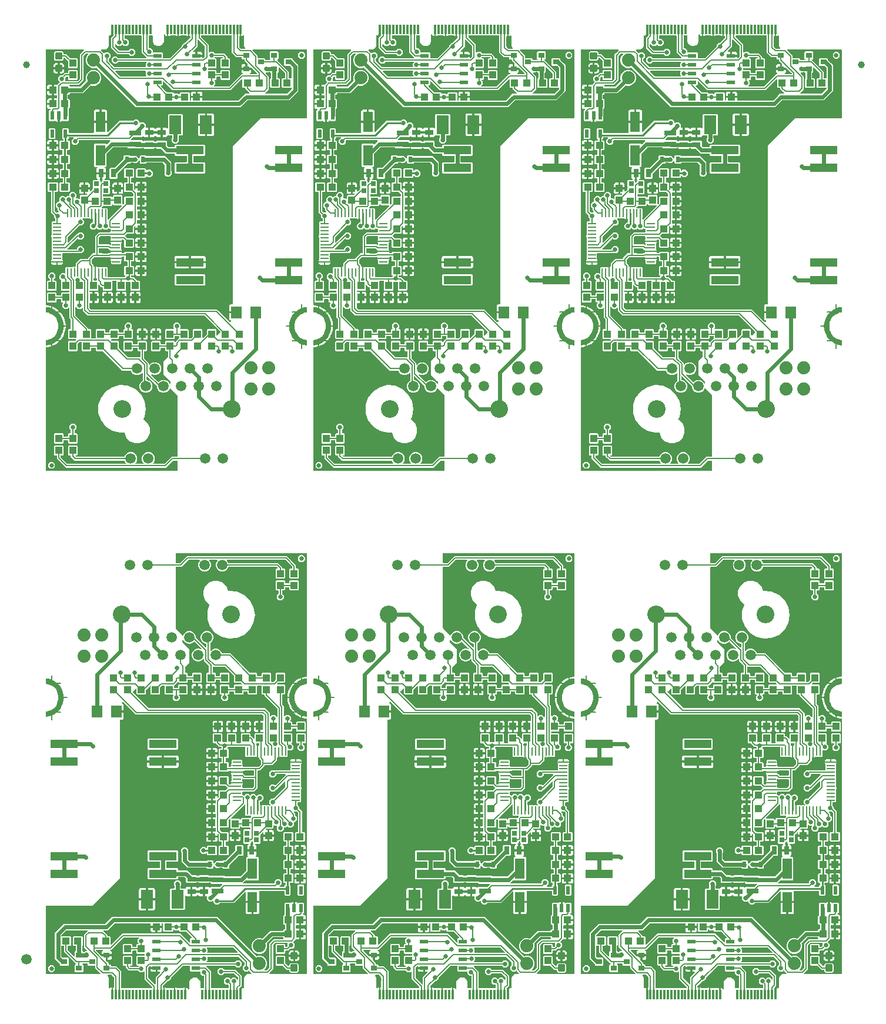
<source format=gtl>
G04 EAGLE Gerber RS-274X export*
G75*
%MOMM*%
%FSLAX34Y34*%
%LPD*%
%INTop Copper*%
%IPPOS*%
%AMOC8*
5,1,8,0,0,1.08239X$1,22.5*%
G01*
%ADD10R,1.100000X1.000000*%
%ADD11C,0.635000*%
%ADD12C,1.879600*%
%ADD13R,1.000000X1.100000*%
%ADD14C,0.300000*%
%ADD15R,0.350000X1.450000*%
%ADD16C,0.660400*%
%ADD17C,0.203200*%
%ADD18R,0.900000X0.800000*%
%ADD19R,1.200000X0.600000*%
%ADD20R,0.254000X1.143000*%
%ADD21R,1.143000X0.254000*%
%ADD22C,2.550000*%
%ADD23C,1.500000*%
%ADD24R,0.750000X0.700000*%
%ADD25R,0.550000X1.200000*%
%ADD26R,1.600000X1.800000*%
%ADD27R,0.630000X0.830000*%
%ADD28R,4.000000X1.250000*%
%ADD29R,1.400000X3.000000*%
%ADD30R,1.200000X0.800000*%
%ADD31R,1.800000X0.800000*%
%ADD32R,0.800000X1.200000*%
%ADD33R,1.800000X2.700000*%
%ADD34C,1.000000*%
%ADD35C,0.177800*%
%ADD36C,0.304800*%
%ADD37C,0.254000*%
%ADD38C,0.558800*%
%ADD39C,0.600000*%

G36*
X960691Y766329D02*
X960691Y766329D01*
X960710Y766327D01*
X960812Y766349D01*
X960914Y766366D01*
X960931Y766375D01*
X960951Y766379D01*
X961040Y766433D01*
X961131Y766481D01*
X961145Y766495D01*
X961162Y766506D01*
X961229Y766584D01*
X961300Y766659D01*
X961309Y766677D01*
X961322Y766693D01*
X961360Y766789D01*
X961404Y766882D01*
X961406Y766902D01*
X961414Y766921D01*
X961432Y767087D01*
X961432Y780268D01*
X961429Y780288D01*
X961431Y780308D01*
X961409Y780409D01*
X961392Y780511D01*
X961383Y780529D01*
X961379Y780548D01*
X961326Y780637D01*
X961277Y780729D01*
X961263Y780742D01*
X961253Y780759D01*
X961174Y780827D01*
X961099Y780898D01*
X961081Y780906D01*
X961066Y780919D01*
X960969Y780958D01*
X960876Y781002D01*
X960856Y781004D01*
X960838Y781011D01*
X960671Y781030D01*
X955569Y781030D01*
X955479Y781015D01*
X955388Y781008D01*
X955359Y780995D01*
X955327Y780990D01*
X955246Y780947D01*
X955162Y780912D01*
X955130Y780886D01*
X955109Y780875D01*
X955087Y780851D01*
X955031Y780807D01*
X945087Y770863D01*
X800833Y770863D01*
X788003Y783692D01*
X788003Y787757D01*
X788000Y787777D01*
X788002Y787797D01*
X787980Y787898D01*
X787963Y788000D01*
X787954Y788018D01*
X787950Y788037D01*
X787897Y788126D01*
X787848Y788218D01*
X787834Y788231D01*
X787824Y788248D01*
X787745Y788316D01*
X787670Y788387D01*
X787652Y788395D01*
X787637Y788408D01*
X787540Y788447D01*
X787447Y788491D01*
X787427Y788493D01*
X787409Y788500D01*
X787242Y788519D01*
X784934Y788519D01*
X783892Y789561D01*
X783892Y802034D01*
X784934Y803076D01*
X796408Y803076D01*
X797450Y802034D01*
X797450Y789561D01*
X796408Y788519D01*
X794100Y788519D01*
X794080Y788515D01*
X794060Y788518D01*
X793959Y788496D01*
X793857Y788479D01*
X793839Y788470D01*
X793820Y788465D01*
X793731Y788412D01*
X793640Y788364D01*
X793626Y788349D01*
X793609Y788339D01*
X793542Y788260D01*
X793470Y788185D01*
X793462Y788167D01*
X793449Y788152D01*
X793410Y788056D01*
X793367Y787962D01*
X793364Y787943D01*
X793357Y787924D01*
X793339Y787757D01*
X793339Y786218D01*
X793353Y786128D01*
X793360Y786037D01*
X793373Y786007D01*
X793378Y785975D01*
X793421Y785894D01*
X793457Y785810D01*
X793482Y785778D01*
X793493Y785758D01*
X793517Y785735D01*
X793562Y785679D01*
X802820Y776421D01*
X802894Y776368D01*
X802963Y776309D01*
X802993Y776296D01*
X803020Y776278D01*
X803107Y776251D01*
X803191Y776217D01*
X803232Y776212D01*
X803255Y776205D01*
X803287Y776206D01*
X803358Y776198D01*
X886910Y776198D01*
X886981Y776210D01*
X887053Y776212D01*
X887102Y776229D01*
X887153Y776238D01*
X887216Y776271D01*
X887284Y776296D01*
X887324Y776329D01*
X887370Y776353D01*
X887420Y776405D01*
X887476Y776450D01*
X887504Y776494D01*
X887540Y776531D01*
X887570Y776596D01*
X887609Y776657D01*
X887621Y776707D01*
X887643Y776754D01*
X887651Y776826D01*
X887669Y776895D01*
X887665Y776947D01*
X887670Y776999D01*
X887655Y777069D01*
X887650Y777140D01*
X887629Y777188D01*
X887618Y777239D01*
X887581Y777301D01*
X887553Y777367D01*
X887508Y777423D01*
X887492Y777450D01*
X887474Y777466D01*
X887470Y777471D01*
X887468Y777475D01*
X887465Y777477D01*
X887448Y777498D01*
X886505Y778441D01*
X885627Y780560D01*
X885566Y780659D01*
X885506Y780759D01*
X885501Y780763D01*
X885498Y780769D01*
X885408Y780843D01*
X885319Y780919D01*
X885313Y780922D01*
X885308Y780926D01*
X885200Y780967D01*
X885091Y781011D01*
X885083Y781012D01*
X885079Y781014D01*
X885060Y781015D01*
X884924Y781030D01*
X813666Y781030D01*
X811880Y782815D01*
X809789Y784907D01*
X808003Y786692D01*
X808003Y787757D01*
X808000Y787777D01*
X808002Y787797D01*
X807980Y787898D01*
X807963Y788000D01*
X807954Y788018D01*
X807950Y788037D01*
X807897Y788126D01*
X807848Y788218D01*
X807834Y788231D01*
X807824Y788248D01*
X807745Y788316D01*
X807670Y788387D01*
X807652Y788395D01*
X807637Y788408D01*
X807540Y788447D01*
X807447Y788491D01*
X807427Y788493D01*
X807409Y788500D01*
X807242Y788519D01*
X804934Y788519D01*
X803892Y789561D01*
X803892Y802034D01*
X804934Y803076D01*
X816408Y803076D01*
X817450Y802034D01*
X817450Y789561D01*
X816408Y788519D01*
X815560Y788519D01*
X815489Y788507D01*
X815418Y788505D01*
X815369Y788487D01*
X815317Y788479D01*
X815254Y788445D01*
X815187Y788421D01*
X815146Y788388D01*
X815100Y788364D01*
X815051Y788312D01*
X814995Y788267D01*
X814966Y788223D01*
X814931Y788185D01*
X814900Y788121D01*
X814862Y788060D01*
X814849Y788010D01*
X814827Y787962D01*
X814819Y787891D01*
X814802Y787822D01*
X814806Y787770D01*
X814800Y787718D01*
X814815Y787648D01*
X814821Y787576D01*
X814841Y787529D01*
X814852Y787478D01*
X814889Y787416D01*
X814917Y787350D01*
X814962Y787294D01*
X814978Y787266D01*
X814996Y787251D01*
X815022Y787219D01*
X815653Y786588D01*
X815727Y786535D01*
X815796Y786476D01*
X815826Y786463D01*
X815853Y786445D01*
X815940Y786418D01*
X816024Y786384D01*
X816065Y786379D01*
X816088Y786372D01*
X816120Y786373D01*
X816191Y786365D01*
X884924Y786365D01*
X885039Y786384D01*
X885155Y786401D01*
X885161Y786404D01*
X885167Y786405D01*
X885269Y786459D01*
X885374Y786513D01*
X885379Y786517D01*
X885384Y786520D01*
X885464Y786604D01*
X885546Y786688D01*
X885550Y786695D01*
X885553Y786698D01*
X885561Y786715D01*
X885627Y786835D01*
X886505Y788953D01*
X889115Y791564D01*
X892525Y792976D01*
X896216Y792976D01*
X899627Y791564D01*
X902237Y788953D01*
X903650Y785543D01*
X903650Y781852D01*
X902237Y778441D01*
X901293Y777498D01*
X901251Y777439D01*
X901202Y777387D01*
X901180Y777340D01*
X901150Y777298D01*
X901129Y777229D01*
X901098Y777164D01*
X901093Y777113D01*
X901077Y777063D01*
X901079Y776991D01*
X901071Y776920D01*
X901082Y776869D01*
X901084Y776817D01*
X901108Y776750D01*
X901123Y776680D01*
X901150Y776635D01*
X901168Y776586D01*
X901213Y776530D01*
X901250Y776468D01*
X901289Y776435D01*
X901322Y776394D01*
X901382Y776355D01*
X901437Y776309D01*
X901485Y776289D01*
X901529Y776261D01*
X901598Y776243D01*
X901665Y776217D01*
X901736Y776209D01*
X901767Y776201D01*
X901791Y776203D01*
X901831Y776198D01*
X912310Y776198D01*
X912381Y776210D01*
X912453Y776212D01*
X912502Y776229D01*
X912553Y776238D01*
X912616Y776271D01*
X912684Y776296D01*
X912724Y776329D01*
X912770Y776353D01*
X912820Y776405D01*
X912876Y776450D01*
X912904Y776494D01*
X912940Y776531D01*
X912970Y776596D01*
X913009Y776657D01*
X913021Y776707D01*
X913043Y776754D01*
X913051Y776826D01*
X913069Y776895D01*
X913065Y776947D01*
X913070Y776999D01*
X913055Y777069D01*
X913050Y777140D01*
X913029Y777188D01*
X913018Y777239D01*
X912981Y777301D01*
X912953Y777367D01*
X912908Y777423D01*
X912892Y777450D01*
X912874Y777466D01*
X912870Y777471D01*
X912868Y777475D01*
X912865Y777477D01*
X912848Y777498D01*
X911905Y778441D01*
X910492Y781852D01*
X910492Y785543D01*
X911905Y788953D01*
X914515Y791564D01*
X917925Y792976D01*
X921616Y792976D01*
X925027Y791564D01*
X927637Y788953D01*
X929050Y785543D01*
X929050Y781852D01*
X927637Y778441D01*
X926693Y777498D01*
X926651Y777439D01*
X926602Y777387D01*
X926580Y777340D01*
X926550Y777298D01*
X926529Y777229D01*
X926498Y777164D01*
X926493Y777113D01*
X926477Y777063D01*
X926479Y776991D01*
X926471Y776920D01*
X926482Y776869D01*
X926484Y776817D01*
X926508Y776750D01*
X926523Y776680D01*
X926550Y776635D01*
X926568Y776586D01*
X926613Y776530D01*
X926650Y776468D01*
X926689Y776435D01*
X926722Y776394D01*
X926782Y776355D01*
X926837Y776309D01*
X926885Y776289D01*
X926929Y776261D01*
X926998Y776243D01*
X927065Y776217D01*
X927136Y776209D01*
X927167Y776201D01*
X927191Y776203D01*
X927231Y776198D01*
X942562Y776198D01*
X942652Y776213D01*
X942743Y776220D01*
X942773Y776233D01*
X942805Y776238D01*
X942885Y776281D01*
X942969Y776316D01*
X943001Y776342D01*
X943022Y776353D01*
X943044Y776376D01*
X943046Y776377D01*
X943049Y776380D01*
X943100Y776421D01*
X953044Y786365D01*
X960671Y786365D01*
X960691Y786368D01*
X960710Y786366D01*
X960812Y786388D01*
X960914Y786405D01*
X960931Y786414D01*
X960951Y786418D01*
X961040Y786472D01*
X961131Y786520D01*
X961145Y786534D01*
X961162Y786545D01*
X961229Y786623D01*
X961300Y786698D01*
X961309Y786716D01*
X961322Y786732D01*
X961360Y786828D01*
X961404Y786921D01*
X961406Y786941D01*
X961414Y786960D01*
X961432Y787126D01*
X961432Y874297D01*
X961417Y874388D01*
X961410Y874478D01*
X961398Y874508D01*
X961392Y874540D01*
X961350Y874621D01*
X961314Y874705D01*
X961288Y874737D01*
X961277Y874758D01*
X961254Y874780D01*
X961209Y874836D01*
X951469Y884576D01*
X951432Y884603D01*
X951401Y884636D01*
X951332Y884674D01*
X951269Y884719D01*
X951225Y884733D01*
X951185Y884755D01*
X951108Y884769D01*
X951034Y884792D01*
X950988Y884791D01*
X950943Y884799D01*
X950866Y884787D01*
X950788Y884785D01*
X950745Y884770D01*
X950700Y884763D01*
X950630Y884728D01*
X950557Y884701D01*
X950521Y884672D01*
X950480Y884651D01*
X950426Y884596D01*
X950365Y884547D01*
X950340Y884509D01*
X950308Y884476D01*
X950242Y884356D01*
X950232Y884340D01*
X950231Y884335D01*
X950227Y884329D01*
X949487Y882541D01*
X946877Y879931D01*
X943466Y878519D01*
X939775Y878519D01*
X936365Y879931D01*
X933755Y882541D01*
X932342Y885952D01*
X932342Y887538D01*
X932327Y887628D01*
X932320Y887719D01*
X932308Y887749D01*
X932302Y887781D01*
X932260Y887862D01*
X932224Y887945D01*
X932198Y887978D01*
X932187Y887998D01*
X932164Y888020D01*
X932119Y888076D01*
X918188Y902007D01*
X918130Y902049D01*
X918078Y902099D01*
X918031Y902121D01*
X917988Y902151D01*
X917920Y902172D01*
X917855Y902202D01*
X917803Y902208D01*
X917753Y902223D01*
X917682Y902221D01*
X917610Y902229D01*
X917559Y902218D01*
X917507Y902217D01*
X917440Y902192D01*
X917370Y902177D01*
X917325Y902150D01*
X917276Y902133D01*
X917220Y902088D01*
X917159Y902051D01*
X917125Y902011D01*
X917084Y901979D01*
X917046Y901919D01*
X916999Y901864D01*
X916979Y901816D01*
X916951Y901772D01*
X916934Y901702D01*
X916907Y901636D01*
X916899Y901565D01*
X916891Y901533D01*
X916893Y901510D01*
X916889Y901469D01*
X916889Y897837D01*
X916892Y897818D01*
X916890Y897798D01*
X916912Y897697D01*
X916928Y897595D01*
X916938Y897577D01*
X916942Y897558D01*
X916995Y897469D01*
X917043Y897377D01*
X917058Y897364D01*
X917068Y897346D01*
X917147Y897279D01*
X917222Y897208D01*
X917240Y897200D01*
X917255Y897187D01*
X917351Y897148D01*
X917445Y897104D01*
X917465Y897102D01*
X917483Y897095D01*
X917650Y897076D01*
X918066Y897076D01*
X921477Y895664D01*
X924087Y893053D01*
X925500Y889643D01*
X925500Y885952D01*
X924087Y882541D01*
X921477Y879931D01*
X918066Y878519D01*
X914375Y878519D01*
X910965Y879931D01*
X908355Y882541D01*
X906942Y885952D01*
X906942Y889643D01*
X908355Y893053D01*
X910965Y895664D01*
X911083Y895713D01*
X911182Y895774D01*
X911283Y895834D01*
X911287Y895839D01*
X911292Y895842D01*
X911367Y895932D01*
X911443Y896021D01*
X911445Y896027D01*
X911449Y896032D01*
X911491Y896140D01*
X911535Y896249D01*
X911535Y896257D01*
X911537Y896261D01*
X911538Y896280D01*
X911553Y896416D01*
X911553Y906270D01*
X911542Y906340D01*
X911540Y906412D01*
X911522Y906461D01*
X911513Y906513D01*
X911480Y906576D01*
X911455Y906643D01*
X911423Y906684D01*
X911398Y906730D01*
X911346Y906779D01*
X911301Y906835D01*
X911258Y906863D01*
X911220Y906899D01*
X911155Y906929D01*
X911095Y906968D01*
X911044Y906981D01*
X910997Y907003D01*
X910926Y907011D01*
X910856Y907028D01*
X910804Y907024D01*
X910752Y907030D01*
X910682Y907015D01*
X910611Y907009D01*
X910563Y906989D01*
X910512Y906978D01*
X910450Y906941D01*
X910384Y906913D01*
X910329Y906868D01*
X910301Y906852D01*
X910286Y906834D01*
X910254Y906808D01*
X908777Y905331D01*
X905366Y903919D01*
X901675Y903919D01*
X898265Y905331D01*
X895655Y907941D01*
X894777Y910060D01*
X894716Y910159D01*
X894656Y910259D01*
X894651Y910263D01*
X894648Y910269D01*
X894558Y910343D01*
X894469Y910419D01*
X894463Y910422D01*
X894458Y910426D01*
X894350Y910467D01*
X894241Y910511D01*
X894233Y910512D01*
X894229Y910514D01*
X894210Y910515D01*
X894074Y910530D01*
X882166Y910530D01*
X854400Y938296D01*
X854326Y938349D01*
X854256Y938408D01*
X854226Y938420D01*
X854200Y938439D01*
X854113Y938466D01*
X854028Y938500D01*
X853987Y938505D01*
X853965Y938512D01*
X853933Y938511D01*
X853861Y938519D01*
X844934Y938519D01*
X843892Y939561D01*
X843892Y942368D01*
X843889Y942388D01*
X843891Y942408D01*
X843869Y942509D01*
X843852Y942611D01*
X843843Y942629D01*
X843839Y942648D01*
X843786Y942737D01*
X843737Y942829D01*
X843723Y942842D01*
X843713Y942859D01*
X843634Y942927D01*
X843559Y942998D01*
X843541Y943006D01*
X843526Y943019D01*
X843429Y943058D01*
X843336Y943102D01*
X843316Y943104D01*
X843298Y943111D01*
X843131Y943130D01*
X838211Y943130D01*
X838191Y943126D01*
X838171Y943129D01*
X838070Y943107D01*
X837968Y943090D01*
X837950Y943081D01*
X837931Y943076D01*
X837842Y943023D01*
X837751Y942975D01*
X837737Y942960D01*
X837720Y942950D01*
X837653Y942871D01*
X837581Y942796D01*
X837573Y942778D01*
X837560Y942763D01*
X837521Y942667D01*
X837478Y942573D01*
X837475Y942554D01*
X837468Y942535D01*
X837450Y942368D01*
X837450Y939561D01*
X836408Y938519D01*
X824934Y938519D01*
X823892Y939561D01*
X823892Y950868D01*
X823889Y950888D01*
X823891Y950908D01*
X823869Y951009D01*
X823852Y951111D01*
X823843Y951129D01*
X823839Y951148D01*
X823786Y951237D01*
X823737Y951329D01*
X823723Y951342D01*
X823713Y951359D01*
X823634Y951427D01*
X823559Y951498D01*
X823541Y951506D01*
X823526Y951519D01*
X823429Y951558D01*
X823336Y951602D01*
X823316Y951604D01*
X823298Y951611D01*
X823131Y951630D01*
X820591Y951630D01*
X820501Y951615D01*
X820410Y951608D01*
X820380Y951595D01*
X820348Y951590D01*
X820268Y951547D01*
X820184Y951512D01*
X820152Y951486D01*
X820131Y951475D01*
X820109Y951452D01*
X820053Y951407D01*
X817673Y949026D01*
X817619Y948952D01*
X817560Y948883D01*
X817548Y948853D01*
X817529Y948827D01*
X817502Y948740D01*
X817468Y948655D01*
X817463Y948614D01*
X817457Y948592D01*
X817457Y948559D01*
X817450Y948488D01*
X817450Y939561D01*
X816408Y938519D01*
X804934Y938519D01*
X803892Y939561D01*
X803892Y952034D01*
X804934Y953076D01*
X813862Y953076D01*
X813952Y953091D01*
X814043Y953098D01*
X814072Y953111D01*
X814104Y953116D01*
X814185Y953159D01*
X814269Y953194D01*
X814301Y953220D01*
X814322Y953231D01*
X814344Y953254D01*
X814400Y953299D01*
X815320Y954219D01*
X815362Y954277D01*
X815411Y954329D01*
X815433Y954377D01*
X815463Y954419D01*
X815484Y954487D01*
X815515Y954552D01*
X815520Y954604D01*
X815536Y954654D01*
X815534Y954726D01*
X815542Y954797D01*
X815531Y954848D01*
X815529Y954900D01*
X815505Y954967D01*
X815490Y955037D01*
X815463Y955082D01*
X815445Y955131D01*
X815400Y955187D01*
X815363Y955248D01*
X815324Y955282D01*
X815291Y955323D01*
X815231Y955362D01*
X815176Y955408D01*
X815128Y955428D01*
X815084Y955456D01*
X815015Y955473D01*
X814948Y955500D01*
X814877Y955508D01*
X814846Y955516D01*
X814822Y955514D01*
X814782Y955519D01*
X804934Y955519D01*
X803892Y956561D01*
X803892Y969034D01*
X804934Y970076D01*
X807242Y970076D01*
X807262Y970079D01*
X807281Y970077D01*
X807383Y970099D01*
X807485Y970116D01*
X807502Y970125D01*
X807522Y970129D01*
X807611Y970183D01*
X807702Y970231D01*
X807716Y970245D01*
X807733Y970256D01*
X807800Y970334D01*
X807871Y970409D01*
X807880Y970427D01*
X807893Y970443D01*
X807931Y970539D01*
X807975Y970632D01*
X807977Y970652D01*
X807985Y970671D01*
X808003Y970837D01*
X808003Y983848D01*
X807988Y983938D01*
X807981Y984029D01*
X807969Y984059D01*
X807963Y984091D01*
X807921Y984172D01*
X807885Y984255D01*
X807859Y984288D01*
X807848Y984308D01*
X807825Y984330D01*
X807780Y984386D01*
X805670Y986496D01*
X805670Y1000274D01*
X805659Y1000344D01*
X805657Y1000416D01*
X805639Y1000465D01*
X805630Y1000516D01*
X805597Y1000580D01*
X805572Y1000647D01*
X805540Y1000688D01*
X805515Y1000734D01*
X805463Y1000783D01*
X805418Y1000839D01*
X805375Y1000867D01*
X805337Y1000903D01*
X805272Y1000933D01*
X805212Y1000972D01*
X805161Y1000985D01*
X805114Y1001007D01*
X805043Y1001015D01*
X804973Y1001032D01*
X804921Y1001028D01*
X804869Y1001034D01*
X804799Y1001019D01*
X804728Y1001013D01*
X804680Y1000993D01*
X804629Y1000982D01*
X804567Y1000945D01*
X804501Y1000917D01*
X804446Y1000872D01*
X804418Y1000855D01*
X804403Y1000838D01*
X804371Y1000812D01*
X802775Y999217D01*
X798566Y999217D01*
X795590Y1002193D01*
X795590Y1006402D01*
X796407Y1007219D01*
X796449Y1007277D01*
X796499Y1007329D01*
X796520Y1007377D01*
X796551Y1007419D01*
X796572Y1007487D01*
X796602Y1007552D01*
X796608Y1007604D01*
X796623Y1007654D01*
X796621Y1007726D01*
X796629Y1007797D01*
X796618Y1007848D01*
X796617Y1007900D01*
X796592Y1007967D01*
X796577Y1008037D01*
X796550Y1008082D01*
X796532Y1008131D01*
X796488Y1008187D01*
X796451Y1008248D01*
X796411Y1008282D01*
X796379Y1008323D01*
X796318Y1008362D01*
X796264Y1008408D01*
X796216Y1008428D01*
X796172Y1008456D01*
X796102Y1008473D01*
X796036Y1008500D01*
X795964Y1008508D01*
X795933Y1008516D01*
X795910Y1008514D01*
X795869Y1008519D01*
X794934Y1008519D01*
X793892Y1009561D01*
X793892Y1012368D01*
X793889Y1012388D01*
X793891Y1012408D01*
X793869Y1012509D01*
X793852Y1012611D01*
X793843Y1012629D01*
X793839Y1012648D01*
X793786Y1012737D01*
X793737Y1012829D01*
X793723Y1012842D01*
X793713Y1012859D01*
X793634Y1012927D01*
X793559Y1012998D01*
X793541Y1013006D01*
X793526Y1013019D01*
X793429Y1013058D01*
X793336Y1013102D01*
X793316Y1013104D01*
X793298Y1013111D01*
X793131Y1013130D01*
X788211Y1013130D01*
X788191Y1013126D01*
X788171Y1013129D01*
X788070Y1013107D01*
X787968Y1013090D01*
X787950Y1013081D01*
X787931Y1013076D01*
X787842Y1013023D01*
X787751Y1012975D01*
X787737Y1012960D01*
X787720Y1012950D01*
X787653Y1012871D01*
X787581Y1012796D01*
X787573Y1012778D01*
X787560Y1012763D01*
X787521Y1012667D01*
X787478Y1012573D01*
X787475Y1012554D01*
X787468Y1012535D01*
X787450Y1012368D01*
X787450Y1009561D01*
X786408Y1008519D01*
X774934Y1008519D01*
X773892Y1009561D01*
X773892Y1022034D01*
X774934Y1023076D01*
X786408Y1023076D01*
X787450Y1022034D01*
X787450Y1019226D01*
X787453Y1019207D01*
X787451Y1019187D01*
X787473Y1019086D01*
X787489Y1018984D01*
X787499Y1018966D01*
X787503Y1018947D01*
X787556Y1018858D01*
X787604Y1018766D01*
X787619Y1018753D01*
X787629Y1018735D01*
X787708Y1018668D01*
X787783Y1018597D01*
X787801Y1018589D01*
X787816Y1018576D01*
X787912Y1018537D01*
X788006Y1018493D01*
X788026Y1018491D01*
X788044Y1018484D01*
X788211Y1018465D01*
X793131Y1018465D01*
X793151Y1018468D01*
X793170Y1018466D01*
X793272Y1018488D01*
X793374Y1018505D01*
X793391Y1018514D01*
X793411Y1018518D01*
X793500Y1018572D01*
X793591Y1018620D01*
X793605Y1018634D01*
X793622Y1018645D01*
X793689Y1018723D01*
X793760Y1018798D01*
X793769Y1018816D01*
X793782Y1018832D01*
X793820Y1018928D01*
X793864Y1019021D01*
X793866Y1019041D01*
X793874Y1019060D01*
X793892Y1019226D01*
X793892Y1022034D01*
X794934Y1023076D01*
X804909Y1023076D01*
X804929Y1023079D01*
X804948Y1023077D01*
X805050Y1023099D01*
X805152Y1023116D01*
X805169Y1023125D01*
X805189Y1023129D01*
X805278Y1023183D01*
X805369Y1023231D01*
X805383Y1023245D01*
X805400Y1023256D01*
X805467Y1023334D01*
X805538Y1023409D01*
X805547Y1023427D01*
X805560Y1023443D01*
X805598Y1023539D01*
X805642Y1023632D01*
X805644Y1023652D01*
X805652Y1023671D01*
X805670Y1023837D01*
X805670Y1024757D01*
X805667Y1024777D01*
X805669Y1024797D01*
X805647Y1024898D01*
X805630Y1025000D01*
X805621Y1025018D01*
X805617Y1025037D01*
X805564Y1025126D01*
X805515Y1025218D01*
X805501Y1025231D01*
X805491Y1025248D01*
X805412Y1025316D01*
X805337Y1025387D01*
X805319Y1025395D01*
X805304Y1025408D01*
X805207Y1025447D01*
X805114Y1025491D01*
X805094Y1025493D01*
X805076Y1025500D01*
X804909Y1025519D01*
X794934Y1025519D01*
X793892Y1026561D01*
X793892Y1039034D01*
X794282Y1039424D01*
X794294Y1039440D01*
X794309Y1039453D01*
X794365Y1039540D01*
X794426Y1039624D01*
X794432Y1039643D01*
X794442Y1039660D01*
X794468Y1039760D01*
X794498Y1039859D01*
X794498Y1039879D01*
X794502Y1039898D01*
X794494Y1040001D01*
X794492Y1040105D01*
X794485Y1040124D01*
X794483Y1040144D01*
X794443Y1040239D01*
X794407Y1040336D01*
X794395Y1040352D01*
X794387Y1040370D01*
X794282Y1040501D01*
X791590Y1043193D01*
X791590Y1047402D01*
X794566Y1050378D01*
X798775Y1050378D01*
X798823Y1050331D01*
X798881Y1050289D01*
X798933Y1050240D01*
X798980Y1050218D01*
X799022Y1050187D01*
X799091Y1050166D01*
X799156Y1050136D01*
X799208Y1050130D01*
X799257Y1050115D01*
X799329Y1050117D01*
X799400Y1050109D01*
X799451Y1050120D01*
X799503Y1050121D01*
X799570Y1050146D01*
X799641Y1050161D01*
X799685Y1050188D01*
X799734Y1050206D01*
X799790Y1050251D01*
X799852Y1050287D01*
X799886Y1050327D01*
X799926Y1050359D01*
X799965Y1050420D01*
X800012Y1050474D01*
X800031Y1050523D01*
X800059Y1050566D01*
X800077Y1050636D01*
X800104Y1050702D01*
X800112Y1050774D01*
X800119Y1050805D01*
X800118Y1050828D01*
X800122Y1050869D01*
X800122Y1058249D01*
X801164Y1059291D01*
X805189Y1059291D01*
X805248Y1059253D01*
X805332Y1059193D01*
X805351Y1059187D01*
X805368Y1059176D01*
X805468Y1059151D01*
X805567Y1059120D01*
X805587Y1059121D01*
X805607Y1059116D01*
X805710Y1059124D01*
X805813Y1059127D01*
X805832Y1059134D01*
X805852Y1059135D01*
X805947Y1059175D01*
X806044Y1059211D01*
X806060Y1059224D01*
X806078Y1059231D01*
X806153Y1059291D01*
X809771Y1059291D01*
X809861Y1059306D01*
X809952Y1059313D01*
X809982Y1059326D01*
X810014Y1059331D01*
X810095Y1059374D01*
X810178Y1059409D01*
X810211Y1059435D01*
X810231Y1059446D01*
X810253Y1059469D01*
X810309Y1059514D01*
X810341Y1059546D01*
X810920Y1059880D01*
X811566Y1060053D01*
X812409Y1060053D01*
X812409Y1051798D01*
X812413Y1051778D01*
X812410Y1051758D01*
X812432Y1051657D01*
X812449Y1051555D01*
X812458Y1051537D01*
X812463Y1051518D01*
X812516Y1051429D01*
X812564Y1051338D01*
X812579Y1051324D01*
X812589Y1051307D01*
X812668Y1051239D01*
X812743Y1051168D01*
X812761Y1051160D01*
X812776Y1051147D01*
X812872Y1051108D01*
X812966Y1051065D01*
X812985Y1051062D01*
X813004Y1051055D01*
X813171Y1051036D01*
X813191Y1051040D01*
X813210Y1051038D01*
X813312Y1051060D01*
X813414Y1051076D01*
X813431Y1051086D01*
X813451Y1051090D01*
X813540Y1051143D01*
X813631Y1051191D01*
X813645Y1051206D01*
X813662Y1051216D01*
X813729Y1051295D01*
X813800Y1051370D01*
X813809Y1051388D01*
X813822Y1051403D01*
X813861Y1051499D01*
X813904Y1051593D01*
X813906Y1051612D01*
X813914Y1051631D01*
X813932Y1051798D01*
X813932Y1060053D01*
X814742Y1060053D01*
X814762Y1060056D01*
X814781Y1060054D01*
X814883Y1060076D01*
X814985Y1060093D01*
X815002Y1060102D01*
X815022Y1060106D01*
X815111Y1060160D01*
X815202Y1060208D01*
X815216Y1060222D01*
X815233Y1060233D01*
X815300Y1060311D01*
X815371Y1060386D01*
X815380Y1060404D01*
X815393Y1060420D01*
X815431Y1060516D01*
X815475Y1060609D01*
X815477Y1060629D01*
X815485Y1060648D01*
X815503Y1060814D01*
X815503Y1064902D01*
X822016Y1071415D01*
X832282Y1071415D01*
X832302Y1071418D01*
X832321Y1071416D01*
X832423Y1071438D01*
X832525Y1071455D01*
X832542Y1071464D01*
X832562Y1071468D01*
X832651Y1071522D01*
X832742Y1071570D01*
X832756Y1071584D01*
X832773Y1071595D01*
X832840Y1071673D01*
X832911Y1071748D01*
X832920Y1071766D01*
X832933Y1071782D01*
X832971Y1071878D01*
X833015Y1071971D01*
X833017Y1071991D01*
X833025Y1072010D01*
X833043Y1072176D01*
X833043Y1072502D01*
X839686Y1079145D01*
X842442Y1079145D01*
X842462Y1079148D01*
X842481Y1079146D01*
X842583Y1079168D01*
X842685Y1079185D01*
X842702Y1079194D01*
X842722Y1079198D01*
X842811Y1079252D01*
X842902Y1079300D01*
X842916Y1079314D01*
X842933Y1079325D01*
X843000Y1079403D01*
X843071Y1079478D01*
X843080Y1079496D01*
X843093Y1079512D01*
X843131Y1079608D01*
X843175Y1079701D01*
X843177Y1079721D01*
X843185Y1079740D01*
X843203Y1079906D01*
X843203Y1104252D01*
X844989Y1106038D01*
X846630Y1107679D01*
X846630Y1107680D01*
X848416Y1109465D01*
X864199Y1109465D01*
X864219Y1109468D01*
X864238Y1109466D01*
X864340Y1109488D01*
X864442Y1109505D01*
X864459Y1109514D01*
X864479Y1109518D01*
X864568Y1109572D01*
X864659Y1109620D01*
X864673Y1109634D01*
X864690Y1109645D01*
X864757Y1109723D01*
X864828Y1109798D01*
X864837Y1109816D01*
X864850Y1109832D01*
X864888Y1109928D01*
X864932Y1110021D01*
X864934Y1110041D01*
X864942Y1110060D01*
X864953Y1110162D01*
X865454Y1110663D01*
X865500Y1110728D01*
X865516Y1110744D01*
X865520Y1110752D01*
X865567Y1110806D01*
X865579Y1110837D01*
X865598Y1110863D01*
X865624Y1110950D01*
X865659Y1111035D01*
X865663Y1111076D01*
X865670Y1111098D01*
X865669Y1111130D01*
X865677Y1111201D01*
X865677Y1113368D01*
X865674Y1113388D01*
X865676Y1113408D01*
X865654Y1113509D01*
X865637Y1113611D01*
X865628Y1113629D01*
X865624Y1113648D01*
X865571Y1113737D01*
X865522Y1113829D01*
X865508Y1113842D01*
X865498Y1113859D01*
X865419Y1113927D01*
X865344Y1113998D01*
X865326Y1114006D01*
X865311Y1114019D01*
X865214Y1114058D01*
X865121Y1114102D01*
X865101Y1114104D01*
X865083Y1114111D01*
X864916Y1114130D01*
X864066Y1114130D01*
X863106Y1115089D01*
X863090Y1115101D01*
X863078Y1115116D01*
X862991Y1115172D01*
X862907Y1115233D01*
X862888Y1115239D01*
X862871Y1115249D01*
X862770Y1115275D01*
X862672Y1115305D01*
X862652Y1115305D01*
X862632Y1115309D01*
X862529Y1115301D01*
X862426Y1115299D01*
X862407Y1115292D01*
X862387Y1115290D01*
X862292Y1115250D01*
X862195Y1115214D01*
X862179Y1115202D01*
X862161Y1115194D01*
X862030Y1115089D01*
X860157Y1113217D01*
X855948Y1113217D01*
X854400Y1114765D01*
X854384Y1114777D01*
X854371Y1114792D01*
X854305Y1114835D01*
X854266Y1114868D01*
X854244Y1114877D01*
X854200Y1114908D01*
X854181Y1114914D01*
X854165Y1114925D01*
X854064Y1114950D01*
X854055Y1114953D01*
X854038Y1114960D01*
X854029Y1114961D01*
X853965Y1114981D01*
X853945Y1114980D01*
X853926Y1114985D01*
X853823Y1114977D01*
X853719Y1114974D01*
X853701Y1114968D01*
X853681Y1114966D01*
X853622Y1114941D01*
X853610Y1114939D01*
X853582Y1114924D01*
X853488Y1114890D01*
X853473Y1114877D01*
X853455Y1114870D01*
X853406Y1114831D01*
X853392Y1114824D01*
X853378Y1114808D01*
X853324Y1114765D01*
X851775Y1113217D01*
X847566Y1113217D01*
X845454Y1115329D01*
X845438Y1115341D01*
X845425Y1115356D01*
X845338Y1115412D01*
X845254Y1115472D01*
X845235Y1115478D01*
X845219Y1115489D01*
X845118Y1115514D01*
X845019Y1115545D01*
X844999Y1115544D01*
X844980Y1115549D01*
X844877Y1115541D01*
X844773Y1115538D01*
X844755Y1115532D01*
X844735Y1115530D01*
X844640Y1115490D01*
X844542Y1115454D01*
X844527Y1115441D01*
X844508Y1115434D01*
X844378Y1115329D01*
X842355Y1113307D01*
X838146Y1113307D01*
X835170Y1116283D01*
X835170Y1120492D01*
X838146Y1123468D01*
X839361Y1123468D01*
X839381Y1123471D01*
X839400Y1123469D01*
X839502Y1123491D01*
X839604Y1123508D01*
X839621Y1123517D01*
X839641Y1123521D01*
X839730Y1123575D01*
X839821Y1123623D01*
X839835Y1123637D01*
X839852Y1123648D01*
X839919Y1123726D01*
X839990Y1123801D01*
X839999Y1123819D01*
X840012Y1123835D01*
X840050Y1123931D01*
X840094Y1124024D01*
X840096Y1124044D01*
X840104Y1124063D01*
X840122Y1124229D01*
X840122Y1127780D01*
X840119Y1127800D01*
X840121Y1127820D01*
X840099Y1127921D01*
X840082Y1128023D01*
X840073Y1128041D01*
X840069Y1128060D01*
X840016Y1128149D01*
X839967Y1128241D01*
X839953Y1128254D01*
X839943Y1128271D01*
X839864Y1128339D01*
X839789Y1128410D01*
X839771Y1128418D01*
X839756Y1128431D01*
X839659Y1128470D01*
X839566Y1128514D01*
X839546Y1128516D01*
X839528Y1128523D01*
X839361Y1128542D01*
X838932Y1128542D01*
X838932Y1136797D01*
X838929Y1136817D01*
X838931Y1136837D01*
X838909Y1136938D01*
X838892Y1137040D01*
X838883Y1137057D01*
X838879Y1137077D01*
X838826Y1137166D01*
X838777Y1137257D01*
X838763Y1137271D01*
X838753Y1137288D01*
X838674Y1137355D01*
X838599Y1137427D01*
X838581Y1137435D01*
X838566Y1137448D01*
X838470Y1137487D01*
X838376Y1137530D01*
X838356Y1137532D01*
X838338Y1137540D01*
X838171Y1137558D01*
X838151Y1137555D01*
X838131Y1137557D01*
X838030Y1137535D01*
X837928Y1137519D01*
X837910Y1137509D01*
X837891Y1137505D01*
X837802Y1137452D01*
X837711Y1137404D01*
X837697Y1137389D01*
X837680Y1137379D01*
X837612Y1137300D01*
X837541Y1137225D01*
X837533Y1137207D01*
X837520Y1137192D01*
X837481Y1137096D01*
X837438Y1137002D01*
X837435Y1136982D01*
X837428Y1136964D01*
X837409Y1136797D01*
X837409Y1128542D01*
X836566Y1128542D01*
X835920Y1128715D01*
X835341Y1129049D01*
X835309Y1129081D01*
X835235Y1129134D01*
X835166Y1129193D01*
X835136Y1129205D01*
X835110Y1129224D01*
X835023Y1129251D01*
X834938Y1129285D01*
X834897Y1129290D01*
X834875Y1129297D01*
X834843Y1129296D01*
X834771Y1129304D01*
X831153Y1129304D01*
X831094Y1129342D01*
X831009Y1129402D01*
X830990Y1129408D01*
X830974Y1129419D01*
X830873Y1129444D01*
X830774Y1129475D01*
X830754Y1129474D01*
X830735Y1129479D01*
X830632Y1129471D01*
X830528Y1129468D01*
X830510Y1129461D01*
X830490Y1129460D01*
X830395Y1129419D01*
X830297Y1129384D01*
X830282Y1129371D01*
X830264Y1129363D01*
X830189Y1129304D01*
X826153Y1129304D01*
X826094Y1129342D01*
X826009Y1129402D01*
X825990Y1129408D01*
X825974Y1129419D01*
X825873Y1129444D01*
X825774Y1129475D01*
X825754Y1129474D01*
X825735Y1129479D01*
X825632Y1129471D01*
X825528Y1129468D01*
X825510Y1129461D01*
X825490Y1129460D01*
X825395Y1129419D01*
X825297Y1129384D01*
X825282Y1129371D01*
X825264Y1129364D01*
X825133Y1129259D01*
X825052Y1129178D01*
X825040Y1129162D01*
X825025Y1129149D01*
X824969Y1129062D01*
X824908Y1128978D01*
X824903Y1128959D01*
X824892Y1128943D01*
X824866Y1128842D01*
X824836Y1128743D01*
X824837Y1128723D01*
X824832Y1128704D01*
X824840Y1128601D01*
X824842Y1128497D01*
X824849Y1128479D01*
X824851Y1128459D01*
X824891Y1128364D01*
X824927Y1128266D01*
X824939Y1128251D01*
X824947Y1128232D01*
X825052Y1128101D01*
X826752Y1126402D01*
X826752Y1122193D01*
X823775Y1119217D01*
X820678Y1119217D01*
X820588Y1119202D01*
X820497Y1119195D01*
X820467Y1119182D01*
X820435Y1119177D01*
X820355Y1119134D01*
X820271Y1119099D01*
X820239Y1119073D01*
X820218Y1119062D01*
X820196Y1119038D01*
X820140Y1118994D01*
X803562Y1102415D01*
X803508Y1102341D01*
X803449Y1102272D01*
X803437Y1102242D01*
X803418Y1102216D01*
X803391Y1102129D01*
X803357Y1102044D01*
X803352Y1102003D01*
X803346Y1101981D01*
X803346Y1101948D01*
X803339Y1101877D01*
X803339Y1095576D01*
X803350Y1095505D01*
X803352Y1095433D01*
X803370Y1095384D01*
X803378Y1095333D01*
X803412Y1095270D01*
X803436Y1095202D01*
X803469Y1095162D01*
X803493Y1095116D01*
X803545Y1095066D01*
X803590Y1095010D01*
X803634Y1094982D01*
X803672Y1094946D01*
X803737Y1094916D01*
X803797Y1094877D01*
X803848Y1094864D01*
X803895Y1094843D01*
X803966Y1094835D01*
X804036Y1094817D01*
X804088Y1094821D01*
X804139Y1094815D01*
X804209Y1094831D01*
X804281Y1094836D01*
X804329Y1094857D01*
X804380Y1094868D01*
X804441Y1094905D01*
X804507Y1094933D01*
X804563Y1094977D01*
X804591Y1094994D01*
X804606Y1095012D01*
X804638Y1095037D01*
X814780Y1105179D01*
X816566Y1106965D01*
X816838Y1106965D01*
X816928Y1106980D01*
X817019Y1106987D01*
X817049Y1107000D01*
X817081Y1107005D01*
X817161Y1107048D01*
X817245Y1107083D01*
X817277Y1107109D01*
X817298Y1107120D01*
X817320Y1107143D01*
X817376Y1107188D01*
X819566Y1109378D01*
X823775Y1109378D01*
X826752Y1106402D01*
X826752Y1102193D01*
X823775Y1099217D01*
X819566Y1099217D01*
X818503Y1100280D01*
X818487Y1100292D01*
X818474Y1100307D01*
X818387Y1100363D01*
X818303Y1100424D01*
X818284Y1100430D01*
X818267Y1100440D01*
X818167Y1100466D01*
X818068Y1100496D01*
X818048Y1100496D01*
X818029Y1100500D01*
X817926Y1100492D01*
X817822Y1100490D01*
X817803Y1100483D01*
X817784Y1100481D01*
X817689Y1100441D01*
X817591Y1100405D01*
X817575Y1100393D01*
X817557Y1100385D01*
X817426Y1100280D01*
X802911Y1085765D01*
X802869Y1085706D01*
X802820Y1085654D01*
X802798Y1085607D01*
X802767Y1085565D01*
X802746Y1085496D01*
X802716Y1085431D01*
X802710Y1085380D01*
X802695Y1085330D01*
X802697Y1085258D01*
X802689Y1085187D01*
X802700Y1085136D01*
X802701Y1085084D01*
X802726Y1085017D01*
X802741Y1084947D01*
X802768Y1084902D01*
X802786Y1084853D01*
X802831Y1084797D01*
X802867Y1084735D01*
X802907Y1084702D01*
X802939Y1084661D01*
X803000Y1084622D01*
X803054Y1084576D01*
X803103Y1084556D01*
X803146Y1084528D01*
X803216Y1084510D01*
X803282Y1084484D01*
X803354Y1084476D01*
X803385Y1084468D01*
X803408Y1084470D01*
X803449Y1084465D01*
X815829Y1084465D01*
X815849Y1084468D01*
X815868Y1084466D01*
X815970Y1084488D01*
X816072Y1084505D01*
X816089Y1084514D01*
X816109Y1084518D01*
X816198Y1084572D01*
X816289Y1084620D01*
X816303Y1084634D01*
X816320Y1084645D01*
X816387Y1084723D01*
X816458Y1084798D01*
X816467Y1084816D01*
X816480Y1084832D01*
X816518Y1084928D01*
X816562Y1085021D01*
X816564Y1085041D01*
X816572Y1085060D01*
X816590Y1085226D01*
X816590Y1086402D01*
X819566Y1089378D01*
X823775Y1089378D01*
X826752Y1086402D01*
X826752Y1082193D01*
X823775Y1079217D01*
X820678Y1079217D01*
X820588Y1079202D01*
X820497Y1079195D01*
X820467Y1079182D01*
X820435Y1079177D01*
X820355Y1079134D01*
X820344Y1079130D01*
X796426Y1079130D01*
X796406Y1079126D01*
X796386Y1079129D01*
X796285Y1079107D01*
X796183Y1079090D01*
X796165Y1079081D01*
X796146Y1079076D01*
X796057Y1079023D01*
X795966Y1078975D01*
X795952Y1078960D01*
X795935Y1078950D01*
X795868Y1078871D01*
X795796Y1078796D01*
X795788Y1078778D01*
X795775Y1078763D01*
X795736Y1078667D01*
X795693Y1078573D01*
X795690Y1078554D01*
X795683Y1078535D01*
X795665Y1078368D01*
X795665Y1074779D01*
X795627Y1074720D01*
X795566Y1074636D01*
X795560Y1074617D01*
X795549Y1074600D01*
X795524Y1074500D01*
X795494Y1074401D01*
X795494Y1074381D01*
X795489Y1074362D01*
X795497Y1074259D01*
X795500Y1074155D01*
X795507Y1074136D01*
X795508Y1074116D01*
X795549Y1074022D01*
X795584Y1073924D01*
X795597Y1073908D01*
X795605Y1073890D01*
X795665Y1073815D01*
X795665Y1070197D01*
X795679Y1070107D01*
X795686Y1070016D01*
X795699Y1069986D01*
X795704Y1069954D01*
X795747Y1069874D01*
X795783Y1069790D01*
X795808Y1069758D01*
X795819Y1069737D01*
X795843Y1069715D01*
X795888Y1069659D01*
X795919Y1069627D01*
X796253Y1069048D01*
X796427Y1068402D01*
X796427Y1067559D01*
X788171Y1067559D01*
X788170Y1067559D01*
X779915Y1067559D01*
X779915Y1068402D01*
X780088Y1069048D01*
X780423Y1069627D01*
X780454Y1069659D01*
X780507Y1069733D01*
X780567Y1069802D01*
X780579Y1069832D01*
X780598Y1069859D01*
X780624Y1069946D01*
X780659Y1070030D01*
X780663Y1070071D01*
X780670Y1070094D01*
X780669Y1070126D01*
X780677Y1070197D01*
X780677Y1073816D01*
X780715Y1073875D01*
X780776Y1073959D01*
X780781Y1073978D01*
X780792Y1073995D01*
X780818Y1074095D01*
X780848Y1074194D01*
X780847Y1074214D01*
X780852Y1074233D01*
X780844Y1074336D01*
X780842Y1074440D01*
X780835Y1074459D01*
X780833Y1074478D01*
X780793Y1074573D01*
X780757Y1074671D01*
X780745Y1074687D01*
X780737Y1074705D01*
X780677Y1074779D01*
X780677Y1078816D01*
X780715Y1078875D01*
X780776Y1078959D01*
X780781Y1078978D01*
X780792Y1078995D01*
X780818Y1079095D01*
X780848Y1079194D01*
X780847Y1079214D01*
X780852Y1079233D01*
X780844Y1079336D01*
X780842Y1079440D01*
X780835Y1079459D01*
X780833Y1079478D01*
X780793Y1079573D01*
X780757Y1079671D01*
X780745Y1079687D01*
X780737Y1079705D01*
X780677Y1079779D01*
X780677Y1083816D01*
X780715Y1083875D01*
X780776Y1083959D01*
X780781Y1083978D01*
X780792Y1083995D01*
X780818Y1084095D01*
X780848Y1084194D01*
X780847Y1084214D01*
X780852Y1084233D01*
X780844Y1084336D01*
X780842Y1084440D01*
X780835Y1084459D01*
X780833Y1084478D01*
X780793Y1084573D01*
X780757Y1084671D01*
X780745Y1084687D01*
X780737Y1084705D01*
X780677Y1084779D01*
X780677Y1088816D01*
X780715Y1088875D01*
X780776Y1088959D01*
X780781Y1088978D01*
X780792Y1088995D01*
X780818Y1089095D01*
X780848Y1089194D01*
X780847Y1089214D01*
X780852Y1089233D01*
X780844Y1089336D01*
X780842Y1089440D01*
X780835Y1089459D01*
X780833Y1089478D01*
X780793Y1089573D01*
X780757Y1089671D01*
X780745Y1089687D01*
X780737Y1089705D01*
X780677Y1089779D01*
X780677Y1093816D01*
X780715Y1093875D01*
X780776Y1093959D01*
X780781Y1093978D01*
X780792Y1093995D01*
X780818Y1094095D01*
X780848Y1094194D01*
X780847Y1094214D01*
X780852Y1094233D01*
X780844Y1094336D01*
X780842Y1094440D01*
X780835Y1094459D01*
X780833Y1094478D01*
X780793Y1094573D01*
X780757Y1094671D01*
X780745Y1094687D01*
X780737Y1094705D01*
X780677Y1094779D01*
X780677Y1098816D01*
X780715Y1098875D01*
X780776Y1098959D01*
X780781Y1098978D01*
X780792Y1098995D01*
X780818Y1099095D01*
X780848Y1099194D01*
X780847Y1099214D01*
X780852Y1099233D01*
X780844Y1099336D01*
X780842Y1099440D01*
X780835Y1099459D01*
X780833Y1099478D01*
X780793Y1099573D01*
X780757Y1099671D01*
X780745Y1099687D01*
X780737Y1099705D01*
X780677Y1099779D01*
X780677Y1102196D01*
X780662Y1102286D01*
X780655Y1102377D01*
X780643Y1102406D01*
X780637Y1102438D01*
X780595Y1102519D01*
X780559Y1102603D01*
X780533Y1102635D01*
X780522Y1102656D01*
X780499Y1102678D01*
X780454Y1102734D01*
X779870Y1103318D01*
X779870Y1105089D01*
X780454Y1105673D01*
X780507Y1105747D01*
X780567Y1105816D01*
X780579Y1105847D01*
X780598Y1105873D01*
X780624Y1105960D01*
X780659Y1106045D01*
X780663Y1106086D01*
X780670Y1106108D01*
X780669Y1106140D01*
X780677Y1106211D01*
X780677Y1108816D01*
X780715Y1108875D01*
X780776Y1108959D01*
X780781Y1108978D01*
X780792Y1108995D01*
X780818Y1109095D01*
X780848Y1109194D01*
X780847Y1109214D01*
X780852Y1109233D01*
X780844Y1109336D01*
X780842Y1109440D01*
X780835Y1109459D01*
X780833Y1109478D01*
X780793Y1109573D01*
X780757Y1109671D01*
X780745Y1109687D01*
X780737Y1109705D01*
X780677Y1109779D01*
X780677Y1113816D01*
X780715Y1113875D01*
X780776Y1113959D01*
X780781Y1113978D01*
X780792Y1113995D01*
X780818Y1114095D01*
X780848Y1114194D01*
X780847Y1114214D01*
X780852Y1114233D01*
X780844Y1114336D01*
X780842Y1114440D01*
X780835Y1114459D01*
X780833Y1114478D01*
X780793Y1114573D01*
X780757Y1114671D01*
X780745Y1114687D01*
X780737Y1114705D01*
X780677Y1114779D01*
X780677Y1118816D01*
X780715Y1118875D01*
X780776Y1118959D01*
X780781Y1118978D01*
X780792Y1118995D01*
X780818Y1119095D01*
X780848Y1119194D01*
X780847Y1119214D01*
X780852Y1119233D01*
X780844Y1119336D01*
X780842Y1119440D01*
X780835Y1119459D01*
X780833Y1119478D01*
X780793Y1119573D01*
X780757Y1119671D01*
X780745Y1119687D01*
X780737Y1119705D01*
X780677Y1119779D01*
X780677Y1123804D01*
X781719Y1124846D01*
X784742Y1124846D01*
X784762Y1124849D01*
X784781Y1124847D01*
X784883Y1124869D01*
X784985Y1124886D01*
X785002Y1124895D01*
X785022Y1124899D01*
X785111Y1124953D01*
X785202Y1125001D01*
X785216Y1125015D01*
X785233Y1125026D01*
X785300Y1125104D01*
X785371Y1125179D01*
X785380Y1125197D01*
X785393Y1125213D01*
X785431Y1125309D01*
X785475Y1125402D01*
X785477Y1125422D01*
X785485Y1125441D01*
X785503Y1125607D01*
X785503Y1128965D01*
X785488Y1129055D01*
X785481Y1129146D01*
X785469Y1129175D01*
X785463Y1129207D01*
X785421Y1129288D01*
X785385Y1129372D01*
X785359Y1129404D01*
X785348Y1129425D01*
X785325Y1129447D01*
X785280Y1129503D01*
X783590Y1131193D01*
X783590Y1133290D01*
X783575Y1133380D01*
X783568Y1133471D01*
X783556Y1133501D01*
X783550Y1133533D01*
X783508Y1133614D01*
X783472Y1133697D01*
X783446Y1133730D01*
X783435Y1133750D01*
X783412Y1133772D01*
X783367Y1133828D01*
X779503Y1137692D01*
X779503Y1166757D01*
X779501Y1166772D01*
X779502Y1166783D01*
X779501Y1166788D01*
X779502Y1166797D01*
X779480Y1166898D01*
X779463Y1167000D01*
X779454Y1167018D01*
X779450Y1167037D01*
X779397Y1167126D01*
X779348Y1167218D01*
X779334Y1167231D01*
X779324Y1167248D01*
X779245Y1167316D01*
X779170Y1167387D01*
X779152Y1167395D01*
X779137Y1167408D01*
X779040Y1167447D01*
X778947Y1167491D01*
X778927Y1167493D01*
X778909Y1167500D01*
X778742Y1167519D01*
X775934Y1167519D01*
X774892Y1168561D01*
X774892Y1180034D01*
X775934Y1181076D01*
X788408Y1181076D01*
X789450Y1180034D01*
X789450Y1168561D01*
X788408Y1167519D01*
X785600Y1167519D01*
X785580Y1167515D01*
X785560Y1167518D01*
X785459Y1167496D01*
X785357Y1167479D01*
X785339Y1167470D01*
X785320Y1167465D01*
X785231Y1167412D01*
X785140Y1167364D01*
X785126Y1167349D01*
X785109Y1167339D01*
X785042Y1167260D01*
X784970Y1167185D01*
X784962Y1167167D01*
X784949Y1167152D01*
X784910Y1167056D01*
X784867Y1166962D01*
X784864Y1166943D01*
X784857Y1166924D01*
X784839Y1166757D01*
X784839Y1140218D01*
X784853Y1140128D01*
X784860Y1140037D01*
X784873Y1140007D01*
X784878Y1139975D01*
X784921Y1139894D01*
X784957Y1139810D01*
X784982Y1139778D01*
X784993Y1139758D01*
X785017Y1139735D01*
X785062Y1139679D01*
X786140Y1138601D01*
X786214Y1138548D01*
X786283Y1138489D01*
X786313Y1138476D01*
X786340Y1138458D01*
X786427Y1138431D01*
X786511Y1138397D01*
X786552Y1138392D01*
X786575Y1138385D01*
X786607Y1138386D01*
X786678Y1138378D01*
X789980Y1138378D01*
X790050Y1138390D01*
X790122Y1138392D01*
X790171Y1138409D01*
X790222Y1138418D01*
X790286Y1138451D01*
X790353Y1138476D01*
X790394Y1138509D01*
X790440Y1138533D01*
X790489Y1138585D01*
X790545Y1138630D01*
X790573Y1138674D01*
X790609Y1138711D01*
X790639Y1138776D01*
X790678Y1138837D01*
X790691Y1138887D01*
X790713Y1138934D01*
X790721Y1139006D01*
X790738Y1139075D01*
X790734Y1139127D01*
X790740Y1139179D01*
X790725Y1139249D01*
X790719Y1139320D01*
X790699Y1139368D01*
X790688Y1139419D01*
X790651Y1139481D01*
X790623Y1139547D01*
X790578Y1139603D01*
X790561Y1139630D01*
X790544Y1139646D01*
X790518Y1139678D01*
X789003Y1141192D01*
X789003Y1143465D01*
X788988Y1143555D01*
X788981Y1143646D01*
X788969Y1143675D01*
X788963Y1143707D01*
X788921Y1143788D01*
X788885Y1143872D01*
X788859Y1143904D01*
X788848Y1143925D01*
X788825Y1143947D01*
X788780Y1144003D01*
X786590Y1146193D01*
X786590Y1150402D01*
X789566Y1153378D01*
X790509Y1153378D01*
X790529Y1153381D01*
X790548Y1153379D01*
X790650Y1153401D01*
X790752Y1153418D01*
X790769Y1153427D01*
X790789Y1153431D01*
X790878Y1153485D01*
X790969Y1153533D01*
X790983Y1153547D01*
X791000Y1153558D01*
X791067Y1153636D01*
X791138Y1153711D01*
X791147Y1153729D01*
X791160Y1153745D01*
X791198Y1153841D01*
X791242Y1153934D01*
X791244Y1153954D01*
X791252Y1153973D01*
X791270Y1154139D01*
X791270Y1158402D01*
X794246Y1161378D01*
X798455Y1161378D01*
X799946Y1159887D01*
X799962Y1159876D01*
X799975Y1159860D01*
X800062Y1159804D01*
X800146Y1159744D01*
X800165Y1159738D01*
X800182Y1159727D01*
X800282Y1159702D01*
X800381Y1159672D01*
X800401Y1159672D01*
X800420Y1159667D01*
X800523Y1159675D01*
X800627Y1159678D01*
X800645Y1159685D01*
X800665Y1159686D01*
X800760Y1159727D01*
X800858Y1159762D01*
X800873Y1159775D01*
X800892Y1159783D01*
X801023Y1159887D01*
X802628Y1161493D01*
X804860Y1161493D01*
X804880Y1161496D01*
X804899Y1161494D01*
X805001Y1161516D01*
X805103Y1161533D01*
X805120Y1161542D01*
X805140Y1161546D01*
X805229Y1161600D01*
X805320Y1161648D01*
X805334Y1161662D01*
X805351Y1161673D01*
X805418Y1161751D01*
X805489Y1161826D01*
X805498Y1161844D01*
X805511Y1161860D01*
X805549Y1161956D01*
X805593Y1162049D01*
X805595Y1162069D01*
X805603Y1162088D01*
X805621Y1162254D01*
X805621Y1164402D01*
X808597Y1167378D01*
X812806Y1167378D01*
X815783Y1164402D01*
X815783Y1160193D01*
X815267Y1159678D01*
X815225Y1159619D01*
X815176Y1159567D01*
X815154Y1159520D01*
X815124Y1159478D01*
X815103Y1159409D01*
X815072Y1159344D01*
X815067Y1159293D01*
X815051Y1159243D01*
X815053Y1159171D01*
X815045Y1159100D01*
X815056Y1159049D01*
X815058Y1158997D01*
X815082Y1158930D01*
X815098Y1158860D01*
X815124Y1158815D01*
X815142Y1158766D01*
X815187Y1158710D01*
X815224Y1158648D01*
X815263Y1158615D01*
X815296Y1158574D01*
X815356Y1158535D01*
X815411Y1158489D01*
X815459Y1158469D01*
X815503Y1158441D01*
X815572Y1158423D01*
X815639Y1158397D01*
X815710Y1158389D01*
X815741Y1158381D01*
X815765Y1158383D01*
X815806Y1158378D01*
X818775Y1158378D01*
X819593Y1157561D01*
X819651Y1157519D01*
X819703Y1157470D01*
X819750Y1157448D01*
X819792Y1157417D01*
X819861Y1157396D01*
X819926Y1157366D01*
X819978Y1157360D01*
X820027Y1157345D01*
X820099Y1157347D01*
X820170Y1157339D01*
X820221Y1157350D01*
X820273Y1157351D01*
X820341Y1157376D01*
X820411Y1157391D01*
X820455Y1157418D01*
X820504Y1157436D01*
X820560Y1157481D01*
X820622Y1157517D01*
X820656Y1157557D01*
X820696Y1157590D01*
X820735Y1157650D01*
X820782Y1157704D01*
X820801Y1157753D01*
X820829Y1157796D01*
X820847Y1157866D01*
X820874Y1157932D01*
X820882Y1158004D01*
X820889Y1158035D01*
X820888Y1158058D01*
X820892Y1158099D01*
X820892Y1162034D01*
X821934Y1163076D01*
X830862Y1163076D01*
X830952Y1163091D01*
X831043Y1163098D01*
X831072Y1163111D01*
X831104Y1163116D01*
X831185Y1163159D01*
X831269Y1163194D01*
X831301Y1163220D01*
X831322Y1163231D01*
X831344Y1163254D01*
X831400Y1163299D01*
X831558Y1163457D01*
X831600Y1163515D01*
X831649Y1163567D01*
X831671Y1163615D01*
X831701Y1163657D01*
X831722Y1163725D01*
X831753Y1163790D01*
X831758Y1163842D01*
X831774Y1163892D01*
X831772Y1163964D01*
X831780Y1164035D01*
X831769Y1164086D01*
X831767Y1164138D01*
X831743Y1164205D01*
X831728Y1164275D01*
X831701Y1164320D01*
X831683Y1164369D01*
X831638Y1164425D01*
X831601Y1164486D01*
X831562Y1164520D01*
X831529Y1164561D01*
X831469Y1164600D01*
X831414Y1164646D01*
X831366Y1164666D01*
X831322Y1164694D01*
X831253Y1164711D01*
X831186Y1164738D01*
X831115Y1164746D01*
X831084Y1164754D01*
X831060Y1164752D01*
X831020Y1164757D01*
X829194Y1164757D01*
X829194Y1171274D01*
X835212Y1171274D01*
X835212Y1168949D01*
X835223Y1168878D01*
X835225Y1168806D01*
X835243Y1168757D01*
X835251Y1168706D01*
X835285Y1168643D01*
X835309Y1168575D01*
X835342Y1168534D01*
X835366Y1168489D01*
X835418Y1168439D01*
X835463Y1168383D01*
X835507Y1168355D01*
X835545Y1168319D01*
X835610Y1168289D01*
X835670Y1168250D01*
X835721Y1168237D01*
X835768Y1168216D01*
X835839Y1168208D01*
X835909Y1168190D01*
X835961Y1168194D01*
X836012Y1168188D01*
X836082Y1168204D01*
X836154Y1168209D01*
X836202Y1168230D01*
X836253Y1168241D01*
X836314Y1168278D01*
X836380Y1168306D01*
X836436Y1168350D01*
X836464Y1168367D01*
X836479Y1168385D01*
X836511Y1168410D01*
X839169Y1171068D01*
X839222Y1171142D01*
X839282Y1171212D01*
X839294Y1171242D01*
X839313Y1171268D01*
X839339Y1171355D01*
X839374Y1171440D01*
X839378Y1171481D01*
X839385Y1171503D01*
X839384Y1171535D01*
X839392Y1171607D01*
X839392Y1173534D01*
X839617Y1173759D01*
X839629Y1173775D01*
X839644Y1173788D01*
X839700Y1173875D01*
X839761Y1173959D01*
X839766Y1173978D01*
X839777Y1173995D01*
X839802Y1174095D01*
X839833Y1174194D01*
X839832Y1174214D01*
X839837Y1174233D01*
X839829Y1174336D01*
X839827Y1174440D01*
X839820Y1174459D01*
X839818Y1174478D01*
X839778Y1174573D01*
X839742Y1174671D01*
X839730Y1174686D01*
X839722Y1174705D01*
X839617Y1174836D01*
X839392Y1175061D01*
X839392Y1183534D01*
X840434Y1184576D01*
X846194Y1184576D01*
X846241Y1184584D01*
X846289Y1184582D01*
X846362Y1184604D01*
X846437Y1184616D01*
X846479Y1184638D01*
X846525Y1184652D01*
X846587Y1184696D01*
X846654Y1184731D01*
X846687Y1184766D01*
X846726Y1184793D01*
X846771Y1184854D01*
X846823Y1184909D01*
X846844Y1184953D01*
X846872Y1184991D01*
X846895Y1185064D01*
X846927Y1185132D01*
X846932Y1185180D01*
X846947Y1185226D01*
X846946Y1185302D01*
X846954Y1185377D01*
X846944Y1185424D01*
X846943Y1185472D01*
X846918Y1185543D01*
X846902Y1185617D01*
X846877Y1185658D01*
X846861Y1185704D01*
X846814Y1185763D01*
X846776Y1185828D01*
X846739Y1185860D01*
X846710Y1185897D01*
X846606Y1185974D01*
X846589Y1185988D01*
X846582Y1185991D01*
X846574Y1185997D01*
X846111Y1186264D01*
X845638Y1186737D01*
X845303Y1187317D01*
X845130Y1187963D01*
X845130Y1192774D01*
X850148Y1192774D01*
X850148Y1185757D01*
X850065Y1185757D01*
X849994Y1185745D01*
X849922Y1185743D01*
X849873Y1185725D01*
X849822Y1185717D01*
X849759Y1185683D01*
X849691Y1185659D01*
X849651Y1185626D01*
X849605Y1185602D01*
X849555Y1185550D01*
X849499Y1185505D01*
X849471Y1185461D01*
X849435Y1185423D01*
X849405Y1185358D01*
X849366Y1185298D01*
X849354Y1185248D01*
X849332Y1185200D01*
X849324Y1185129D01*
X849306Y1185060D01*
X849310Y1185008D01*
X849305Y1184956D01*
X849320Y1184886D01*
X849325Y1184814D01*
X849346Y1184767D01*
X849357Y1184716D01*
X849394Y1184654D01*
X849422Y1184588D01*
X849467Y1184532D01*
X849483Y1184504D01*
X849501Y1184489D01*
X849527Y1184457D01*
X850450Y1183534D01*
X850450Y1181687D01*
X850461Y1181616D01*
X850463Y1181544D01*
X850481Y1181495D01*
X850489Y1181444D01*
X850523Y1181381D01*
X850547Y1181313D01*
X850580Y1181273D01*
X850604Y1181227D01*
X850656Y1181177D01*
X850701Y1181121D01*
X850745Y1181093D01*
X850783Y1181057D01*
X850848Y1181027D01*
X850908Y1180988D01*
X850959Y1180975D01*
X851006Y1180954D01*
X851077Y1180946D01*
X851147Y1180928D01*
X851199Y1180932D01*
X851250Y1180926D01*
X851320Y1180942D01*
X851392Y1180947D01*
X851440Y1180968D01*
X851491Y1180979D01*
X851552Y1181016D01*
X851618Y1181044D01*
X851674Y1181088D01*
X851702Y1181105D01*
X851717Y1181123D01*
X851749Y1181148D01*
X852669Y1182068D01*
X852722Y1182142D01*
X852782Y1182212D01*
X852794Y1182242D01*
X852813Y1182268D01*
X852839Y1182355D01*
X852874Y1182440D01*
X852878Y1182481D01*
X852885Y1182503D01*
X852884Y1182535D01*
X852892Y1182607D01*
X852892Y1183534D01*
X853815Y1184457D01*
X853857Y1184515D01*
X853906Y1184567D01*
X853928Y1184615D01*
X853959Y1184657D01*
X853980Y1184725D01*
X854010Y1184790D01*
X854016Y1184842D01*
X854031Y1184892D01*
X854029Y1184964D01*
X854037Y1185035D01*
X854026Y1185086D01*
X854025Y1185138D01*
X854000Y1185205D01*
X853985Y1185275D01*
X853958Y1185320D01*
X853940Y1185369D01*
X853895Y1185425D01*
X853859Y1185486D01*
X853819Y1185520D01*
X853786Y1185561D01*
X853726Y1185600D01*
X853672Y1185646D01*
X853623Y1185666D01*
X853580Y1185694D01*
X853510Y1185711D01*
X853443Y1185738D01*
X853372Y1185746D01*
X853341Y1185754D01*
X853318Y1185752D01*
X853277Y1185757D01*
X853194Y1185757D01*
X853194Y1192774D01*
X858212Y1192774D01*
X858212Y1187963D01*
X858038Y1187317D01*
X857704Y1186737D01*
X857231Y1186264D01*
X856767Y1185997D01*
X856730Y1185966D01*
X856688Y1185944D01*
X856636Y1185889D01*
X856577Y1185841D01*
X856551Y1185800D01*
X856518Y1185765D01*
X856486Y1185697D01*
X856446Y1185633D01*
X856435Y1185586D01*
X856415Y1185542D01*
X856406Y1185467D01*
X856389Y1185393D01*
X856393Y1185346D01*
X856388Y1185298D01*
X856404Y1185224D01*
X856410Y1185148D01*
X856430Y1185105D01*
X856440Y1185058D01*
X856479Y1184992D01*
X856509Y1184923D01*
X856541Y1184888D01*
X856566Y1184846D01*
X856624Y1184797D01*
X856675Y1184741D01*
X856716Y1184718D01*
X856753Y1184687D01*
X856823Y1184658D01*
X856889Y1184621D01*
X856937Y1184613D01*
X856981Y1184595D01*
X857109Y1184580D01*
X857131Y1184576D01*
X857138Y1184577D01*
X857148Y1184576D01*
X862908Y1184576D01*
X863950Y1183534D01*
X863950Y1175061D01*
X863725Y1174836D01*
X863713Y1174820D01*
X863697Y1174807D01*
X863641Y1174720D01*
X863581Y1174636D01*
X863575Y1174617D01*
X863564Y1174600D01*
X863539Y1174500D01*
X863509Y1174401D01*
X863509Y1174381D01*
X863504Y1174362D01*
X863512Y1174259D01*
X863515Y1174155D01*
X863522Y1174136D01*
X863523Y1174116D01*
X863564Y1174021D01*
X863600Y1173924D01*
X863612Y1173908D01*
X863620Y1173890D01*
X863725Y1173759D01*
X863950Y1173534D01*
X863950Y1165061D01*
X862908Y1164019D01*
X854767Y1164019D01*
X854747Y1164015D01*
X854727Y1164018D01*
X854626Y1163996D01*
X854524Y1163979D01*
X854506Y1163970D01*
X854487Y1163965D01*
X854398Y1163912D01*
X854307Y1163864D01*
X854293Y1163849D01*
X854276Y1163839D01*
X854209Y1163760D01*
X854137Y1163685D01*
X854129Y1163667D01*
X854116Y1163652D01*
X854077Y1163556D01*
X854034Y1163462D01*
X854031Y1163443D01*
X854024Y1163424D01*
X854006Y1163257D01*
X854006Y1161837D01*
X854009Y1161818D01*
X854007Y1161798D01*
X854029Y1161697D01*
X854045Y1161595D01*
X854055Y1161577D01*
X854059Y1161558D01*
X854112Y1161469D01*
X854160Y1161377D01*
X854175Y1161364D01*
X854185Y1161346D01*
X854264Y1161279D01*
X854339Y1161208D01*
X854357Y1161200D01*
X854372Y1161187D01*
X854468Y1161148D01*
X854562Y1161104D01*
X854582Y1161102D01*
X854600Y1161095D01*
X854767Y1161076D01*
X866408Y1161076D01*
X867593Y1159891D01*
X867651Y1159849D01*
X867703Y1159800D01*
X867750Y1159778D01*
X867792Y1159748D01*
X867861Y1159727D01*
X867926Y1159696D01*
X867978Y1159691D01*
X868027Y1159675D01*
X868099Y1159677D01*
X868170Y1159669D01*
X868221Y1159680D01*
X868273Y1159682D01*
X868341Y1159706D01*
X868411Y1159721D01*
X868455Y1159748D01*
X868504Y1159766D01*
X868560Y1159811D01*
X868622Y1159848D01*
X868656Y1159887D01*
X868696Y1159920D01*
X868735Y1159980D01*
X868782Y1160035D01*
X868801Y1160083D01*
X868829Y1160127D01*
X868847Y1160196D01*
X868874Y1160263D01*
X868882Y1160334D01*
X868889Y1160365D01*
X868888Y1160389D01*
X868892Y1160429D01*
X868892Y1162034D01*
X869934Y1163076D01*
X881408Y1163076D01*
X882450Y1162034D01*
X882450Y1150187D01*
X882461Y1150116D01*
X882463Y1150044D01*
X882481Y1149995D01*
X882489Y1149944D01*
X882523Y1149881D01*
X882547Y1149813D01*
X882580Y1149772D01*
X882604Y1149727D01*
X882656Y1149677D01*
X882701Y1149621D01*
X882745Y1149593D01*
X882783Y1149557D01*
X882848Y1149527D01*
X882908Y1149488D01*
X882959Y1149475D01*
X883006Y1149454D01*
X883077Y1149446D01*
X883147Y1149428D01*
X883199Y1149432D01*
X883250Y1149426D01*
X883320Y1149442D01*
X883392Y1149447D01*
X883440Y1149468D01*
X883491Y1149479D01*
X883552Y1149516D01*
X883618Y1149544D01*
X883674Y1149588D01*
X883702Y1149605D01*
X883717Y1149623D01*
X883749Y1149648D01*
X884669Y1150568D01*
X884722Y1150642D01*
X884782Y1150712D01*
X884794Y1150742D01*
X884813Y1150768D01*
X884839Y1150855D01*
X884874Y1150940D01*
X884878Y1150981D01*
X884885Y1151003D01*
X884884Y1151035D01*
X884892Y1151107D01*
X884892Y1160034D01*
X885934Y1161076D01*
X897242Y1161076D01*
X897262Y1161079D01*
X897281Y1161077D01*
X897383Y1161099D01*
X897485Y1161116D01*
X897502Y1161125D01*
X897522Y1161129D01*
X897611Y1161183D01*
X897702Y1161231D01*
X897716Y1161245D01*
X897733Y1161256D01*
X897800Y1161334D01*
X897871Y1161409D01*
X897880Y1161427D01*
X897893Y1161443D01*
X897931Y1161539D01*
X897975Y1161632D01*
X897977Y1161652D01*
X897985Y1161671D01*
X898003Y1161837D01*
X898003Y1164377D01*
X897988Y1164467D01*
X897981Y1164558D01*
X897969Y1164588D01*
X897963Y1164620D01*
X897921Y1164700D01*
X897885Y1164784D01*
X897859Y1164817D01*
X897848Y1164837D01*
X897825Y1164859D01*
X897780Y1164915D01*
X895400Y1167296D01*
X895326Y1167349D01*
X895256Y1167408D01*
X895226Y1167420D01*
X895200Y1167439D01*
X895113Y1167466D01*
X895028Y1167500D01*
X894987Y1167505D01*
X894965Y1167512D01*
X894933Y1167511D01*
X894862Y1167519D01*
X885934Y1167519D01*
X884892Y1168561D01*
X884892Y1180034D01*
X885934Y1181076D01*
X888742Y1181076D01*
X888762Y1181079D01*
X888781Y1181077D01*
X888883Y1181099D01*
X888985Y1181116D01*
X889002Y1181125D01*
X889022Y1181129D01*
X889111Y1181183D01*
X889202Y1181231D01*
X889216Y1181245D01*
X889233Y1181256D01*
X889300Y1181334D01*
X889371Y1181409D01*
X889380Y1181427D01*
X889393Y1181443D01*
X889431Y1181539D01*
X889475Y1181632D01*
X889477Y1181652D01*
X889485Y1181671D01*
X889503Y1181837D01*
X889503Y1186757D01*
X889500Y1186777D01*
X889502Y1186797D01*
X889480Y1186898D01*
X889463Y1187000D01*
X889454Y1187018D01*
X889450Y1187037D01*
X889397Y1187126D01*
X889348Y1187218D01*
X889334Y1187231D01*
X889324Y1187248D01*
X889245Y1187316D01*
X889170Y1187387D01*
X889152Y1187395D01*
X889137Y1187408D01*
X889040Y1187447D01*
X888947Y1187491D01*
X888927Y1187493D01*
X888909Y1187500D01*
X888742Y1187519D01*
X885934Y1187519D01*
X884892Y1188561D01*
X884892Y1200034D01*
X885934Y1201076D01*
X898408Y1201076D01*
X899450Y1200034D01*
X899450Y1188561D01*
X898408Y1187519D01*
X895600Y1187519D01*
X895580Y1187515D01*
X895560Y1187518D01*
X895459Y1187496D01*
X895357Y1187479D01*
X895339Y1187470D01*
X895320Y1187465D01*
X895231Y1187412D01*
X895140Y1187364D01*
X895126Y1187349D01*
X895109Y1187339D01*
X895042Y1187260D01*
X894970Y1187185D01*
X894962Y1187167D01*
X894949Y1187152D01*
X894910Y1187056D01*
X894867Y1186962D01*
X894864Y1186943D01*
X894857Y1186924D01*
X894839Y1186757D01*
X894839Y1181837D01*
X894842Y1181818D01*
X894840Y1181798D01*
X894862Y1181697D01*
X894878Y1181595D01*
X894888Y1181577D01*
X894892Y1181558D01*
X894945Y1181469D01*
X894993Y1181377D01*
X895008Y1181364D01*
X895018Y1181346D01*
X895097Y1181279D01*
X895172Y1181208D01*
X895190Y1181200D01*
X895205Y1181187D01*
X895301Y1181148D01*
X895395Y1181104D01*
X895415Y1181102D01*
X895433Y1181095D01*
X895600Y1181076D01*
X898408Y1181076D01*
X899450Y1180034D01*
X899450Y1171107D01*
X899464Y1171017D01*
X899471Y1170926D01*
X899484Y1170896D01*
X899489Y1170864D01*
X899532Y1170783D01*
X899568Y1170699D01*
X899593Y1170667D01*
X899604Y1170647D01*
X899628Y1170624D01*
X899673Y1170568D01*
X899831Y1170410D01*
X899889Y1170369D01*
X899941Y1170319D01*
X899988Y1170297D01*
X900030Y1170267D01*
X900099Y1170246D01*
X900164Y1170216D01*
X900216Y1170210D01*
X900265Y1170194D01*
X900337Y1170196D01*
X900408Y1170188D01*
X900459Y1170200D01*
X900511Y1170201D01*
X900579Y1170225D01*
X900649Y1170241D01*
X900693Y1170267D01*
X900742Y1170285D01*
X900798Y1170330D01*
X900860Y1170367D01*
X900894Y1170406D01*
X900934Y1170439D01*
X900973Y1170499D01*
X901020Y1170554D01*
X901039Y1170602D01*
X901067Y1170646D01*
X901085Y1170715D01*
X901112Y1170782D01*
X901120Y1170853D01*
X901127Y1170884D01*
X901126Y1170908D01*
X901130Y1170949D01*
X901130Y1172774D01*
X907648Y1172774D01*
X907648Y1166757D01*
X904100Y1166757D01*
X904080Y1166753D01*
X904060Y1166756D01*
X903959Y1166734D01*
X903857Y1166717D01*
X903839Y1166708D01*
X903820Y1166703D01*
X903731Y1166650D01*
X903640Y1166602D01*
X903626Y1166587D01*
X903609Y1166577D01*
X903542Y1166498D01*
X903470Y1166423D01*
X903462Y1166405D01*
X903449Y1166390D01*
X903410Y1166294D01*
X903367Y1166200D01*
X903364Y1166181D01*
X903357Y1166162D01*
X903339Y1165995D01*
X903339Y1162599D01*
X903342Y1162580D01*
X903340Y1162560D01*
X903362Y1162459D01*
X903378Y1162357D01*
X903388Y1162339D01*
X903392Y1162320D01*
X903445Y1162231D01*
X903493Y1162139D01*
X903508Y1162126D01*
X903518Y1162108D01*
X903597Y1162041D01*
X903672Y1161970D01*
X903690Y1161962D01*
X903705Y1161949D01*
X903801Y1161910D01*
X903895Y1161866D01*
X903915Y1161864D01*
X903933Y1161857D01*
X904100Y1161838D01*
X907648Y1161838D01*
X907648Y1155060D01*
X907651Y1155040D01*
X907649Y1155020D01*
X907671Y1154919D01*
X907687Y1154817D01*
X907697Y1154799D01*
X907701Y1154780D01*
X907754Y1154691D01*
X907802Y1154599D01*
X907817Y1154586D01*
X907827Y1154569D01*
X907906Y1154501D01*
X907981Y1154430D01*
X907999Y1154422D01*
X908014Y1154409D01*
X908110Y1154370D01*
X908204Y1154326D01*
X908224Y1154324D01*
X908242Y1154317D01*
X908409Y1154298D01*
X909172Y1154298D01*
X909172Y1154297D01*
X908409Y1154297D01*
X908389Y1154293D01*
X908369Y1154296D01*
X908268Y1154274D01*
X908166Y1154257D01*
X908149Y1154248D01*
X908129Y1154243D01*
X908040Y1154190D01*
X907949Y1154142D01*
X907935Y1154127D01*
X907918Y1154117D01*
X907851Y1154038D01*
X907779Y1153963D01*
X907771Y1153945D01*
X907758Y1153930D01*
X907719Y1153834D01*
X907676Y1153740D01*
X907674Y1153721D01*
X907666Y1153702D01*
X907648Y1153535D01*
X907648Y1146757D01*
X904100Y1146757D01*
X904080Y1146753D01*
X904060Y1146756D01*
X903959Y1146734D01*
X903857Y1146717D01*
X903839Y1146708D01*
X903820Y1146703D01*
X903731Y1146650D01*
X903640Y1146602D01*
X903626Y1146587D01*
X903609Y1146577D01*
X903542Y1146498D01*
X903470Y1146423D01*
X903462Y1146405D01*
X903449Y1146390D01*
X903410Y1146294D01*
X903367Y1146200D01*
X903364Y1146181D01*
X903357Y1146162D01*
X903339Y1145995D01*
X903339Y1142599D01*
X903342Y1142580D01*
X903340Y1142560D01*
X903362Y1142459D01*
X903378Y1142357D01*
X903388Y1142339D01*
X903392Y1142320D01*
X903445Y1142231D01*
X903493Y1142139D01*
X903508Y1142126D01*
X903518Y1142108D01*
X903597Y1142041D01*
X903672Y1141970D01*
X903690Y1141962D01*
X903705Y1141949D01*
X903801Y1141910D01*
X903895Y1141866D01*
X903915Y1141864D01*
X903933Y1141857D01*
X904100Y1141838D01*
X907648Y1141838D01*
X907648Y1135060D01*
X907651Y1135040D01*
X907649Y1135020D01*
X907671Y1134919D01*
X907687Y1134817D01*
X907697Y1134799D01*
X907701Y1134780D01*
X907754Y1134691D01*
X907802Y1134599D01*
X907817Y1134586D01*
X907827Y1134569D01*
X907906Y1134501D01*
X907981Y1134430D01*
X907999Y1134422D01*
X908014Y1134409D01*
X908110Y1134370D01*
X908204Y1134326D01*
X908224Y1134324D01*
X908242Y1134317D01*
X908409Y1134298D01*
X909172Y1134298D01*
X909172Y1134297D01*
X908409Y1134297D01*
X908389Y1134293D01*
X908369Y1134296D01*
X908268Y1134274D01*
X908166Y1134257D01*
X908149Y1134248D01*
X908129Y1134243D01*
X908040Y1134190D01*
X907949Y1134142D01*
X907935Y1134127D01*
X907918Y1134117D01*
X907851Y1134038D01*
X907779Y1133963D01*
X907771Y1133945D01*
X907758Y1133930D01*
X907719Y1133834D01*
X907676Y1133740D01*
X907674Y1133721D01*
X907666Y1133702D01*
X907648Y1133535D01*
X907648Y1126757D01*
X904100Y1126757D01*
X904080Y1126753D01*
X904060Y1126756D01*
X903959Y1126734D01*
X903857Y1126717D01*
X903839Y1126708D01*
X903820Y1126703D01*
X903731Y1126650D01*
X903640Y1126602D01*
X903626Y1126587D01*
X903609Y1126577D01*
X903542Y1126498D01*
X903470Y1126423D01*
X903462Y1126405D01*
X903449Y1126390D01*
X903410Y1126294D01*
X903367Y1126200D01*
X903364Y1126181D01*
X903357Y1126162D01*
X903339Y1125995D01*
X903339Y1122599D01*
X903342Y1122580D01*
X903340Y1122560D01*
X903362Y1122459D01*
X903378Y1122357D01*
X903388Y1122339D01*
X903392Y1122320D01*
X903445Y1122231D01*
X903493Y1122139D01*
X903508Y1122126D01*
X903518Y1122108D01*
X903597Y1122041D01*
X903672Y1121970D01*
X903690Y1121962D01*
X903705Y1121949D01*
X903801Y1121910D01*
X903895Y1121866D01*
X903915Y1121864D01*
X903933Y1121857D01*
X904100Y1121838D01*
X907648Y1121838D01*
X907648Y1115821D01*
X901130Y1115821D01*
X901130Y1117646D01*
X901119Y1117717D01*
X901117Y1117789D01*
X901099Y1117838D01*
X901090Y1117889D01*
X901057Y1117952D01*
X901032Y1118020D01*
X901000Y1118060D01*
X900975Y1118106D01*
X900923Y1118156D01*
X900878Y1118212D01*
X900835Y1118240D01*
X900797Y1118276D01*
X900732Y1118306D01*
X900672Y1118345D01*
X900621Y1118357D01*
X900574Y1118379D01*
X900503Y1118387D01*
X900433Y1118405D01*
X900381Y1118401D01*
X900329Y1118406D01*
X900259Y1118391D01*
X900188Y1118386D01*
X900140Y1118365D01*
X900089Y1118354D01*
X900027Y1118317D01*
X899962Y1118289D01*
X899906Y1118244D01*
X899878Y1118228D01*
X899863Y1118210D01*
X899831Y1118184D01*
X899673Y1118026D01*
X899619Y1117952D01*
X899560Y1117883D01*
X899548Y1117853D01*
X899529Y1117827D01*
X899502Y1117740D01*
X899468Y1117655D01*
X899463Y1117614D01*
X899457Y1117592D01*
X899457Y1117559D01*
X899450Y1117488D01*
X899450Y1108561D01*
X898408Y1107519D01*
X889480Y1107519D01*
X889390Y1107504D01*
X889299Y1107497D01*
X889269Y1107484D01*
X889237Y1107479D01*
X889157Y1107436D01*
X889073Y1107401D01*
X889041Y1107375D01*
X889020Y1107364D01*
X888998Y1107340D01*
X888942Y1107296D01*
X886482Y1104836D01*
X886470Y1104820D01*
X886455Y1104807D01*
X886424Y1104759D01*
X886414Y1104749D01*
X886406Y1104732D01*
X886398Y1104720D01*
X886338Y1104636D01*
X886332Y1104617D01*
X886322Y1104600D01*
X886296Y1104500D01*
X886266Y1104401D01*
X886266Y1104381D01*
X886262Y1104362D01*
X886270Y1104259D01*
X886272Y1104155D01*
X886279Y1104136D01*
X886281Y1104116D01*
X886321Y1104022D01*
X886357Y1103924D01*
X886369Y1103908D01*
X886377Y1103890D01*
X886482Y1103759D01*
X888942Y1101299D01*
X889016Y1101246D01*
X889085Y1101187D01*
X889115Y1101174D01*
X889142Y1101156D01*
X889229Y1101129D01*
X889313Y1101095D01*
X889354Y1101090D01*
X889377Y1101083D01*
X889409Y1101084D01*
X889480Y1101076D01*
X898408Y1101076D01*
X899450Y1100034D01*
X899450Y1088561D01*
X898408Y1087519D01*
X885934Y1087519D01*
X884892Y1088561D01*
X884892Y1097488D01*
X884890Y1097500D01*
X884891Y1097509D01*
X884881Y1097555D01*
X884877Y1097578D01*
X884870Y1097669D01*
X884858Y1097699D01*
X884852Y1097731D01*
X884810Y1097812D01*
X884774Y1097895D01*
X884748Y1097928D01*
X884737Y1097948D01*
X884714Y1097970D01*
X884669Y1098026D01*
X883789Y1098907D01*
X883715Y1098960D01*
X883645Y1099019D01*
X883615Y1099031D01*
X883589Y1099050D01*
X883502Y1099077D01*
X883417Y1099111D01*
X883376Y1099116D01*
X883354Y1099123D01*
X883322Y1099122D01*
X883250Y1099130D01*
X882188Y1099130D01*
X882168Y1099126D01*
X882148Y1099129D01*
X882047Y1099107D01*
X881945Y1099090D01*
X881927Y1099081D01*
X881908Y1099076D01*
X881819Y1099023D01*
X881728Y1098975D01*
X881714Y1098960D01*
X881697Y1098950D01*
X881630Y1098871D01*
X881558Y1098796D01*
X881550Y1098778D01*
X881537Y1098763D01*
X881498Y1098667D01*
X881455Y1098573D01*
X881452Y1098554D01*
X881445Y1098535D01*
X881427Y1098368D01*
X881427Y1097559D01*
X873171Y1097559D01*
X873170Y1097559D01*
X864915Y1097559D01*
X864915Y1098402D01*
X865088Y1099048D01*
X865423Y1099627D01*
X865454Y1099659D01*
X865507Y1099733D01*
X865567Y1099802D01*
X865579Y1099832D01*
X865598Y1099859D01*
X865624Y1099946D01*
X865659Y1100030D01*
X865663Y1100071D01*
X865670Y1100094D01*
X865669Y1100126D01*
X865677Y1100197D01*
X865677Y1102286D01*
X865662Y1102376D01*
X865655Y1102467D01*
X865643Y1102496D01*
X865637Y1102528D01*
X865595Y1102609D01*
X865559Y1102693D01*
X865533Y1102725D01*
X865522Y1102746D01*
X865499Y1102768D01*
X865454Y1102824D01*
X864960Y1103318D01*
X864960Y1103368D01*
X864957Y1103388D01*
X864959Y1103408D01*
X864937Y1103509D01*
X864920Y1103611D01*
X864911Y1103629D01*
X864907Y1103648D01*
X864854Y1103737D01*
X864805Y1103829D01*
X864791Y1103842D01*
X864781Y1103859D01*
X864702Y1103927D01*
X864627Y1103998D01*
X864609Y1104006D01*
X864594Y1104019D01*
X864497Y1104058D01*
X864404Y1104102D01*
X864384Y1104104D01*
X864366Y1104111D01*
X864199Y1104130D01*
X850941Y1104130D01*
X850851Y1104115D01*
X850760Y1104108D01*
X850730Y1104095D01*
X850698Y1104090D01*
X850618Y1104047D01*
X850534Y1104012D01*
X850502Y1103986D01*
X850481Y1103975D01*
X850459Y1103952D01*
X850403Y1103907D01*
X848762Y1102265D01*
X848708Y1102191D01*
X848649Y1102122D01*
X848637Y1102092D01*
X848618Y1102066D01*
X848591Y1101978D01*
X848557Y1101894D01*
X848552Y1101853D01*
X848546Y1101831D01*
X848546Y1101798D01*
X848539Y1101727D01*
X848539Y1092606D01*
X848542Y1092587D01*
X848540Y1092567D01*
X848562Y1092466D01*
X848578Y1092364D01*
X848588Y1092346D01*
X848592Y1092327D01*
X848645Y1092238D01*
X848693Y1092146D01*
X848708Y1092133D01*
X848718Y1092115D01*
X848797Y1092048D01*
X848872Y1091977D01*
X848890Y1091969D01*
X848905Y1091956D01*
X849001Y1091917D01*
X849095Y1091873D01*
X849115Y1091871D01*
X849133Y1091864D01*
X849300Y1091845D01*
X863676Y1091845D01*
X864378Y1091143D01*
X864436Y1091102D01*
X864488Y1091052D01*
X864535Y1091030D01*
X864577Y1091000D01*
X864646Y1090979D01*
X864711Y1090949D01*
X864763Y1090943D01*
X864812Y1090927D01*
X864884Y1090929D01*
X864955Y1090921D01*
X865006Y1090933D01*
X865058Y1090934D01*
X865126Y1090958D01*
X865196Y1090974D01*
X865240Y1091000D01*
X865289Y1091018D01*
X865345Y1091063D01*
X865407Y1091100D01*
X865441Y1091139D01*
X865481Y1091172D01*
X865520Y1091232D01*
X865567Y1091287D01*
X865586Y1091335D01*
X865614Y1091379D01*
X865632Y1091448D01*
X865659Y1091515D01*
X865667Y1091586D01*
X865674Y1091617D01*
X865673Y1091641D01*
X865677Y1091682D01*
X865677Y1093398D01*
X865662Y1093488D01*
X865655Y1093579D01*
X865643Y1093608D01*
X865637Y1093640D01*
X865595Y1093721D01*
X865559Y1093805D01*
X865533Y1093837D01*
X865522Y1093858D01*
X865499Y1093880D01*
X865454Y1093936D01*
X865423Y1093967D01*
X865088Y1094547D01*
X864915Y1095193D01*
X864915Y1096036D01*
X873170Y1096036D01*
X873171Y1096036D01*
X881427Y1096036D01*
X881427Y1095193D01*
X881253Y1094547D01*
X880919Y1093967D01*
X880888Y1093936D01*
X880834Y1093862D01*
X880775Y1093793D01*
X880763Y1093762D01*
X880744Y1093736D01*
X880717Y1093649D01*
X880683Y1093564D01*
X880678Y1093523D01*
X880672Y1093501D01*
X880672Y1093469D01*
X880665Y1093398D01*
X880665Y1089779D01*
X880626Y1089720D01*
X880566Y1089636D01*
X880560Y1089617D01*
X880549Y1089600D01*
X880524Y1089500D01*
X880494Y1089401D01*
X880494Y1089381D01*
X880489Y1089362D01*
X880497Y1089259D01*
X880500Y1089155D01*
X880507Y1089136D01*
X880508Y1089116D01*
X880549Y1089021D01*
X880585Y1088924D01*
X880597Y1088908D01*
X880605Y1088890D01*
X880665Y1088815D01*
X880665Y1085197D01*
X880679Y1085107D01*
X880686Y1085016D01*
X880699Y1084986D01*
X880704Y1084954D01*
X880747Y1084874D01*
X880783Y1084790D01*
X880808Y1084758D01*
X880819Y1084737D01*
X880843Y1084715D01*
X880888Y1084659D01*
X880919Y1084627D01*
X881253Y1084048D01*
X881427Y1083402D01*
X881427Y1082559D01*
X873171Y1082559D01*
X873170Y1082559D01*
X864915Y1082559D01*
X864915Y1083368D01*
X864912Y1083388D01*
X864914Y1083408D01*
X864892Y1083509D01*
X864875Y1083611D01*
X864866Y1083629D01*
X864862Y1083648D01*
X864809Y1083737D01*
X864760Y1083829D01*
X864746Y1083842D01*
X864736Y1083859D01*
X864657Y1083927D01*
X864582Y1083998D01*
X864564Y1084006D01*
X864549Y1084019D01*
X864452Y1084058D01*
X864359Y1084102D01*
X864339Y1084104D01*
X864321Y1084111D01*
X864154Y1084130D01*
X863846Y1084130D01*
X861689Y1086287D01*
X861615Y1086340D01*
X861545Y1086399D01*
X861515Y1086411D01*
X861489Y1086430D01*
X861402Y1086457D01*
X861317Y1086491D01*
X861276Y1086496D01*
X861254Y1086503D01*
X861222Y1086502D01*
X861150Y1086510D01*
X849300Y1086510D01*
X849280Y1086506D01*
X849260Y1086509D01*
X849159Y1086487D01*
X849057Y1086470D01*
X849039Y1086461D01*
X849020Y1086456D01*
X848931Y1086403D01*
X848840Y1086355D01*
X848826Y1086340D01*
X848809Y1086330D01*
X848742Y1086251D01*
X848670Y1086176D01*
X848662Y1086158D01*
X848649Y1086143D01*
X848610Y1086047D01*
X848567Y1085953D01*
X848564Y1085934D01*
X848557Y1085915D01*
X848539Y1085748D01*
X848539Y1079906D01*
X848542Y1079887D01*
X848540Y1079867D01*
X848562Y1079766D01*
X848578Y1079664D01*
X848588Y1079646D01*
X848592Y1079627D01*
X848645Y1079538D01*
X848693Y1079446D01*
X848708Y1079433D01*
X848718Y1079415D01*
X848797Y1079348D01*
X848872Y1079277D01*
X848890Y1079269D01*
X848905Y1079256D01*
X849001Y1079217D01*
X849095Y1079173D01*
X849115Y1079171D01*
X849133Y1079164D01*
X849300Y1079145D01*
X853179Y1079145D01*
X853224Y1079107D01*
X853254Y1079094D01*
X853280Y1079076D01*
X853367Y1079049D01*
X853452Y1079015D01*
X853493Y1079010D01*
X853515Y1079003D01*
X853547Y1079004D01*
X853619Y1078996D01*
X861723Y1078996D01*
X861813Y1079011D01*
X861904Y1079018D01*
X861934Y1079031D01*
X861966Y1079036D01*
X862046Y1079079D01*
X862130Y1079114D01*
X862162Y1079140D01*
X862183Y1079151D01*
X862205Y1079174D01*
X862261Y1079219D01*
X862507Y1079465D01*
X864154Y1079465D01*
X864174Y1079468D01*
X864193Y1079466D01*
X864295Y1079488D01*
X864397Y1079505D01*
X864414Y1079514D01*
X864434Y1079518D01*
X864523Y1079572D01*
X864614Y1079620D01*
X864628Y1079634D01*
X864645Y1079645D01*
X864712Y1079723D01*
X864783Y1079798D01*
X864792Y1079816D01*
X864805Y1079832D01*
X864843Y1079928D01*
X864887Y1080021D01*
X864889Y1080041D01*
X864897Y1080060D01*
X864915Y1080226D01*
X864915Y1081036D01*
X873170Y1081036D01*
X873171Y1081036D01*
X881427Y1081036D01*
X881427Y1080226D01*
X881430Y1080207D01*
X881428Y1080187D01*
X881450Y1080086D01*
X881466Y1079984D01*
X881476Y1079966D01*
X881480Y1079947D01*
X881533Y1079858D01*
X881581Y1079766D01*
X881596Y1079753D01*
X881606Y1079735D01*
X881685Y1079668D01*
X881760Y1079597D01*
X881778Y1079589D01*
X881793Y1079576D01*
X881889Y1079537D01*
X881983Y1079493D01*
X882003Y1079491D01*
X882021Y1079484D01*
X882188Y1079465D01*
X884131Y1079465D01*
X884151Y1079468D01*
X884170Y1079466D01*
X884272Y1079488D01*
X884374Y1079505D01*
X884391Y1079514D01*
X884411Y1079518D01*
X884500Y1079572D01*
X884591Y1079620D01*
X884605Y1079634D01*
X884622Y1079645D01*
X884689Y1079723D01*
X884760Y1079798D01*
X884769Y1079816D01*
X884782Y1079832D01*
X884820Y1079928D01*
X884851Y1079993D01*
X885934Y1081076D01*
X898408Y1081076D01*
X899450Y1080034D01*
X899450Y1068561D01*
X898408Y1067519D01*
X895600Y1067519D01*
X895580Y1067515D01*
X895560Y1067518D01*
X895459Y1067496D01*
X895357Y1067479D01*
X895339Y1067470D01*
X895320Y1067465D01*
X895231Y1067412D01*
X895140Y1067364D01*
X895126Y1067349D01*
X895109Y1067339D01*
X895042Y1067260D01*
X894970Y1067185D01*
X894962Y1067167D01*
X894949Y1067152D01*
X894910Y1067056D01*
X894867Y1066962D01*
X894864Y1066943D01*
X894857Y1066924D01*
X894839Y1066757D01*
X894839Y1061837D01*
X894842Y1061818D01*
X894840Y1061798D01*
X894862Y1061697D01*
X894878Y1061595D01*
X894888Y1061577D01*
X894892Y1061558D01*
X894945Y1061469D01*
X894993Y1061377D01*
X895008Y1061364D01*
X895018Y1061346D01*
X895097Y1061279D01*
X895172Y1061208D01*
X895190Y1061200D01*
X895205Y1061187D01*
X895301Y1061148D01*
X895395Y1061104D01*
X895415Y1061102D01*
X895433Y1061095D01*
X895600Y1061076D01*
X898408Y1061076D01*
X899450Y1060034D01*
X899450Y1048561D01*
X898408Y1047519D01*
X895600Y1047519D01*
X895580Y1047515D01*
X895560Y1047518D01*
X895459Y1047496D01*
X895357Y1047479D01*
X895339Y1047470D01*
X895320Y1047465D01*
X895231Y1047412D01*
X895140Y1047364D01*
X895126Y1047349D01*
X895109Y1047339D01*
X895042Y1047260D01*
X894970Y1047185D01*
X894962Y1047167D01*
X894949Y1047152D01*
X894910Y1047056D01*
X894867Y1046962D01*
X894864Y1046943D01*
X894857Y1046924D01*
X894839Y1046757D01*
X894839Y1046630D01*
X894853Y1046540D01*
X894860Y1046449D01*
X894873Y1046419D01*
X894878Y1046387D01*
X894921Y1046307D01*
X894957Y1046223D01*
X894982Y1046191D01*
X894993Y1046170D01*
X895017Y1046148D01*
X895062Y1046092D01*
X895965Y1045188D01*
X896039Y1045135D01*
X896109Y1045076D01*
X896139Y1045063D01*
X896165Y1045045D01*
X896252Y1045018D01*
X896337Y1044984D01*
X896378Y1044979D01*
X896400Y1044972D01*
X896432Y1044973D01*
X896504Y1044965D01*
X898776Y1044965D01*
X903442Y1040299D01*
X903516Y1040246D01*
X903585Y1040187D01*
X903615Y1040174D01*
X903642Y1040156D01*
X903729Y1040129D01*
X903813Y1040095D01*
X903854Y1040090D01*
X903877Y1040083D01*
X903909Y1040084D01*
X903980Y1040076D01*
X906408Y1040076D01*
X907450Y1039034D01*
X907450Y1026561D01*
X906408Y1025519D01*
X894934Y1025519D01*
X893892Y1026561D01*
X893892Y1037496D01*
X893880Y1037567D01*
X893879Y1037638D01*
X893861Y1037687D01*
X893852Y1037738D01*
X893819Y1037802D01*
X893794Y1037869D01*
X893762Y1037910D01*
X893737Y1037956D01*
X893685Y1038005D01*
X893640Y1038061D01*
X893597Y1038089D01*
X893559Y1038125D01*
X893494Y1038155D01*
X893433Y1038194D01*
X893383Y1038207D01*
X893336Y1038229D01*
X893265Y1038237D01*
X893195Y1038254D01*
X893143Y1038250D01*
X893091Y1038256D01*
X893021Y1038241D01*
X892950Y1038235D01*
X892907Y1038217D01*
X888442Y1038217D01*
X888416Y1038229D01*
X888364Y1038234D01*
X888315Y1038250D01*
X888243Y1038248D01*
X888171Y1038256D01*
X888121Y1038245D01*
X888069Y1038244D01*
X888001Y1038219D01*
X887931Y1038204D01*
X887886Y1038177D01*
X887838Y1038159D01*
X887781Y1038114D01*
X887720Y1038077D01*
X887686Y1038038D01*
X887646Y1038006D01*
X887607Y1037945D01*
X887560Y1037891D01*
X887541Y1037842D01*
X887512Y1037799D01*
X887495Y1037729D01*
X887468Y1037662D01*
X887460Y1037591D01*
X887452Y1037560D01*
X887454Y1037537D01*
X887450Y1037496D01*
X887450Y1026561D01*
X886408Y1025519D01*
X874934Y1025519D01*
X873892Y1026561D01*
X873892Y1038868D01*
X873890Y1038882D01*
X873891Y1038893D01*
X873890Y1038898D01*
X873891Y1038908D01*
X873869Y1039009D01*
X873852Y1039111D01*
X873843Y1039129D01*
X873839Y1039148D01*
X873786Y1039237D01*
X873737Y1039329D01*
X873723Y1039342D01*
X873713Y1039359D01*
X873634Y1039427D01*
X873559Y1039498D01*
X873541Y1039506D01*
X873526Y1039519D01*
X873429Y1039558D01*
X873336Y1039602D01*
X873316Y1039604D01*
X873298Y1039611D01*
X873131Y1039630D01*
X868211Y1039630D01*
X868191Y1039626D01*
X868171Y1039629D01*
X868070Y1039607D01*
X867968Y1039590D01*
X867950Y1039581D01*
X867931Y1039576D01*
X867842Y1039523D01*
X867751Y1039475D01*
X867737Y1039460D01*
X867720Y1039450D01*
X867653Y1039371D01*
X867581Y1039296D01*
X867573Y1039278D01*
X867560Y1039263D01*
X867521Y1039167D01*
X867478Y1039073D01*
X867475Y1039054D01*
X867468Y1039035D01*
X867450Y1038868D01*
X867450Y1026561D01*
X866408Y1025519D01*
X854934Y1025519D01*
X853892Y1026561D01*
X853892Y1029368D01*
X853889Y1029388D01*
X853891Y1029408D01*
X853869Y1029509D01*
X853852Y1029611D01*
X853843Y1029629D01*
X853839Y1029648D01*
X853786Y1029737D01*
X853737Y1029829D01*
X853723Y1029842D01*
X853713Y1029859D01*
X853634Y1029927D01*
X853559Y1029998D01*
X853541Y1030006D01*
X853526Y1030019D01*
X853429Y1030058D01*
X853336Y1030102D01*
X853316Y1030104D01*
X853298Y1030111D01*
X853131Y1030130D01*
X852066Y1030130D01*
X850280Y1031915D01*
X848749Y1033446D01*
X848691Y1033488D01*
X848639Y1033538D01*
X848592Y1033560D01*
X848549Y1033590D01*
X848481Y1033611D01*
X848416Y1033641D01*
X848364Y1033647D01*
X848314Y1033662D01*
X848243Y1033660D01*
X848171Y1033668D01*
X848120Y1033657D01*
X848068Y1033656D01*
X848001Y1033631D01*
X847931Y1033616D01*
X847886Y1033589D01*
X847837Y1033572D01*
X847781Y1033527D01*
X847720Y1033490D01*
X847686Y1033450D01*
X847645Y1033418D01*
X847607Y1033358D01*
X847560Y1033303D01*
X847540Y1033255D01*
X847512Y1033211D01*
X847495Y1033141D01*
X847468Y1033075D01*
X847460Y1033004D01*
X847452Y1032972D01*
X847454Y1032949D01*
X847450Y1032908D01*
X847450Y1026561D01*
X846408Y1025519D01*
X835323Y1025519D01*
X835303Y1025515D01*
X835283Y1025518D01*
X835182Y1025496D01*
X835080Y1025479D01*
X835062Y1025470D01*
X835043Y1025465D01*
X834954Y1025412D01*
X834863Y1025364D01*
X834849Y1025349D01*
X834832Y1025339D01*
X834765Y1025260D01*
X834693Y1025185D01*
X834685Y1025167D01*
X834672Y1025152D01*
X834633Y1025056D01*
X834590Y1024962D01*
X834587Y1024943D01*
X834580Y1024924D01*
X834562Y1024757D01*
X834562Y1024599D01*
X834565Y1024580D01*
X834563Y1024560D01*
X834585Y1024459D01*
X834601Y1024357D01*
X834611Y1024339D01*
X834615Y1024320D01*
X834668Y1024231D01*
X834716Y1024139D01*
X834731Y1024126D01*
X834741Y1024108D01*
X834820Y1024041D01*
X834895Y1023970D01*
X834913Y1023962D01*
X834928Y1023949D01*
X835024Y1023910D01*
X835118Y1023866D01*
X835138Y1023864D01*
X835156Y1023857D01*
X835323Y1023838D01*
X839148Y1023838D01*
X839148Y1016560D01*
X839151Y1016540D01*
X839149Y1016520D01*
X839171Y1016419D01*
X839187Y1016317D01*
X839197Y1016299D01*
X839201Y1016280D01*
X839254Y1016191D01*
X839302Y1016099D01*
X839317Y1016086D01*
X839327Y1016069D01*
X839406Y1016001D01*
X839481Y1015930D01*
X839499Y1015922D01*
X839514Y1015909D01*
X839610Y1015870D01*
X839704Y1015826D01*
X839724Y1015824D01*
X839742Y1015817D01*
X839909Y1015798D01*
X840672Y1015798D01*
X840672Y1015797D01*
X839909Y1015797D01*
X839889Y1015793D01*
X839869Y1015796D01*
X839768Y1015774D01*
X839666Y1015757D01*
X839649Y1015748D01*
X839629Y1015743D01*
X839540Y1015690D01*
X839449Y1015642D01*
X839435Y1015627D01*
X839418Y1015617D01*
X839351Y1015538D01*
X839279Y1015463D01*
X839271Y1015445D01*
X839258Y1015430D01*
X839219Y1015334D01*
X839176Y1015240D01*
X839174Y1015221D01*
X839166Y1015202D01*
X839148Y1015035D01*
X839148Y1007757D01*
X835323Y1007757D01*
X835303Y1007753D01*
X835283Y1007756D01*
X835182Y1007734D01*
X835080Y1007717D01*
X835062Y1007708D01*
X835043Y1007703D01*
X834954Y1007650D01*
X834863Y1007602D01*
X834849Y1007587D01*
X834832Y1007577D01*
X834765Y1007498D01*
X834693Y1007423D01*
X834685Y1007405D01*
X834672Y1007390D01*
X834633Y1007294D01*
X834590Y1007200D01*
X834587Y1007181D01*
X834580Y1007162D01*
X834562Y1006995D01*
X834562Y1001051D01*
X834576Y1000961D01*
X834583Y1000870D01*
X834596Y1000840D01*
X834601Y1000808D01*
X834644Y1000727D01*
X834680Y1000643D01*
X834705Y1000611D01*
X834716Y1000591D01*
X834740Y1000568D01*
X834785Y1000512D01*
X836553Y998744D01*
X836627Y998691D01*
X836696Y998632D01*
X836726Y998619D01*
X836753Y998601D01*
X836840Y998574D01*
X836924Y998540D01*
X836965Y998535D01*
X836988Y998528D01*
X837020Y998529D01*
X837091Y998521D01*
X1018720Y998521D01*
X1020506Y996735D01*
X1036807Y980434D01*
X1036823Y980422D01*
X1036836Y980407D01*
X1036914Y980356D01*
X1036924Y980348D01*
X1036930Y980345D01*
X1037007Y980290D01*
X1037026Y980284D01*
X1037043Y980274D01*
X1037143Y980248D01*
X1037242Y980218D01*
X1037262Y980218D01*
X1037281Y980214D01*
X1037384Y980222D01*
X1037488Y980224D01*
X1037507Y980231D01*
X1037526Y980233D01*
X1037621Y980273D01*
X1037719Y980309D01*
X1037735Y980321D01*
X1037753Y980329D01*
X1037831Y980392D01*
X1037832Y980392D01*
X1037833Y980393D01*
X1037884Y980434D01*
X1038907Y981457D01*
X1038949Y981515D01*
X1038998Y981567D01*
X1039020Y981615D01*
X1039051Y981657D01*
X1039072Y981725D01*
X1039102Y981790D01*
X1039108Y981842D01*
X1039123Y981892D01*
X1039121Y981964D01*
X1039129Y982035D01*
X1039118Y982086D01*
X1039117Y982138D01*
X1039092Y982205D01*
X1039077Y982275D01*
X1039050Y982320D01*
X1039032Y982369D01*
X1038987Y982425D01*
X1038951Y982486D01*
X1038911Y982520D01*
X1038878Y982561D01*
X1038818Y982600D01*
X1038764Y982646D01*
X1038715Y982666D01*
X1038672Y982694D01*
X1038602Y982711D01*
X1038536Y982738D01*
X1038464Y982746D01*
X1038433Y982754D01*
X1038410Y982752D01*
X1038369Y982757D01*
X1038336Y982757D01*
X1037690Y982930D01*
X1037111Y983264D01*
X1036638Y983737D01*
X1036303Y984317D01*
X1036130Y984963D01*
X1036130Y992774D01*
X1040671Y992774D01*
X1040691Y992777D01*
X1040710Y992775D01*
X1040812Y992797D01*
X1040914Y992814D01*
X1040931Y992823D01*
X1040951Y992827D01*
X1041040Y992881D01*
X1041131Y992929D01*
X1041145Y992943D01*
X1041162Y992954D01*
X1041229Y993032D01*
X1041300Y993107D01*
X1041309Y993125D01*
X1041322Y993141D01*
X1041360Y993237D01*
X1041404Y993330D01*
X1041406Y993350D01*
X1041414Y993369D01*
X1041432Y993535D01*
X1041432Y995059D01*
X1041429Y995079D01*
X1041431Y995099D01*
X1041409Y995200D01*
X1041392Y995302D01*
X1041383Y995320D01*
X1041379Y995339D01*
X1041326Y995428D01*
X1041277Y995519D01*
X1041263Y995533D01*
X1041253Y995550D01*
X1041174Y995618D01*
X1041099Y995689D01*
X1041081Y995697D01*
X1041066Y995710D01*
X1040969Y995749D01*
X1040876Y995792D01*
X1040856Y995795D01*
X1040838Y995802D01*
X1040671Y995821D01*
X1036130Y995821D01*
X1036130Y1003632D01*
X1036303Y1004278D01*
X1036638Y1004857D01*
X1037111Y1005331D01*
X1037690Y1005665D01*
X1038336Y1005838D01*
X1040671Y1005838D01*
X1040691Y1005841D01*
X1040710Y1005839D01*
X1040812Y1005861D01*
X1040914Y1005878D01*
X1040931Y1005887D01*
X1040951Y1005891D01*
X1041040Y1005945D01*
X1041131Y1005993D01*
X1041145Y1006007D01*
X1041162Y1006018D01*
X1041229Y1006096D01*
X1041300Y1006171D01*
X1041309Y1006189D01*
X1041322Y1006205D01*
X1041360Y1006301D01*
X1041404Y1006394D01*
X1041406Y1006414D01*
X1041414Y1006433D01*
X1041432Y1006599D01*
X1041432Y1233982D01*
X1080986Y1273536D01*
X1147381Y1273536D01*
X1147401Y1273539D01*
X1147420Y1273537D01*
X1147522Y1273559D01*
X1147624Y1273576D01*
X1147641Y1273585D01*
X1147661Y1273589D01*
X1147750Y1273643D01*
X1147841Y1273691D01*
X1147855Y1273705D01*
X1147872Y1273716D01*
X1147939Y1273794D01*
X1148010Y1273869D01*
X1148019Y1273887D01*
X1148032Y1273903D01*
X1148070Y1273999D01*
X1148114Y1274092D01*
X1148116Y1274112D01*
X1148124Y1274131D01*
X1148142Y1274297D01*
X1148142Y1371507D01*
X1148139Y1371527D01*
X1148141Y1371547D01*
X1148119Y1371648D01*
X1148102Y1371750D01*
X1148093Y1371768D01*
X1148089Y1371787D01*
X1148036Y1371876D01*
X1147987Y1371968D01*
X1147973Y1371981D01*
X1147963Y1371998D01*
X1147884Y1372066D01*
X1147809Y1372137D01*
X1147791Y1372145D01*
X1147776Y1372158D01*
X1147679Y1372197D01*
X1147586Y1372241D01*
X1147566Y1372243D01*
X1147548Y1372250D01*
X1147381Y1372269D01*
X1070310Y1372269D01*
X1070239Y1372257D01*
X1070168Y1372255D01*
X1070119Y1372237D01*
X1070067Y1372229D01*
X1070004Y1372195D01*
X1069937Y1372171D01*
X1069896Y1372138D01*
X1069850Y1372114D01*
X1069801Y1372062D01*
X1069745Y1372017D01*
X1069716Y1371973D01*
X1069681Y1371935D01*
X1069650Y1371871D01*
X1069612Y1371810D01*
X1069599Y1371760D01*
X1069577Y1371712D01*
X1069569Y1371641D01*
X1069552Y1371572D01*
X1069556Y1371520D01*
X1069550Y1371468D01*
X1069565Y1371398D01*
X1069571Y1371326D01*
X1069591Y1371279D01*
X1069602Y1371228D01*
X1069639Y1371166D01*
X1069667Y1371100D01*
X1069712Y1371044D01*
X1069728Y1371016D01*
X1069746Y1371001D01*
X1069772Y1370969D01*
X1075386Y1365355D01*
X1077172Y1363569D01*
X1077172Y1360837D01*
X1077173Y1360828D01*
X1077173Y1360823D01*
X1077174Y1360814D01*
X1077173Y1360798D01*
X1077195Y1360697D01*
X1077211Y1360595D01*
X1077221Y1360577D01*
X1077225Y1360558D01*
X1077278Y1360469D01*
X1077326Y1360377D01*
X1077341Y1360364D01*
X1077351Y1360346D01*
X1077430Y1360279D01*
X1077505Y1360208D01*
X1077523Y1360200D01*
X1077538Y1360187D01*
X1077634Y1360148D01*
X1077728Y1360104D01*
X1077748Y1360102D01*
X1077766Y1360095D01*
X1077933Y1360076D01*
X1086908Y1360076D01*
X1087950Y1359034D01*
X1087950Y1357726D01*
X1087953Y1357707D01*
X1087951Y1357687D01*
X1087973Y1357586D01*
X1087989Y1357484D01*
X1087999Y1357466D01*
X1088003Y1357447D01*
X1088056Y1357358D01*
X1088104Y1357266D01*
X1088119Y1357253D01*
X1088129Y1357235D01*
X1088208Y1357168D01*
X1088283Y1357097D01*
X1088301Y1357089D01*
X1088316Y1357076D01*
X1088412Y1357037D01*
X1088506Y1356993D01*
X1088526Y1356991D01*
X1088544Y1356984D01*
X1088711Y1356965D01*
X1094650Y1356965D01*
X1094720Y1356977D01*
X1094792Y1356979D01*
X1094841Y1356996D01*
X1094893Y1357005D01*
X1094956Y1357038D01*
X1095023Y1357063D01*
X1095064Y1357096D01*
X1095110Y1357120D01*
X1095159Y1357172D01*
X1095215Y1357217D01*
X1095243Y1357261D01*
X1095279Y1357298D01*
X1095309Y1357363D01*
X1095348Y1357424D01*
X1095361Y1357474D01*
X1095383Y1357521D01*
X1095391Y1357593D01*
X1095408Y1357662D01*
X1095404Y1357714D01*
X1095410Y1357766D01*
X1095395Y1357836D01*
X1095389Y1357907D01*
X1095369Y1357955D01*
X1095358Y1358006D01*
X1095321Y1358068D01*
X1095293Y1358134D01*
X1095248Y1358190D01*
X1095232Y1358217D01*
X1095214Y1358233D01*
X1095188Y1358265D01*
X1094392Y1359061D01*
X1094392Y1368534D01*
X1095434Y1369576D01*
X1105908Y1369576D01*
X1106950Y1368534D01*
X1106950Y1359061D01*
X1105908Y1358019D01*
X1105880Y1358019D01*
X1105809Y1358007D01*
X1105738Y1358005D01*
X1105689Y1357987D01*
X1105637Y1357979D01*
X1105574Y1357945D01*
X1105507Y1357921D01*
X1105466Y1357888D01*
X1105420Y1357864D01*
X1105371Y1357812D01*
X1105315Y1357767D01*
X1105286Y1357723D01*
X1105251Y1357685D01*
X1105220Y1357621D01*
X1105182Y1357560D01*
X1105169Y1357510D01*
X1105147Y1357462D01*
X1105139Y1357391D01*
X1105122Y1357322D01*
X1105126Y1357270D01*
X1105120Y1357218D01*
X1105135Y1357148D01*
X1105141Y1357076D01*
X1105161Y1357029D01*
X1105172Y1356978D01*
X1105209Y1356916D01*
X1105237Y1356850D01*
X1105282Y1356794D01*
X1105298Y1356766D01*
X1105316Y1356751D01*
X1105342Y1356719D01*
X1121839Y1340222D01*
X1121839Y1331837D01*
X1121842Y1331818D01*
X1121840Y1331798D01*
X1121862Y1331697D01*
X1121878Y1331595D01*
X1121888Y1331577D01*
X1121892Y1331558D01*
X1121945Y1331469D01*
X1121993Y1331377D01*
X1122008Y1331364D01*
X1122018Y1331346D01*
X1122097Y1331279D01*
X1122172Y1331208D01*
X1122190Y1331200D01*
X1122205Y1331187D01*
X1122301Y1331148D01*
X1122395Y1331104D01*
X1122415Y1331102D01*
X1122433Y1331095D01*
X1122600Y1331076D01*
X1125337Y1331076D01*
X1125357Y1331079D01*
X1125376Y1331077D01*
X1125478Y1331099D01*
X1125580Y1331116D01*
X1125597Y1331125D01*
X1125617Y1331129D01*
X1125706Y1331183D01*
X1125797Y1331231D01*
X1125811Y1331245D01*
X1125828Y1331256D01*
X1125895Y1331334D01*
X1125966Y1331409D01*
X1125975Y1331427D01*
X1125988Y1331443D01*
X1126026Y1331539D01*
X1126070Y1331632D01*
X1126072Y1331652D01*
X1126080Y1331671D01*
X1126098Y1331837D01*
X1126098Y1346088D01*
X1126083Y1346178D01*
X1126076Y1346269D01*
X1126064Y1346299D01*
X1126058Y1346331D01*
X1126016Y1346411D01*
X1125980Y1346495D01*
X1125954Y1346527D01*
X1125943Y1346548D01*
X1125920Y1346570D01*
X1125875Y1346626D01*
X1124206Y1348296D01*
X1124132Y1348349D01*
X1124062Y1348408D01*
X1124032Y1348420D01*
X1124006Y1348439D01*
X1123919Y1348466D01*
X1123834Y1348500D01*
X1123793Y1348505D01*
X1123771Y1348512D01*
X1123739Y1348511D01*
X1123667Y1348519D01*
X1116434Y1348519D01*
X1115392Y1349561D01*
X1115392Y1359034D01*
X1116434Y1360076D01*
X1126908Y1360076D01*
X1127950Y1359034D01*
X1127950Y1357801D01*
X1127952Y1357788D01*
X1127951Y1357778D01*
X1127962Y1357727D01*
X1127964Y1357711D01*
X1127971Y1357620D01*
X1127984Y1357590D01*
X1127989Y1357558D01*
X1128032Y1357477D01*
X1128068Y1357393D01*
X1128093Y1357361D01*
X1128104Y1357341D01*
X1128128Y1357318D01*
X1128173Y1357263D01*
X1132342Y1353093D01*
X1135244Y1350192D01*
X1135244Y1312403D01*
X1132342Y1309502D01*
X1122565Y1299725D01*
X1062880Y1299725D01*
X1062790Y1299710D01*
X1062699Y1299703D01*
X1062669Y1299690D01*
X1062637Y1299685D01*
X1062557Y1299642D01*
X1062473Y1299607D01*
X1062441Y1299581D01*
X1062420Y1299570D01*
X1062398Y1299546D01*
X1062342Y1299502D01*
X1055467Y1292626D01*
X1055466Y1292626D01*
X1052565Y1289725D01*
X901477Y1289725D01*
X898575Y1292626D01*
X845012Y1346189D01*
X844924Y1346253D01*
X844882Y1346288D01*
X844868Y1346294D01*
X844823Y1346327D01*
X844817Y1346329D01*
X844812Y1346333D01*
X844701Y1346367D01*
X844589Y1346403D01*
X844583Y1346403D01*
X844577Y1346405D01*
X844460Y1346402D01*
X844344Y1346401D01*
X844336Y1346399D01*
X844331Y1346399D01*
X844314Y1346392D01*
X844182Y1346354D01*
X842894Y1345821D01*
X838448Y1345821D01*
X834340Y1347522D01*
X831196Y1350666D01*
X829494Y1354774D01*
X829494Y1359221D01*
X831196Y1363329D01*
X833197Y1365330D01*
X833239Y1365388D01*
X833288Y1365440D01*
X833310Y1365488D01*
X833341Y1365530D01*
X833362Y1365598D01*
X833392Y1365663D01*
X833398Y1365715D01*
X833413Y1365765D01*
X833411Y1365837D01*
X833419Y1365908D01*
X833408Y1365959D01*
X833407Y1366011D01*
X833382Y1366078D01*
X833367Y1366148D01*
X833340Y1366193D01*
X833322Y1366242D01*
X833277Y1366298D01*
X833241Y1366359D01*
X833201Y1366393D01*
X833169Y1366434D01*
X833108Y1366473D01*
X833054Y1366519D01*
X833006Y1366539D01*
X832962Y1366567D01*
X832892Y1366584D01*
X832826Y1366611D01*
X832754Y1366619D01*
X832723Y1366627D01*
X832700Y1366625D01*
X832659Y1366630D01*
X830091Y1366630D01*
X830001Y1366615D01*
X829910Y1366608D01*
X829880Y1366595D01*
X829848Y1366590D01*
X829768Y1366547D01*
X829684Y1366512D01*
X829652Y1366486D01*
X829631Y1366475D01*
X829609Y1366451D01*
X829553Y1366407D01*
X826562Y1363415D01*
X826508Y1363341D01*
X826449Y1363272D01*
X826437Y1363242D01*
X826418Y1363216D01*
X826391Y1363129D01*
X826357Y1363044D01*
X826352Y1363003D01*
X826346Y1362981D01*
X826346Y1362948D01*
X826339Y1362877D01*
X826339Y1328192D01*
X819776Y1321630D01*
X806692Y1321630D01*
X806621Y1321618D01*
X806549Y1321616D01*
X806500Y1321598D01*
X806449Y1321590D01*
X806386Y1321556D01*
X806318Y1321532D01*
X806278Y1321499D01*
X806232Y1321475D01*
X806182Y1321423D01*
X806126Y1321378D01*
X806098Y1321334D01*
X806062Y1321296D01*
X806032Y1321231D01*
X805993Y1321171D01*
X805981Y1321121D01*
X805959Y1321073D01*
X805951Y1321002D01*
X805933Y1320933D01*
X805937Y1320881D01*
X805932Y1320829D01*
X805947Y1320759D01*
X805952Y1320687D01*
X805973Y1320640D01*
X805984Y1320589D01*
X806021Y1320527D01*
X806049Y1320461D01*
X806094Y1320405D01*
X806110Y1320377D01*
X806128Y1320362D01*
X806154Y1320330D01*
X806450Y1320034D01*
X806450Y1319631D01*
X806453Y1319612D01*
X806451Y1319592D01*
X806473Y1319491D01*
X806489Y1319389D01*
X806499Y1319371D01*
X806503Y1319352D01*
X806556Y1319263D01*
X806604Y1319171D01*
X806619Y1319158D01*
X806629Y1319140D01*
X806708Y1319073D01*
X806783Y1319002D01*
X806801Y1318994D01*
X806816Y1318981D01*
X806912Y1318942D01*
X807006Y1318898D01*
X807026Y1318896D01*
X807044Y1318889D01*
X807211Y1318870D01*
X821161Y1318870D01*
X821252Y1318885D01*
X821342Y1318892D01*
X821372Y1318905D01*
X821404Y1318910D01*
X821485Y1318953D01*
X821569Y1318988D01*
X821601Y1319014D01*
X821622Y1319025D01*
X821644Y1319048D01*
X821700Y1319093D01*
X829863Y1327256D01*
X829931Y1327351D01*
X830001Y1327445D01*
X830003Y1327451D01*
X830006Y1327456D01*
X830041Y1327567D01*
X830077Y1327679D01*
X830077Y1327685D01*
X830079Y1327691D01*
X830076Y1327808D01*
X830075Y1327925D01*
X830072Y1327932D01*
X830072Y1327937D01*
X830066Y1327954D01*
X830028Y1328086D01*
X829494Y1329374D01*
X829494Y1333821D01*
X831196Y1337929D01*
X834340Y1341073D01*
X838448Y1342774D01*
X842894Y1342774D01*
X847002Y1341073D01*
X850146Y1337929D01*
X851848Y1333821D01*
X851848Y1329374D01*
X850146Y1325266D01*
X847002Y1322122D01*
X842894Y1320421D01*
X838448Y1320421D01*
X837159Y1320954D01*
X837045Y1320981D01*
X836932Y1321010D01*
X836926Y1321009D01*
X836920Y1321011D01*
X836803Y1321000D01*
X836687Y1320990D01*
X836681Y1320988D01*
X836675Y1320987D01*
X836568Y1320940D01*
X836461Y1320894D01*
X836455Y1320889D01*
X836450Y1320887D01*
X836436Y1320875D01*
X836330Y1320789D01*
X828167Y1312626D01*
X828166Y1312626D01*
X825265Y1309725D01*
X807211Y1309725D01*
X807191Y1309721D01*
X807171Y1309724D01*
X807070Y1309702D01*
X806968Y1309685D01*
X806950Y1309676D01*
X806931Y1309671D01*
X806842Y1309618D01*
X806751Y1309570D01*
X806737Y1309555D01*
X806720Y1309545D01*
X806653Y1309466D01*
X806581Y1309391D01*
X806573Y1309373D01*
X806560Y1309358D01*
X806521Y1309262D01*
X806478Y1309168D01*
X806475Y1309149D01*
X806468Y1309130D01*
X806450Y1308963D01*
X806450Y1308561D01*
X805408Y1307519D01*
X804505Y1307519D01*
X804485Y1307515D01*
X804465Y1307518D01*
X804364Y1307496D01*
X804262Y1307479D01*
X804244Y1307470D01*
X804225Y1307465D01*
X804136Y1307412D01*
X804045Y1307364D01*
X804031Y1307349D01*
X804014Y1307339D01*
X803947Y1307260D01*
X803875Y1307185D01*
X803867Y1307167D01*
X803854Y1307152D01*
X803815Y1307056D01*
X803772Y1306962D01*
X803769Y1306943D01*
X803762Y1306924D01*
X803744Y1306757D01*
X803744Y1301837D01*
X803747Y1301818D01*
X803745Y1301798D01*
X803767Y1301697D01*
X803783Y1301595D01*
X803793Y1301577D01*
X803797Y1301558D01*
X803850Y1301469D01*
X803898Y1301377D01*
X803913Y1301364D01*
X803923Y1301346D01*
X804002Y1301279D01*
X804077Y1301208D01*
X804095Y1301200D01*
X804110Y1301187D01*
X804206Y1301148D01*
X804300Y1301104D01*
X804320Y1301102D01*
X804338Y1301095D01*
X804505Y1301076D01*
X805408Y1301076D01*
X806450Y1300034D01*
X806450Y1288561D01*
X805390Y1287501D01*
X805364Y1287496D01*
X805262Y1287479D01*
X805244Y1287470D01*
X805225Y1287465D01*
X805136Y1287412D01*
X805045Y1287364D01*
X805031Y1287349D01*
X805014Y1287339D01*
X804947Y1287260D01*
X804875Y1287185D01*
X804867Y1287167D01*
X804854Y1287152D01*
X804815Y1287056D01*
X804772Y1286962D01*
X804769Y1286943D01*
X804762Y1286924D01*
X804744Y1286757D01*
X804744Y1275275D01*
X804718Y1275212D01*
X804713Y1275171D01*
X804707Y1275148D01*
X804707Y1275116D01*
X804700Y1275045D01*
X804700Y1270562D01*
X803658Y1269520D01*
X796684Y1269520D01*
X796498Y1269706D01*
X796482Y1269717D01*
X796469Y1269733D01*
X796382Y1269789D01*
X796298Y1269849D01*
X796279Y1269855D01*
X796262Y1269866D01*
X796162Y1269891D01*
X796063Y1269922D01*
X796043Y1269921D01*
X796024Y1269926D01*
X795921Y1269918D01*
X795817Y1269915D01*
X795798Y1269908D01*
X795779Y1269907D01*
X795684Y1269867D01*
X795586Y1269831D01*
X795571Y1269818D01*
X795552Y1269811D01*
X795421Y1269706D01*
X794981Y1269265D01*
X794402Y1268931D01*
X793755Y1268758D01*
X792045Y1268758D01*
X792045Y1276685D01*
X792042Y1276705D01*
X792044Y1276725D01*
X792022Y1276826D01*
X792005Y1276928D01*
X791996Y1276946D01*
X791992Y1276965D01*
X791939Y1277054D01*
X791890Y1277145D01*
X791876Y1277159D01*
X791866Y1277176D01*
X791787Y1277243D01*
X791712Y1277315D01*
X791694Y1277323D01*
X791679Y1277336D01*
X791582Y1277375D01*
X791489Y1277418D01*
X791469Y1277421D01*
X791451Y1277428D01*
X791284Y1277446D01*
X790058Y1277446D01*
X790038Y1277443D01*
X790018Y1277445D01*
X789917Y1277423D01*
X789815Y1277407D01*
X789797Y1277397D01*
X789778Y1277393D01*
X789689Y1277340D01*
X789598Y1277292D01*
X789584Y1277277D01*
X789567Y1277267D01*
X789499Y1277188D01*
X789428Y1277113D01*
X789420Y1277095D01*
X789407Y1277080D01*
X789368Y1276984D01*
X789325Y1276890D01*
X789322Y1276870D01*
X789315Y1276852D01*
X789297Y1276685D01*
X789297Y1268758D01*
X787586Y1268758D01*
X786940Y1268931D01*
X786361Y1269265D01*
X785920Y1269706D01*
X785904Y1269717D01*
X785892Y1269733D01*
X785805Y1269789D01*
X785721Y1269849D01*
X785702Y1269855D01*
X785685Y1269866D01*
X785584Y1269891D01*
X785486Y1269922D01*
X785466Y1269921D01*
X785446Y1269926D01*
X785343Y1269918D01*
X785240Y1269915D01*
X785221Y1269908D01*
X785201Y1269907D01*
X785106Y1269867D01*
X785009Y1269831D01*
X784993Y1269818D01*
X784975Y1269811D01*
X784844Y1269706D01*
X784658Y1269520D01*
X777684Y1269520D01*
X776642Y1270562D01*
X776642Y1284035D01*
X777684Y1285077D01*
X777742Y1285077D01*
X777762Y1285080D01*
X777781Y1285078D01*
X777883Y1285100D01*
X777985Y1285117D01*
X778002Y1285126D01*
X778022Y1285130D01*
X778111Y1285184D01*
X778202Y1285232D01*
X778216Y1285246D01*
X778233Y1285257D01*
X778300Y1285335D01*
X778371Y1285410D01*
X778380Y1285428D01*
X778393Y1285444D01*
X778431Y1285540D01*
X778475Y1285633D01*
X778477Y1285653D01*
X778485Y1285672D01*
X778503Y1285838D01*
X778503Y1285995D01*
X778500Y1286015D01*
X778502Y1286035D01*
X778480Y1286136D01*
X778463Y1286238D01*
X778454Y1286256D01*
X778450Y1286275D01*
X778397Y1286364D01*
X778348Y1286456D01*
X778334Y1286469D01*
X778324Y1286486D01*
X778245Y1286554D01*
X778170Y1286625D01*
X778152Y1286633D01*
X778137Y1286646D01*
X778040Y1286685D01*
X777947Y1286729D01*
X777927Y1286731D01*
X777909Y1286738D01*
X777742Y1286757D01*
X776336Y1286757D01*
X775690Y1286930D01*
X775111Y1287264D01*
X774638Y1287737D01*
X774303Y1288317D01*
X774130Y1288963D01*
X774130Y1292774D01*
X781409Y1292774D01*
X781428Y1292777D01*
X781448Y1292775D01*
X781549Y1292797D01*
X781651Y1292814D01*
X781669Y1292823D01*
X781689Y1292827D01*
X781778Y1292881D01*
X781869Y1292929D01*
X781883Y1292943D01*
X781900Y1292954D01*
X781967Y1293032D01*
X782038Y1293107D01*
X782047Y1293125D01*
X782060Y1293141D01*
X782098Y1293237D01*
X782142Y1293330D01*
X782144Y1293350D01*
X782151Y1293369D01*
X782170Y1293535D01*
X782170Y1294298D01*
X782933Y1294298D01*
X782952Y1294301D01*
X782972Y1294299D01*
X783073Y1294321D01*
X783175Y1294338D01*
X783193Y1294347D01*
X783213Y1294352D01*
X783302Y1294405D01*
X783393Y1294453D01*
X783407Y1294468D01*
X783424Y1294478D01*
X783491Y1294556D01*
X783562Y1294631D01*
X783571Y1294649D01*
X783584Y1294665D01*
X783622Y1294761D01*
X783666Y1294855D01*
X783668Y1294874D01*
X783676Y1294893D01*
X783694Y1295060D01*
X783694Y1301838D01*
X787242Y1301838D01*
X787262Y1301841D01*
X787281Y1301839D01*
X787383Y1301861D01*
X787485Y1301878D01*
X787502Y1301887D01*
X787522Y1301891D01*
X787611Y1301945D01*
X787702Y1301993D01*
X787716Y1302007D01*
X787733Y1302018D01*
X787800Y1302096D01*
X787871Y1302171D01*
X787880Y1302189D01*
X787893Y1302205D01*
X787931Y1302301D01*
X787975Y1302394D01*
X787977Y1302414D01*
X787985Y1302433D01*
X788003Y1302599D01*
X788003Y1305995D01*
X788000Y1306015D01*
X788002Y1306035D01*
X787980Y1306136D01*
X787963Y1306238D01*
X787954Y1306256D01*
X787950Y1306275D01*
X787897Y1306364D01*
X787848Y1306456D01*
X787834Y1306469D01*
X787824Y1306486D01*
X787745Y1306554D01*
X787670Y1306625D01*
X787652Y1306633D01*
X787637Y1306646D01*
X787540Y1306685D01*
X787447Y1306729D01*
X787427Y1306731D01*
X787409Y1306738D01*
X787242Y1306757D01*
X783694Y1306757D01*
X783694Y1313535D01*
X783691Y1313555D01*
X783693Y1313575D01*
X783671Y1313676D01*
X783654Y1313778D01*
X783645Y1313796D01*
X783641Y1313815D01*
X783587Y1313904D01*
X783539Y1313995D01*
X783525Y1314009D01*
X783515Y1314026D01*
X783436Y1314094D01*
X783361Y1314165D01*
X783343Y1314173D01*
X783328Y1314186D01*
X783231Y1314225D01*
X783138Y1314268D01*
X783118Y1314271D01*
X783099Y1314278D01*
X782933Y1314297D01*
X782170Y1314297D01*
X782170Y1314298D01*
X782933Y1314298D01*
X782952Y1314301D01*
X782972Y1314299D01*
X783073Y1314321D01*
X783175Y1314338D01*
X783193Y1314347D01*
X783213Y1314352D01*
X783302Y1314405D01*
X783393Y1314453D01*
X783407Y1314468D01*
X783424Y1314478D01*
X783491Y1314556D01*
X783562Y1314631D01*
X783571Y1314649D01*
X783584Y1314665D01*
X783622Y1314761D01*
X783666Y1314855D01*
X783668Y1314874D01*
X783676Y1314893D01*
X783694Y1315060D01*
X783694Y1321838D01*
X788051Y1321838D01*
X788055Y1321837D01*
X788070Y1321838D01*
X788106Y1321838D01*
X788120Y1321840D01*
X788166Y1321836D01*
X788233Y1321851D01*
X788301Y1321856D01*
X788352Y1321878D01*
X788406Y1321890D01*
X788464Y1321926D01*
X788527Y1321952D01*
X788588Y1322001D01*
X788616Y1322019D01*
X788630Y1322035D01*
X788658Y1322057D01*
X789789Y1323188D01*
X791944Y1325343D01*
X791955Y1325359D01*
X791971Y1325372D01*
X792027Y1325459D01*
X792087Y1325543D01*
X792093Y1325562D01*
X792104Y1325578D01*
X792129Y1325679D01*
X792159Y1325778D01*
X792159Y1325798D01*
X792164Y1325817D01*
X792156Y1325920D01*
X792153Y1326024D01*
X792146Y1326042D01*
X792145Y1326062D01*
X792104Y1326157D01*
X792069Y1326255D01*
X792056Y1326270D01*
X792048Y1326289D01*
X791944Y1326419D01*
X789990Y1328373D01*
X789990Y1332582D01*
X792966Y1335558D01*
X796063Y1335558D01*
X796154Y1335573D01*
X796244Y1335580D01*
X796274Y1335593D01*
X796306Y1335598D01*
X796387Y1335641D01*
X796471Y1335676D01*
X796503Y1335702D01*
X796524Y1335713D01*
X796546Y1335736D01*
X796602Y1335781D01*
X799286Y1338465D01*
X803131Y1338465D01*
X803151Y1338468D01*
X803170Y1338466D01*
X803272Y1338488D01*
X803374Y1338505D01*
X803391Y1338514D01*
X803411Y1338518D01*
X803500Y1338572D01*
X803591Y1338620D01*
X803605Y1338634D01*
X803622Y1338645D01*
X803689Y1338723D01*
X803760Y1338798D01*
X803769Y1338816D01*
X803782Y1338832D01*
X803820Y1338928D01*
X803864Y1339021D01*
X803866Y1339041D01*
X803874Y1339060D01*
X803892Y1339226D01*
X803892Y1342034D01*
X804934Y1343076D01*
X816408Y1343076D01*
X817450Y1342034D01*
X817450Y1329561D01*
X816408Y1328519D01*
X804934Y1328519D01*
X803892Y1329561D01*
X803892Y1332368D01*
X803889Y1332388D01*
X803891Y1332408D01*
X803869Y1332509D01*
X803852Y1332611D01*
X803843Y1332629D01*
X803839Y1332648D01*
X803786Y1332737D01*
X803737Y1332829D01*
X803723Y1332842D01*
X803713Y1332859D01*
X803634Y1332927D01*
X803559Y1332998D01*
X803541Y1333006D01*
X803526Y1333019D01*
X803429Y1333058D01*
X803336Y1333102D01*
X803316Y1333104D01*
X803298Y1333111D01*
X803131Y1333130D01*
X801811Y1333130D01*
X801721Y1333115D01*
X801630Y1333108D01*
X801600Y1333095D01*
X801568Y1333090D01*
X801488Y1333047D01*
X801404Y1333012D01*
X801372Y1332986D01*
X801351Y1332975D01*
X801329Y1332951D01*
X801273Y1332907D01*
X800375Y1332008D01*
X800321Y1331934D01*
X800262Y1331865D01*
X800250Y1331835D01*
X800231Y1331809D01*
X800204Y1331722D01*
X800170Y1331637D01*
X800165Y1331596D01*
X800159Y1331574D01*
X800159Y1331541D01*
X800152Y1331470D01*
X800152Y1328373D01*
X800043Y1328265D01*
X800001Y1328206D01*
X799952Y1328154D01*
X799930Y1328107D01*
X799900Y1328065D01*
X799879Y1327996D01*
X799848Y1327931D01*
X799843Y1327880D01*
X799827Y1327830D01*
X799829Y1327758D01*
X799821Y1327687D01*
X799832Y1327636D01*
X799834Y1327584D01*
X799858Y1327517D01*
X799874Y1327447D01*
X799900Y1327402D01*
X799918Y1327353D01*
X799963Y1327297D01*
X800000Y1327235D01*
X800039Y1327202D01*
X800072Y1327161D01*
X800132Y1327122D01*
X800187Y1327076D01*
X800235Y1327056D01*
X800279Y1327028D01*
X800348Y1327010D01*
X800415Y1326984D01*
X800486Y1326976D01*
X800517Y1326968D01*
X800541Y1326970D01*
X800582Y1326965D01*
X817250Y1326965D01*
X817341Y1326980D01*
X817431Y1326987D01*
X817461Y1327000D01*
X817493Y1327005D01*
X817574Y1327048D01*
X817658Y1327083D01*
X817690Y1327109D01*
X817711Y1327120D01*
X817733Y1327143D01*
X817789Y1327188D01*
X820780Y1330179D01*
X820833Y1330253D01*
X820893Y1330323D01*
X820905Y1330353D01*
X820924Y1330379D01*
X820950Y1330466D01*
X820985Y1330551D01*
X820989Y1330592D01*
X820996Y1330614D01*
X820995Y1330646D01*
X821003Y1330718D01*
X821003Y1365402D01*
X822789Y1367188D01*
X826570Y1370969D01*
X826612Y1371027D01*
X826661Y1371079D01*
X826683Y1371127D01*
X826713Y1371169D01*
X826734Y1371237D01*
X826765Y1371302D01*
X826770Y1371354D01*
X826786Y1371404D01*
X826784Y1371476D01*
X826792Y1371547D01*
X826781Y1371598D01*
X826779Y1371650D01*
X826755Y1371717D01*
X826740Y1371787D01*
X826713Y1371832D01*
X826695Y1371881D01*
X826650Y1371937D01*
X826613Y1371998D01*
X826574Y1372032D01*
X826541Y1372073D01*
X826481Y1372112D01*
X826426Y1372158D01*
X826378Y1372178D01*
X826334Y1372206D01*
X826265Y1372223D01*
X826198Y1372250D01*
X826127Y1372258D01*
X826096Y1372266D01*
X826072Y1372264D01*
X826032Y1372269D01*
X772961Y1372269D01*
X772941Y1372265D01*
X772921Y1372268D01*
X772820Y1372246D01*
X772718Y1372229D01*
X772700Y1372220D01*
X772681Y1372215D01*
X772592Y1372162D01*
X772501Y1372114D01*
X772487Y1372099D01*
X772470Y1372089D01*
X772403Y1372010D01*
X772331Y1371935D01*
X772323Y1371917D01*
X772310Y1371902D01*
X772271Y1371806D01*
X772228Y1371712D01*
X772225Y1371693D01*
X772218Y1371674D01*
X772200Y1371507D01*
X772200Y1005349D01*
X772202Y1005333D01*
X772201Y1005319D01*
X772201Y1005316D01*
X772201Y1005310D01*
X772223Y1005209D01*
X772239Y1005107D01*
X772249Y1005089D01*
X772253Y1005070D01*
X772306Y1004981D01*
X772354Y1004889D01*
X772369Y1004876D01*
X772379Y1004858D01*
X772458Y1004791D01*
X772533Y1004720D01*
X772551Y1004712D01*
X772566Y1004699D01*
X772662Y1004660D01*
X772756Y1004616D01*
X772776Y1004614D01*
X772794Y1004607D01*
X772961Y1004588D01*
X773038Y1004588D01*
X773124Y1004565D01*
X773157Y1004562D01*
X773241Y1004543D01*
X774677Y1004392D01*
X778039Y1003649D01*
X779409Y1003181D01*
X779409Y1000421D01*
X776748Y1001314D01*
X776738Y1001314D01*
X776713Y1001323D01*
X772715Y1002043D01*
X772676Y1002039D01*
X772637Y1002044D01*
X772608Y1002031D01*
X772576Y1002028D01*
X772545Y1002003D01*
X772510Y1001988D01*
X772492Y1001961D01*
X772467Y1001941D01*
X772454Y1001904D01*
X772433Y1001871D01*
X772424Y1001816D01*
X772422Y1001808D01*
X772423Y1001805D01*
X772422Y1001797D01*
X772422Y994297D01*
X772441Y994232D01*
X772459Y994165D01*
X772460Y994165D01*
X772461Y994163D01*
X772513Y994117D01*
X772564Y994072D01*
X772565Y994072D01*
X772566Y994071D01*
X772569Y994071D01*
X772635Y994051D01*
X775533Y993627D01*
X778311Y992761D01*
X780919Y991471D01*
X783293Y989790D01*
X785375Y987757D01*
X787113Y985424D01*
X788465Y982848D01*
X789397Y980091D01*
X789887Y977223D01*
X789922Y974297D01*
X789887Y971372D01*
X789397Y968504D01*
X788465Y965747D01*
X787113Y963171D01*
X785375Y960838D01*
X783293Y958805D01*
X780919Y957123D01*
X778311Y955834D01*
X775533Y954968D01*
X772635Y954544D01*
X772574Y954516D01*
X772510Y954488D01*
X772509Y954486D01*
X772508Y954486D01*
X772471Y954428D01*
X772433Y954371D01*
X772432Y954369D01*
X772432Y954368D01*
X772432Y954366D01*
X772422Y954297D01*
X772422Y953823D01*
X772403Y953801D01*
X772331Y953726D01*
X772323Y953708D01*
X772310Y953692D01*
X772271Y953596D01*
X772228Y953503D01*
X772225Y953483D01*
X772218Y953464D01*
X772200Y953298D01*
X772200Y953297D01*
X772203Y953278D01*
X772201Y953258D01*
X772223Y953157D01*
X772239Y953054D01*
X772249Y953037D01*
X772253Y953017D01*
X772306Y952928D01*
X772354Y952837D01*
X772369Y952823D01*
X772379Y952806D01*
X772422Y952770D01*
X772422Y946797D01*
X772432Y946761D01*
X772433Y946722D01*
X772451Y946695D01*
X772461Y946663D01*
X772490Y946638D01*
X772511Y946606D01*
X772541Y946593D01*
X772566Y946571D01*
X772604Y946566D01*
X772639Y946550D01*
X772697Y946551D01*
X772704Y946550D01*
X772707Y946552D01*
X772713Y946552D01*
X776724Y947245D01*
X776733Y947249D01*
X776760Y947254D01*
X779409Y948127D01*
X779409Y945372D01*
X777679Y944822D01*
X777652Y944816D01*
X774538Y944176D01*
X773234Y944048D01*
X773202Y944040D01*
X773111Y944026D01*
X773038Y944007D01*
X772961Y944007D01*
X772941Y944003D01*
X772921Y944006D01*
X772820Y943984D01*
X772718Y943967D01*
X772700Y943958D01*
X772681Y943953D01*
X772592Y943900D01*
X772501Y943852D01*
X772487Y943837D01*
X772470Y943827D01*
X772403Y943748D01*
X772331Y943673D01*
X772323Y943655D01*
X772310Y943640D01*
X772271Y943544D01*
X772228Y943450D01*
X772225Y943431D01*
X772218Y943412D01*
X772200Y943245D01*
X772200Y767087D01*
X772203Y767068D01*
X772201Y767048D01*
X772223Y766947D01*
X772239Y766845D01*
X772249Y766827D01*
X772253Y766808D01*
X772306Y766719D01*
X772354Y766627D01*
X772369Y766614D01*
X772379Y766596D01*
X772458Y766529D01*
X772533Y766458D01*
X772551Y766450D01*
X772566Y766437D01*
X772662Y766398D01*
X772756Y766354D01*
X772776Y766352D01*
X772794Y766345D01*
X772961Y766326D01*
X960671Y766326D01*
X960691Y766329D01*
G37*
G36*
X575601Y766329D02*
X575601Y766329D01*
X575621Y766327D01*
X575722Y766349D01*
X575824Y766366D01*
X575842Y766375D01*
X575861Y766379D01*
X575950Y766433D01*
X576042Y766481D01*
X576055Y766495D01*
X576072Y766506D01*
X576140Y766584D01*
X576211Y766659D01*
X576219Y766677D01*
X576232Y766693D01*
X576271Y766789D01*
X576315Y766882D01*
X576317Y766902D01*
X576324Y766921D01*
X576343Y767087D01*
X576343Y780268D01*
X576339Y780288D01*
X576342Y780308D01*
X576320Y780409D01*
X576303Y780511D01*
X576294Y780529D01*
X576289Y780548D01*
X576236Y780637D01*
X576188Y780729D01*
X576173Y780742D01*
X576163Y780759D01*
X576084Y780827D01*
X576009Y780898D01*
X575991Y780906D01*
X575976Y780919D01*
X575880Y780958D01*
X575786Y781002D01*
X575767Y781004D01*
X575748Y781011D01*
X575581Y781030D01*
X570480Y781030D01*
X570390Y781015D01*
X570299Y781008D01*
X570269Y780995D01*
X570237Y780990D01*
X570157Y780947D01*
X570073Y780912D01*
X570041Y780886D01*
X570020Y780875D01*
X569998Y780851D01*
X569942Y780807D01*
X559998Y770863D01*
X415743Y770863D01*
X402914Y783692D01*
X402914Y787757D01*
X402910Y787777D01*
X402913Y787797D01*
X402891Y787898D01*
X402874Y788000D01*
X402865Y788018D01*
X402860Y788037D01*
X402807Y788126D01*
X402759Y788218D01*
X402744Y788231D01*
X402734Y788248D01*
X402655Y788316D01*
X402580Y788387D01*
X402562Y788395D01*
X402547Y788408D01*
X402451Y788447D01*
X402357Y788491D01*
X402338Y788493D01*
X402319Y788500D01*
X402152Y788519D01*
X399845Y788519D01*
X398803Y789561D01*
X398803Y802034D01*
X399845Y803076D01*
X411318Y803076D01*
X412360Y802034D01*
X412360Y789561D01*
X411318Y788519D01*
X409010Y788519D01*
X408991Y788515D01*
X408971Y788518D01*
X408870Y788496D01*
X408768Y788479D01*
X408750Y788470D01*
X408731Y788465D01*
X408642Y788412D01*
X408550Y788364D01*
X408537Y788349D01*
X408519Y788339D01*
X408452Y788260D01*
X408381Y788185D01*
X408373Y788167D01*
X408360Y788152D01*
X408321Y788056D01*
X408277Y787962D01*
X408275Y787943D01*
X408268Y787924D01*
X408249Y787757D01*
X408249Y786218D01*
X408264Y786128D01*
X408271Y786037D01*
X408284Y786007D01*
X408289Y785975D01*
X408332Y785894D01*
X408367Y785810D01*
X408393Y785778D01*
X408404Y785758D01*
X408427Y785735D01*
X408472Y785679D01*
X417730Y776421D01*
X417804Y776368D01*
X417874Y776309D01*
X417904Y776296D01*
X417930Y776278D01*
X418017Y776251D01*
X418102Y776217D01*
X418143Y776212D01*
X418165Y776205D01*
X418197Y776206D01*
X418269Y776198D01*
X501821Y776198D01*
X501891Y776210D01*
X501963Y776212D01*
X502012Y776229D01*
X502064Y776238D01*
X502127Y776271D01*
X502194Y776296D01*
X502235Y776329D01*
X502281Y776353D01*
X502330Y776405D01*
X502386Y776450D01*
X502414Y776494D01*
X502450Y776531D01*
X502480Y776596D01*
X502519Y776657D01*
X502532Y776707D01*
X502554Y776754D01*
X502562Y776826D01*
X502579Y776895D01*
X502575Y776947D01*
X502581Y776999D01*
X502566Y777069D01*
X502560Y777140D01*
X502540Y777188D01*
X502529Y777239D01*
X502492Y777301D01*
X502464Y777367D01*
X502419Y777423D01*
X502403Y777450D01*
X502385Y777466D01*
X502380Y777471D01*
X502378Y777475D01*
X502376Y777477D01*
X502359Y777498D01*
X501415Y778441D01*
X500538Y780560D01*
X500476Y780659D01*
X500416Y780759D01*
X500412Y780763D01*
X500408Y780769D01*
X500318Y780843D01*
X500229Y780919D01*
X500224Y780922D01*
X500219Y780926D01*
X500110Y780967D01*
X500001Y781011D01*
X499994Y781012D01*
X499989Y781014D01*
X499971Y781015D01*
X499835Y781030D01*
X428576Y781030D01*
X422914Y786692D01*
X422914Y787757D01*
X422910Y787777D01*
X422913Y787797D01*
X422891Y787898D01*
X422874Y788000D01*
X422865Y788018D01*
X422860Y788037D01*
X422807Y788126D01*
X422759Y788218D01*
X422744Y788231D01*
X422734Y788248D01*
X422655Y788316D01*
X422580Y788387D01*
X422562Y788395D01*
X422547Y788408D01*
X422451Y788447D01*
X422357Y788491D01*
X422338Y788493D01*
X422319Y788500D01*
X422152Y788519D01*
X419845Y788519D01*
X418803Y789561D01*
X418803Y802034D01*
X419845Y803076D01*
X431318Y803076D01*
X432360Y802034D01*
X432360Y789561D01*
X431318Y788519D01*
X430471Y788519D01*
X430400Y788507D01*
X430328Y788505D01*
X430279Y788487D01*
X430228Y788479D01*
X430165Y788445D01*
X430097Y788421D01*
X430056Y788388D01*
X430011Y788364D01*
X429961Y788312D01*
X429905Y788267D01*
X429877Y788223D01*
X429841Y788185D01*
X429811Y788120D01*
X429772Y788060D01*
X429759Y788010D01*
X429738Y787962D01*
X429730Y787891D01*
X429712Y787822D01*
X429716Y787770D01*
X429710Y787718D01*
X429726Y787648D01*
X429731Y787576D01*
X429752Y787529D01*
X429763Y787478D01*
X429800Y787416D01*
X429828Y787350D01*
X429872Y787294D01*
X429889Y787266D01*
X429907Y787251D01*
X429932Y787219D01*
X430563Y786588D01*
X430638Y786535D01*
X430707Y786476D01*
X430737Y786463D01*
X430763Y786445D01*
X430850Y786418D01*
X430935Y786384D01*
X430976Y786379D01*
X430998Y786372D01*
X431030Y786373D01*
X431102Y786365D01*
X499835Y786365D01*
X499949Y786384D01*
X500065Y786401D01*
X500071Y786404D01*
X500077Y786405D01*
X500180Y786459D01*
X500285Y786513D01*
X500289Y786517D01*
X500295Y786520D01*
X500375Y786604D01*
X500457Y786688D01*
X500461Y786695D01*
X500464Y786698D01*
X500472Y786715D01*
X500538Y786835D01*
X501415Y788953D01*
X504025Y791564D01*
X507436Y792976D01*
X511127Y792976D01*
X514537Y791564D01*
X517148Y788953D01*
X518560Y785543D01*
X518560Y781852D01*
X517148Y778441D01*
X516204Y777498D01*
X516162Y777439D01*
X516113Y777387D01*
X516091Y777340D01*
X516060Y777298D01*
X516039Y777229D01*
X516009Y777164D01*
X516003Y777113D01*
X515988Y777063D01*
X515990Y776991D01*
X515982Y776920D01*
X515993Y776869D01*
X515994Y776817D01*
X516019Y776750D01*
X516034Y776680D01*
X516061Y776635D01*
X516079Y776586D01*
X516124Y776530D01*
X516160Y776468D01*
X516200Y776435D01*
X516232Y776394D01*
X516293Y776355D01*
X516347Y776309D01*
X516396Y776289D01*
X516439Y776261D01*
X516509Y776243D01*
X516575Y776217D01*
X516647Y776209D01*
X516678Y776201D01*
X516701Y776203D01*
X516742Y776198D01*
X527221Y776198D01*
X527291Y776210D01*
X527363Y776212D01*
X527412Y776229D01*
X527464Y776238D01*
X527527Y776271D01*
X527594Y776296D01*
X527635Y776329D01*
X527681Y776353D01*
X527730Y776405D01*
X527786Y776450D01*
X527814Y776494D01*
X527850Y776531D01*
X527880Y776596D01*
X527919Y776657D01*
X527932Y776707D01*
X527954Y776754D01*
X527962Y776826D01*
X527979Y776895D01*
X527975Y776947D01*
X527981Y776999D01*
X527966Y777069D01*
X527960Y777140D01*
X527940Y777188D01*
X527929Y777239D01*
X527892Y777301D01*
X527864Y777367D01*
X527819Y777423D01*
X527803Y777450D01*
X527785Y777466D01*
X527780Y777471D01*
X527778Y777475D01*
X527776Y777477D01*
X527759Y777498D01*
X526815Y778441D01*
X525403Y781852D01*
X525403Y785543D01*
X526815Y788953D01*
X529425Y791564D01*
X532836Y792976D01*
X536527Y792976D01*
X539937Y791564D01*
X542548Y788953D01*
X543960Y785543D01*
X543960Y781852D01*
X542548Y778441D01*
X541604Y777498D01*
X541562Y777439D01*
X541513Y777387D01*
X541491Y777340D01*
X541460Y777298D01*
X541439Y777229D01*
X541409Y777164D01*
X541403Y777113D01*
X541388Y777063D01*
X541390Y776991D01*
X541382Y776920D01*
X541393Y776869D01*
X541394Y776817D01*
X541419Y776750D01*
X541434Y776680D01*
X541461Y776635D01*
X541479Y776586D01*
X541524Y776530D01*
X541560Y776468D01*
X541600Y776435D01*
X541632Y776394D01*
X541693Y776355D01*
X541747Y776309D01*
X541796Y776289D01*
X541839Y776261D01*
X541909Y776243D01*
X541975Y776217D01*
X542047Y776209D01*
X542078Y776201D01*
X542101Y776203D01*
X542142Y776198D01*
X557472Y776198D01*
X557562Y776213D01*
X557653Y776220D01*
X557683Y776233D01*
X557715Y776238D01*
X557796Y776281D01*
X557880Y776316D01*
X557912Y776342D01*
X557933Y776353D01*
X557954Y776376D01*
X557957Y776377D01*
X557960Y776380D01*
X558011Y776421D01*
X567955Y786365D01*
X575581Y786365D01*
X575601Y786368D01*
X575621Y786366D01*
X575722Y786388D01*
X575824Y786405D01*
X575842Y786414D01*
X575861Y786418D01*
X575950Y786472D01*
X576042Y786520D01*
X576055Y786534D01*
X576072Y786545D01*
X576140Y786623D01*
X576211Y786698D01*
X576219Y786716D01*
X576232Y786732D01*
X576271Y786828D01*
X576315Y786921D01*
X576317Y786941D01*
X576324Y786960D01*
X576343Y787126D01*
X576343Y874297D01*
X576328Y874388D01*
X576321Y874478D01*
X576308Y874508D01*
X576303Y874540D01*
X576260Y874621D01*
X576225Y874705D01*
X576199Y874737D01*
X576188Y874758D01*
X576164Y874780D01*
X576120Y874836D01*
X566380Y884576D01*
X566342Y884603D01*
X566311Y884636D01*
X566243Y884674D01*
X566180Y884719D01*
X566136Y884733D01*
X566096Y884755D01*
X566019Y884769D01*
X565945Y884792D01*
X565899Y884791D01*
X565854Y884799D01*
X565777Y884787D01*
X565699Y884785D01*
X565656Y884770D01*
X565610Y884763D01*
X565541Y884728D01*
X565468Y884701D01*
X565432Y884672D01*
X565391Y884651D01*
X565336Y884596D01*
X565276Y884547D01*
X565251Y884509D01*
X565219Y884476D01*
X565153Y884356D01*
X565143Y884340D01*
X565142Y884335D01*
X565138Y884329D01*
X564398Y882541D01*
X561787Y879931D01*
X558377Y878519D01*
X554686Y878519D01*
X551275Y879931D01*
X548665Y882541D01*
X547253Y885952D01*
X547253Y887538D01*
X547238Y887628D01*
X547231Y887719D01*
X547218Y887749D01*
X547213Y887781D01*
X547170Y887862D01*
X547135Y887945D01*
X547109Y887978D01*
X547098Y887998D01*
X547074Y888020D01*
X547030Y888076D01*
X533099Y902007D01*
X533040Y902049D01*
X532988Y902099D01*
X532941Y902121D01*
X532899Y902151D01*
X532830Y902172D01*
X532765Y902202D01*
X532714Y902208D01*
X532664Y902223D01*
X532592Y902221D01*
X532521Y902229D01*
X532470Y902218D01*
X532418Y902217D01*
X532351Y902192D01*
X532281Y902177D01*
X532236Y902150D01*
X532187Y902133D01*
X532131Y902088D01*
X532069Y902051D01*
X532036Y902011D01*
X531995Y901979D01*
X531956Y901919D01*
X531910Y901864D01*
X531890Y901816D01*
X531862Y901772D01*
X531844Y901702D01*
X531818Y901636D01*
X531810Y901565D01*
X531802Y901533D01*
X531804Y901510D01*
X531799Y901469D01*
X531799Y897837D01*
X531802Y897818D01*
X531800Y897798D01*
X531822Y897697D01*
X531839Y897595D01*
X531848Y897577D01*
X531852Y897558D01*
X531906Y897469D01*
X531954Y897377D01*
X531968Y897364D01*
X531979Y897346D01*
X532057Y897279D01*
X532132Y897208D01*
X532150Y897200D01*
X532166Y897187D01*
X532262Y897148D01*
X532355Y897104D01*
X532375Y897102D01*
X532394Y897095D01*
X532560Y897076D01*
X532977Y897076D01*
X536387Y895664D01*
X538998Y893053D01*
X540410Y889643D01*
X540410Y885952D01*
X538998Y882541D01*
X536387Y879931D01*
X532977Y878519D01*
X529286Y878519D01*
X525875Y879931D01*
X523265Y882541D01*
X521853Y885952D01*
X521853Y889643D01*
X523265Y893053D01*
X525875Y895664D01*
X525994Y895713D01*
X526093Y895774D01*
X526193Y895834D01*
X526197Y895839D01*
X526203Y895842D01*
X526277Y895932D01*
X526353Y896021D01*
X526356Y896027D01*
X526360Y896032D01*
X526401Y896140D01*
X526445Y896249D01*
X526446Y896257D01*
X526448Y896261D01*
X526449Y896280D01*
X526464Y896416D01*
X526464Y906270D01*
X526452Y906340D01*
X526450Y906412D01*
X526432Y906461D01*
X526424Y906513D01*
X526390Y906576D01*
X526366Y906643D01*
X526333Y906684D01*
X526309Y906730D01*
X526257Y906779D01*
X526212Y906835D01*
X526168Y906863D01*
X526130Y906899D01*
X526066Y906929D01*
X526005Y906968D01*
X525955Y906981D01*
X525907Y907003D01*
X525836Y907011D01*
X525767Y907028D01*
X525715Y907024D01*
X525663Y907030D01*
X525593Y907015D01*
X525521Y907009D01*
X525474Y906989D01*
X525423Y906978D01*
X525361Y906941D01*
X525295Y906913D01*
X525239Y906868D01*
X525211Y906852D01*
X525196Y906834D01*
X525164Y906808D01*
X523687Y905331D01*
X520277Y903919D01*
X516586Y903919D01*
X513175Y905331D01*
X510565Y907941D01*
X509688Y910060D01*
X509626Y910159D01*
X509566Y910259D01*
X509562Y910263D01*
X509558Y910269D01*
X509468Y910343D01*
X509379Y910419D01*
X509374Y910422D01*
X509369Y910426D01*
X509260Y910467D01*
X509151Y910511D01*
X509144Y910512D01*
X509139Y910514D01*
X509121Y910515D01*
X508985Y910530D01*
X497076Y910530D01*
X469310Y938296D01*
X469236Y938349D01*
X469167Y938408D01*
X469137Y938420D01*
X469111Y938439D01*
X469024Y938466D01*
X468939Y938500D01*
X468898Y938505D01*
X468876Y938512D01*
X468843Y938511D01*
X468772Y938519D01*
X459845Y938519D01*
X458803Y939561D01*
X458803Y942368D01*
X458799Y942388D01*
X458802Y942408D01*
X458780Y942509D01*
X458763Y942611D01*
X458754Y942629D01*
X458749Y942648D01*
X458696Y942737D01*
X458648Y942829D01*
X458633Y942842D01*
X458623Y942859D01*
X458544Y942927D01*
X458469Y942998D01*
X458451Y943006D01*
X458436Y943019D01*
X458340Y943058D01*
X458246Y943102D01*
X458227Y943104D01*
X458208Y943111D01*
X458041Y943130D01*
X453121Y943130D01*
X453102Y943126D01*
X453082Y943129D01*
X452981Y943107D01*
X452879Y943090D01*
X452861Y943081D01*
X452842Y943076D01*
X452753Y943023D01*
X452661Y942975D01*
X452648Y942960D01*
X452630Y942950D01*
X452563Y942871D01*
X452492Y942796D01*
X452484Y942778D01*
X452471Y942763D01*
X452432Y942667D01*
X452388Y942573D01*
X452386Y942554D01*
X452379Y942535D01*
X452360Y942368D01*
X452360Y939561D01*
X451318Y938519D01*
X439845Y938519D01*
X438803Y939561D01*
X438803Y950868D01*
X438799Y950888D01*
X438802Y950908D01*
X438780Y951009D01*
X438763Y951111D01*
X438754Y951129D01*
X438749Y951148D01*
X438696Y951237D01*
X438648Y951329D01*
X438633Y951342D01*
X438623Y951359D01*
X438544Y951427D01*
X438469Y951498D01*
X438451Y951506D01*
X438436Y951519D01*
X438340Y951558D01*
X438246Y951602D01*
X438227Y951604D01*
X438208Y951611D01*
X438041Y951630D01*
X435502Y951630D01*
X435412Y951615D01*
X435321Y951608D01*
X435291Y951595D01*
X435259Y951590D01*
X435178Y951547D01*
X435094Y951512D01*
X435062Y951486D01*
X435042Y951475D01*
X435019Y951451D01*
X434963Y951407D01*
X432583Y949026D01*
X432530Y948952D01*
X432471Y948883D01*
X432458Y948853D01*
X432440Y948827D01*
X432413Y948740D01*
X432379Y948655D01*
X432374Y948614D01*
X432367Y948592D01*
X432368Y948559D01*
X432360Y948488D01*
X432360Y939561D01*
X431318Y938519D01*
X419845Y938519D01*
X418803Y939561D01*
X418803Y952034D01*
X419845Y953076D01*
X428772Y953076D01*
X428862Y953091D01*
X428953Y953098D01*
X428983Y953111D01*
X429015Y953116D01*
X429096Y953159D01*
X429179Y953194D01*
X429212Y953220D01*
X429232Y953231D01*
X429254Y953254D01*
X429310Y953299D01*
X430230Y954219D01*
X430272Y954277D01*
X430322Y954329D01*
X430344Y954377D01*
X430374Y954419D01*
X430395Y954487D01*
X430425Y954552D01*
X430431Y954604D01*
X430446Y954654D01*
X430444Y954726D01*
X430452Y954797D01*
X430441Y954848D01*
X430440Y954900D01*
X430415Y954967D01*
X430400Y955037D01*
X430373Y955082D01*
X430356Y955131D01*
X430311Y955187D01*
X430274Y955248D01*
X430234Y955282D01*
X430202Y955323D01*
X430142Y955362D01*
X430087Y955408D01*
X430039Y955428D01*
X429995Y955456D01*
X429925Y955473D01*
X429859Y955500D01*
X429788Y955508D01*
X429756Y955516D01*
X429733Y955514D01*
X429692Y955519D01*
X419845Y955519D01*
X418803Y956561D01*
X418803Y969034D01*
X419845Y970076D01*
X422152Y970076D01*
X422172Y970079D01*
X422192Y970077D01*
X422293Y970099D01*
X422395Y970116D01*
X422413Y970125D01*
X422432Y970129D01*
X422521Y970183D01*
X422613Y970231D01*
X422626Y970245D01*
X422643Y970256D01*
X422711Y970334D01*
X422782Y970409D01*
X422790Y970427D01*
X422803Y970443D01*
X422842Y970539D01*
X422886Y970632D01*
X422888Y970652D01*
X422895Y970671D01*
X422914Y970837D01*
X422914Y983848D01*
X422899Y983938D01*
X422892Y984029D01*
X422879Y984059D01*
X422874Y984091D01*
X422831Y984172D01*
X422796Y984255D01*
X422770Y984288D01*
X422759Y984308D01*
X422735Y984330D01*
X422691Y984386D01*
X420581Y986496D01*
X420581Y1000274D01*
X420569Y1000344D01*
X420567Y1000416D01*
X420549Y1000465D01*
X420541Y1000516D01*
X420507Y1000580D01*
X420483Y1000647D01*
X420450Y1000688D01*
X420426Y1000734D01*
X420374Y1000783D01*
X420329Y1000839D01*
X420285Y1000867D01*
X420247Y1000903D01*
X420183Y1000933D01*
X420122Y1000972D01*
X420072Y1000985D01*
X420024Y1001007D01*
X419953Y1001015D01*
X419884Y1001032D01*
X419832Y1001028D01*
X419780Y1001034D01*
X419710Y1001019D01*
X419638Y1001013D01*
X419591Y1000993D01*
X419540Y1000982D01*
X419478Y1000945D01*
X419412Y1000917D01*
X419356Y1000872D01*
X419328Y1000855D01*
X419313Y1000838D01*
X419281Y1000812D01*
X417686Y999217D01*
X413477Y999217D01*
X410501Y1002193D01*
X410501Y1006402D01*
X411318Y1007219D01*
X411360Y1007277D01*
X411409Y1007329D01*
X411431Y1007377D01*
X411461Y1007419D01*
X411483Y1007487D01*
X411513Y1007552D01*
X411518Y1007604D01*
X411534Y1007654D01*
X411532Y1007726D01*
X411540Y1007797D01*
X411529Y1007848D01*
X411527Y1007900D01*
X411503Y1007967D01*
X411488Y1008037D01*
X411461Y1008082D01*
X411443Y1008131D01*
X411398Y1008187D01*
X411361Y1008248D01*
X411322Y1008282D01*
X411289Y1008323D01*
X411229Y1008362D01*
X411175Y1008408D01*
X411126Y1008428D01*
X411082Y1008456D01*
X411013Y1008473D01*
X410946Y1008500D01*
X410875Y1008508D01*
X410844Y1008516D01*
X410821Y1008514D01*
X410780Y1008519D01*
X409845Y1008519D01*
X408803Y1009561D01*
X408803Y1012368D01*
X408799Y1012388D01*
X408802Y1012408D01*
X408780Y1012509D01*
X408763Y1012611D01*
X408754Y1012629D01*
X408749Y1012648D01*
X408696Y1012737D01*
X408648Y1012829D01*
X408633Y1012842D01*
X408623Y1012859D01*
X408544Y1012927D01*
X408469Y1012998D01*
X408451Y1013006D01*
X408436Y1013019D01*
X408340Y1013058D01*
X408246Y1013102D01*
X408227Y1013104D01*
X408208Y1013111D01*
X408041Y1013130D01*
X403121Y1013130D01*
X403102Y1013126D01*
X403082Y1013129D01*
X402981Y1013107D01*
X402879Y1013090D01*
X402861Y1013081D01*
X402842Y1013076D01*
X402753Y1013023D01*
X402661Y1012975D01*
X402648Y1012960D01*
X402630Y1012950D01*
X402563Y1012871D01*
X402492Y1012796D01*
X402484Y1012778D01*
X402471Y1012763D01*
X402432Y1012667D01*
X402388Y1012573D01*
X402386Y1012554D01*
X402379Y1012535D01*
X402360Y1012368D01*
X402360Y1009561D01*
X401318Y1008519D01*
X389845Y1008519D01*
X388803Y1009561D01*
X388803Y1022034D01*
X389845Y1023076D01*
X401318Y1023076D01*
X402360Y1022034D01*
X402360Y1019226D01*
X402363Y1019207D01*
X402361Y1019187D01*
X402383Y1019086D01*
X402400Y1018984D01*
X402409Y1018966D01*
X402413Y1018947D01*
X402467Y1018858D01*
X402515Y1018766D01*
X402529Y1018753D01*
X402540Y1018735D01*
X402618Y1018668D01*
X402693Y1018597D01*
X402711Y1018589D01*
X402727Y1018576D01*
X402823Y1018537D01*
X402916Y1018493D01*
X402936Y1018491D01*
X402955Y1018484D01*
X403121Y1018465D01*
X408041Y1018465D01*
X408061Y1018468D01*
X408081Y1018466D01*
X408182Y1018488D01*
X408284Y1018505D01*
X408302Y1018514D01*
X408321Y1018518D01*
X408410Y1018572D01*
X408502Y1018620D01*
X408515Y1018634D01*
X408532Y1018645D01*
X408600Y1018723D01*
X408671Y1018798D01*
X408679Y1018816D01*
X408692Y1018832D01*
X408731Y1018928D01*
X408775Y1019021D01*
X408777Y1019041D01*
X408784Y1019060D01*
X408803Y1019226D01*
X408803Y1022034D01*
X409845Y1023076D01*
X419819Y1023076D01*
X419839Y1023079D01*
X419859Y1023077D01*
X419960Y1023099D01*
X420062Y1023116D01*
X420080Y1023125D01*
X420099Y1023129D01*
X420188Y1023183D01*
X420280Y1023231D01*
X420293Y1023245D01*
X420310Y1023256D01*
X420378Y1023334D01*
X420449Y1023409D01*
X420457Y1023427D01*
X420470Y1023443D01*
X420509Y1023539D01*
X420553Y1023632D01*
X420555Y1023652D01*
X420562Y1023671D01*
X420581Y1023837D01*
X420581Y1024757D01*
X420577Y1024777D01*
X420580Y1024797D01*
X420558Y1024898D01*
X420541Y1025000D01*
X420532Y1025018D01*
X420527Y1025037D01*
X420474Y1025126D01*
X420426Y1025218D01*
X420411Y1025231D01*
X420401Y1025248D01*
X420322Y1025316D01*
X420247Y1025387D01*
X420229Y1025395D01*
X420214Y1025408D01*
X420118Y1025447D01*
X420024Y1025491D01*
X420005Y1025493D01*
X419986Y1025500D01*
X419819Y1025519D01*
X409845Y1025519D01*
X408803Y1026561D01*
X408803Y1039034D01*
X409193Y1039424D01*
X409204Y1039440D01*
X409220Y1039453D01*
X409276Y1039540D01*
X409336Y1039624D01*
X409342Y1039643D01*
X409353Y1039660D01*
X409378Y1039760D01*
X409409Y1039859D01*
X409408Y1039879D01*
X409413Y1039898D01*
X409405Y1040001D01*
X409402Y1040105D01*
X409395Y1040124D01*
X409394Y1040144D01*
X409353Y1040239D01*
X409318Y1040336D01*
X409305Y1040352D01*
X409298Y1040370D01*
X409193Y1040501D01*
X406501Y1043193D01*
X406501Y1047402D01*
X409477Y1050378D01*
X413686Y1050378D01*
X413733Y1050331D01*
X413791Y1050289D01*
X413843Y1050240D01*
X413891Y1050218D01*
X413933Y1050187D01*
X414001Y1050166D01*
X414066Y1050136D01*
X414118Y1050130D01*
X414168Y1050115D01*
X414240Y1050117D01*
X414311Y1050109D01*
X414362Y1050120D01*
X414414Y1050121D01*
X414481Y1050146D01*
X414551Y1050161D01*
X414596Y1050188D01*
X414645Y1050206D01*
X414701Y1050251D01*
X414762Y1050287D01*
X414796Y1050327D01*
X414837Y1050359D01*
X414876Y1050420D01*
X414922Y1050474D01*
X414942Y1050523D01*
X414970Y1050566D01*
X414987Y1050636D01*
X415014Y1050702D01*
X415022Y1050774D01*
X415030Y1050805D01*
X415028Y1050828D01*
X415033Y1050869D01*
X415033Y1058249D01*
X416075Y1059291D01*
X420100Y1059291D01*
X420159Y1059253D01*
X420243Y1059193D01*
X420262Y1059187D01*
X420279Y1059176D01*
X420379Y1059151D01*
X420478Y1059120D01*
X420498Y1059121D01*
X420517Y1059116D01*
X420620Y1059124D01*
X420724Y1059127D01*
X420742Y1059134D01*
X420762Y1059135D01*
X420857Y1059175D01*
X420955Y1059211D01*
X420970Y1059224D01*
X420989Y1059231D01*
X421063Y1059291D01*
X424682Y1059291D01*
X424772Y1059306D01*
X424863Y1059313D01*
X424892Y1059326D01*
X424924Y1059331D01*
X425005Y1059374D01*
X425089Y1059409D01*
X425121Y1059435D01*
X425142Y1059446D01*
X425164Y1059469D01*
X425220Y1059514D01*
X425251Y1059546D01*
X425831Y1059880D01*
X426477Y1060053D01*
X427320Y1060053D01*
X427320Y1051798D01*
X427323Y1051778D01*
X427321Y1051758D01*
X427343Y1051657D01*
X427360Y1051555D01*
X427369Y1051537D01*
X427373Y1051518D01*
X427426Y1051429D01*
X427475Y1051338D01*
X427489Y1051324D01*
X427499Y1051307D01*
X427578Y1051239D01*
X427653Y1051168D01*
X427671Y1051160D01*
X427686Y1051147D01*
X427783Y1051108D01*
X427876Y1051065D01*
X427896Y1051062D01*
X427915Y1051055D01*
X428081Y1051036D01*
X428082Y1051036D01*
X428101Y1051040D01*
X428121Y1051038D01*
X428222Y1051060D01*
X428324Y1051076D01*
X428342Y1051086D01*
X428361Y1051090D01*
X428450Y1051143D01*
X428542Y1051191D01*
X428555Y1051206D01*
X428572Y1051216D01*
X428640Y1051295D01*
X428711Y1051370D01*
X428719Y1051388D01*
X428732Y1051403D01*
X428771Y1051499D01*
X428815Y1051593D01*
X428817Y1051612D01*
X428824Y1051631D01*
X428843Y1051798D01*
X428843Y1060053D01*
X429652Y1060053D01*
X429672Y1060056D01*
X429692Y1060054D01*
X429793Y1060076D01*
X429895Y1060093D01*
X429913Y1060102D01*
X429932Y1060106D01*
X430021Y1060160D01*
X430113Y1060208D01*
X430126Y1060222D01*
X430143Y1060233D01*
X430211Y1060311D01*
X430282Y1060386D01*
X430290Y1060404D01*
X430303Y1060420D01*
X430342Y1060516D01*
X430386Y1060609D01*
X430388Y1060629D01*
X430395Y1060648D01*
X430414Y1060814D01*
X430414Y1064902D01*
X436926Y1071415D01*
X447192Y1071415D01*
X447212Y1071418D01*
X447232Y1071416D01*
X447333Y1071438D01*
X447435Y1071455D01*
X447453Y1071464D01*
X447472Y1071468D01*
X447561Y1071522D01*
X447653Y1071570D01*
X447666Y1071584D01*
X447683Y1071595D01*
X447751Y1071673D01*
X447822Y1071748D01*
X447830Y1071766D01*
X447843Y1071782D01*
X447882Y1071878D01*
X447926Y1071971D01*
X447928Y1071991D01*
X447935Y1072010D01*
X447954Y1072176D01*
X447954Y1072502D01*
X454596Y1079145D01*
X457352Y1079145D01*
X457372Y1079148D01*
X457392Y1079146D01*
X457493Y1079168D01*
X457595Y1079185D01*
X457613Y1079194D01*
X457632Y1079198D01*
X457721Y1079252D01*
X457813Y1079300D01*
X457826Y1079314D01*
X457843Y1079325D01*
X457911Y1079403D01*
X457982Y1079478D01*
X457990Y1079496D01*
X458003Y1079512D01*
X458042Y1079608D01*
X458086Y1079701D01*
X458088Y1079721D01*
X458095Y1079740D01*
X458114Y1079906D01*
X458114Y1104252D01*
X459899Y1106038D01*
X461541Y1107679D01*
X461541Y1107680D01*
X463326Y1109465D01*
X479109Y1109465D01*
X479129Y1109468D01*
X479149Y1109466D01*
X479250Y1109488D01*
X479352Y1109505D01*
X479370Y1109514D01*
X479389Y1109518D01*
X479478Y1109572D01*
X479570Y1109620D01*
X479583Y1109634D01*
X479600Y1109645D01*
X479668Y1109723D01*
X479739Y1109798D01*
X479747Y1109816D01*
X479760Y1109832D01*
X479799Y1109928D01*
X479843Y1110021D01*
X479845Y1110041D01*
X479852Y1110060D01*
X479864Y1110162D01*
X480365Y1110663D01*
X480411Y1110728D01*
X480427Y1110744D01*
X480430Y1110752D01*
X480477Y1110806D01*
X480489Y1110837D01*
X480508Y1110863D01*
X480535Y1110950D01*
X480569Y1111035D01*
X480574Y1111076D01*
X480581Y1111098D01*
X480580Y1111130D01*
X480588Y1111201D01*
X480588Y1113368D01*
X480584Y1113388D01*
X480587Y1113408D01*
X480565Y1113509D01*
X480548Y1113611D01*
X480539Y1113629D01*
X480534Y1113648D01*
X480481Y1113737D01*
X480433Y1113829D01*
X480418Y1113842D01*
X480408Y1113859D01*
X480329Y1113927D01*
X480254Y1113998D01*
X480236Y1114006D01*
X480221Y1114019D01*
X480125Y1114058D01*
X480031Y1114102D01*
X480012Y1114104D01*
X479993Y1114111D01*
X479826Y1114130D01*
X478976Y1114130D01*
X478017Y1115089D01*
X478001Y1115101D01*
X477988Y1115116D01*
X477901Y1115172D01*
X477817Y1115233D01*
X477798Y1115239D01*
X477781Y1115249D01*
X477681Y1115275D01*
X477582Y1115305D01*
X477562Y1115305D01*
X477543Y1115309D01*
X477440Y1115301D01*
X477336Y1115299D01*
X477317Y1115292D01*
X477298Y1115290D01*
X477203Y1115250D01*
X477105Y1115214D01*
X477090Y1115202D01*
X477071Y1115194D01*
X476940Y1115089D01*
X475068Y1113217D01*
X470859Y1113217D01*
X469311Y1114765D01*
X469295Y1114777D01*
X469282Y1114792D01*
X469215Y1114835D01*
X469176Y1114868D01*
X469155Y1114877D01*
X469111Y1114908D01*
X469092Y1114914D01*
X469075Y1114925D01*
X468975Y1114950D01*
X468966Y1114953D01*
X468948Y1114960D01*
X468940Y1114961D01*
X468876Y1114981D01*
X468856Y1114980D01*
X468837Y1114985D01*
X468734Y1114977D01*
X468630Y1114974D01*
X468611Y1114968D01*
X468591Y1114966D01*
X468532Y1114941D01*
X468520Y1114939D01*
X468493Y1114924D01*
X468399Y1114890D01*
X468383Y1114877D01*
X468365Y1114870D01*
X468317Y1114831D01*
X468303Y1114824D01*
X468288Y1114808D01*
X468234Y1114765D01*
X466686Y1113217D01*
X462477Y1113217D01*
X460365Y1115329D01*
X460349Y1115341D01*
X460336Y1115356D01*
X460249Y1115412D01*
X460165Y1115472D01*
X460146Y1115478D01*
X460129Y1115489D01*
X460029Y1115514D01*
X459930Y1115545D01*
X459910Y1115544D01*
X459891Y1115549D01*
X459788Y1115541D01*
X459684Y1115538D01*
X459665Y1115532D01*
X459645Y1115530D01*
X459551Y1115490D01*
X459453Y1115454D01*
X459437Y1115441D01*
X459419Y1115434D01*
X459288Y1115329D01*
X457266Y1113307D01*
X453057Y1113307D01*
X450081Y1116283D01*
X450081Y1120492D01*
X453057Y1123468D01*
X454271Y1123468D01*
X454291Y1123471D01*
X454311Y1123469D01*
X454412Y1123491D01*
X454514Y1123508D01*
X454532Y1123517D01*
X454551Y1123521D01*
X454640Y1123575D01*
X454732Y1123623D01*
X454745Y1123637D01*
X454762Y1123648D01*
X454830Y1123726D01*
X454901Y1123801D01*
X454909Y1123819D01*
X454922Y1123835D01*
X454961Y1123931D01*
X455005Y1124024D01*
X455007Y1124044D01*
X455014Y1124063D01*
X455033Y1124229D01*
X455033Y1127780D01*
X455029Y1127800D01*
X455032Y1127820D01*
X455010Y1127921D01*
X454993Y1128023D01*
X454984Y1128041D01*
X454979Y1128060D01*
X454926Y1128149D01*
X454878Y1128241D01*
X454863Y1128254D01*
X454853Y1128271D01*
X454774Y1128339D01*
X454699Y1128410D01*
X454681Y1128418D01*
X454666Y1128431D01*
X454570Y1128470D01*
X454476Y1128514D01*
X454457Y1128516D01*
X454438Y1128523D01*
X454271Y1128542D01*
X453843Y1128542D01*
X453843Y1136797D01*
X453840Y1136817D01*
X453842Y1136837D01*
X453820Y1136938D01*
X453803Y1137040D01*
X453794Y1137057D01*
X453790Y1137077D01*
X453736Y1137166D01*
X453688Y1137257D01*
X453674Y1137271D01*
X453663Y1137288D01*
X453585Y1137355D01*
X453510Y1137427D01*
X453492Y1137435D01*
X453476Y1137448D01*
X453380Y1137487D01*
X453287Y1137530D01*
X453267Y1137532D01*
X453248Y1137540D01*
X453082Y1137558D01*
X453081Y1137558D01*
X453062Y1137555D01*
X453042Y1137557D01*
X452941Y1137535D01*
X452838Y1137519D01*
X452821Y1137509D01*
X452801Y1137505D01*
X452712Y1137452D01*
X452621Y1137404D01*
X452607Y1137389D01*
X452590Y1137379D01*
X452523Y1137300D01*
X452452Y1137225D01*
X452443Y1137207D01*
X452430Y1137192D01*
X452392Y1137096D01*
X452348Y1137002D01*
X452346Y1136982D01*
X452338Y1136964D01*
X452320Y1136797D01*
X452320Y1128542D01*
X451477Y1128542D01*
X450831Y1128715D01*
X450251Y1129049D01*
X450220Y1129081D01*
X450146Y1129134D01*
X450077Y1129193D01*
X450047Y1129205D01*
X450020Y1129224D01*
X449933Y1129251D01*
X449848Y1129285D01*
X449807Y1129290D01*
X449785Y1129297D01*
X449753Y1129296D01*
X449682Y1129304D01*
X446063Y1129304D01*
X446004Y1129342D01*
X445920Y1129402D01*
X445901Y1129408D01*
X445884Y1129419D01*
X445784Y1129444D01*
X445685Y1129475D01*
X445665Y1129474D01*
X445646Y1129479D01*
X445543Y1129471D01*
X445439Y1129468D01*
X445420Y1129461D01*
X445400Y1129460D01*
X445306Y1129419D01*
X445208Y1129384D01*
X445192Y1129371D01*
X445174Y1129363D01*
X445099Y1129304D01*
X441063Y1129304D01*
X441004Y1129342D01*
X440920Y1129402D01*
X440901Y1129408D01*
X440884Y1129419D01*
X440784Y1129444D01*
X440685Y1129475D01*
X440665Y1129474D01*
X440646Y1129479D01*
X440542Y1129471D01*
X440439Y1129468D01*
X440420Y1129461D01*
X440401Y1129460D01*
X440305Y1129419D01*
X440208Y1129384D01*
X440192Y1129371D01*
X440174Y1129364D01*
X440043Y1129259D01*
X439963Y1129178D01*
X439951Y1129162D01*
X439935Y1129149D01*
X439879Y1129062D01*
X439819Y1128978D01*
X439813Y1128959D01*
X439802Y1128943D01*
X439777Y1128842D01*
X439747Y1128743D01*
X439747Y1128723D01*
X439742Y1128704D01*
X439750Y1128601D01*
X439753Y1128497D01*
X439760Y1128479D01*
X439761Y1128459D01*
X439802Y1128364D01*
X439837Y1128266D01*
X439850Y1128251D01*
X439858Y1128232D01*
X439963Y1128101D01*
X441662Y1126402D01*
X441662Y1122193D01*
X438686Y1119217D01*
X435589Y1119217D01*
X435499Y1119202D01*
X435408Y1119195D01*
X435378Y1119182D01*
X435346Y1119177D01*
X435265Y1119134D01*
X435181Y1119099D01*
X435149Y1119073D01*
X435129Y1119062D01*
X435106Y1119038D01*
X435050Y1118994D01*
X418472Y1102415D01*
X418419Y1102341D01*
X418360Y1102272D01*
X418347Y1102242D01*
X418329Y1102216D01*
X418302Y1102129D01*
X418268Y1102044D01*
X418263Y1102003D01*
X418256Y1101981D01*
X418257Y1101948D01*
X418249Y1101877D01*
X418249Y1095576D01*
X418261Y1095505D01*
X418263Y1095433D01*
X418280Y1095384D01*
X418289Y1095333D01*
X418322Y1095270D01*
X418347Y1095202D01*
X418380Y1095162D01*
X418404Y1095116D01*
X418456Y1095066D01*
X418501Y1095010D01*
X418545Y1094982D01*
X418582Y1094946D01*
X418647Y1094916D01*
X418708Y1094877D01*
X418758Y1094864D01*
X418805Y1094843D01*
X418877Y1094835D01*
X418946Y1094817D01*
X418998Y1094821D01*
X419050Y1094815D01*
X419120Y1094831D01*
X419191Y1094836D01*
X419239Y1094857D01*
X419290Y1094868D01*
X419352Y1094905D01*
X419418Y1094933D01*
X419474Y1094977D01*
X419501Y1094994D01*
X419517Y1095012D01*
X419549Y1095037D01*
X429691Y1105179D01*
X431476Y1106965D01*
X431749Y1106965D01*
X431839Y1106980D01*
X431930Y1106987D01*
X431959Y1107000D01*
X431991Y1107005D01*
X432072Y1107048D01*
X432156Y1107083D01*
X432188Y1107109D01*
X432209Y1107120D01*
X432231Y1107143D01*
X432287Y1107188D01*
X434477Y1109378D01*
X438686Y1109378D01*
X441662Y1106402D01*
X441662Y1102193D01*
X438686Y1099217D01*
X434477Y1099217D01*
X433413Y1100280D01*
X433397Y1100292D01*
X433385Y1100307D01*
X433297Y1100363D01*
X433214Y1100424D01*
X433195Y1100430D01*
X433178Y1100440D01*
X433077Y1100466D01*
X432979Y1100496D01*
X432959Y1100496D01*
X432939Y1100500D01*
X432836Y1100492D01*
X432733Y1100490D01*
X432714Y1100483D01*
X432694Y1100481D01*
X432599Y1100441D01*
X432502Y1100405D01*
X432486Y1100393D01*
X432468Y1100385D01*
X432337Y1100280D01*
X417821Y1085765D01*
X417780Y1085706D01*
X417730Y1085654D01*
X417708Y1085607D01*
X417678Y1085565D01*
X417657Y1085496D01*
X417627Y1085431D01*
X417621Y1085380D01*
X417605Y1085330D01*
X417607Y1085258D01*
X417599Y1085187D01*
X417611Y1085136D01*
X417612Y1085084D01*
X417636Y1085017D01*
X417652Y1084947D01*
X417678Y1084902D01*
X417696Y1084853D01*
X417741Y1084797D01*
X417778Y1084735D01*
X417817Y1084702D01*
X417850Y1084661D01*
X417910Y1084622D01*
X417965Y1084576D01*
X418013Y1084556D01*
X418057Y1084528D01*
X418126Y1084510D01*
X418193Y1084484D01*
X418264Y1084476D01*
X418295Y1084468D01*
X418319Y1084470D01*
X418360Y1084465D01*
X430739Y1084465D01*
X430759Y1084468D01*
X430779Y1084466D01*
X430880Y1084488D01*
X430982Y1084505D01*
X431000Y1084514D01*
X431019Y1084518D01*
X431108Y1084572D01*
X431200Y1084620D01*
X431213Y1084634D01*
X431230Y1084645D01*
X431298Y1084723D01*
X431369Y1084798D01*
X431377Y1084816D01*
X431390Y1084832D01*
X431429Y1084928D01*
X431473Y1085021D01*
X431475Y1085041D01*
X431482Y1085060D01*
X431501Y1085226D01*
X431501Y1086402D01*
X434477Y1089378D01*
X438686Y1089378D01*
X441662Y1086402D01*
X441662Y1082193D01*
X438686Y1079217D01*
X435589Y1079217D01*
X435499Y1079202D01*
X435408Y1079195D01*
X435378Y1079182D01*
X435346Y1079177D01*
X435265Y1079134D01*
X435255Y1079130D01*
X411336Y1079130D01*
X411317Y1079126D01*
X411297Y1079129D01*
X411196Y1079107D01*
X411094Y1079090D01*
X411076Y1079081D01*
X411057Y1079076D01*
X410968Y1079023D01*
X410876Y1078975D01*
X410863Y1078960D01*
X410845Y1078950D01*
X410778Y1078871D01*
X410707Y1078796D01*
X410699Y1078778D01*
X410686Y1078763D01*
X410647Y1078667D01*
X410603Y1078573D01*
X410601Y1078554D01*
X410594Y1078535D01*
X410575Y1078368D01*
X410575Y1074779D01*
X410537Y1074720D01*
X410477Y1074636D01*
X410471Y1074617D01*
X410460Y1074600D01*
X410435Y1074500D01*
X410404Y1074401D01*
X410405Y1074381D01*
X410400Y1074362D01*
X410408Y1074259D01*
X410411Y1074155D01*
X410418Y1074136D01*
X410419Y1074116D01*
X410459Y1074022D01*
X410495Y1073924D01*
X410508Y1073908D01*
X410515Y1073890D01*
X410575Y1073815D01*
X410575Y1070197D01*
X410590Y1070107D01*
X410597Y1070016D01*
X410610Y1069986D01*
X410615Y1069954D01*
X410658Y1069874D01*
X410693Y1069790D01*
X410719Y1069758D01*
X410730Y1069737D01*
X410753Y1069715D01*
X410798Y1069659D01*
X410830Y1069627D01*
X411164Y1069048D01*
X411337Y1068402D01*
X411337Y1067559D01*
X403082Y1067559D01*
X403081Y1067559D01*
X394826Y1067559D01*
X394826Y1068402D01*
X394999Y1069048D01*
X395333Y1069627D01*
X395365Y1069659D01*
X395418Y1069733D01*
X395477Y1069802D01*
X395489Y1069832D01*
X395508Y1069859D01*
X395535Y1069946D01*
X395569Y1070030D01*
X395574Y1070071D01*
X395581Y1070094D01*
X395580Y1070126D01*
X395588Y1070197D01*
X395588Y1073816D01*
X395626Y1073875D01*
X395686Y1073959D01*
X395692Y1073978D01*
X395703Y1073995D01*
X395728Y1074095D01*
X395759Y1074194D01*
X395758Y1074214D01*
X395763Y1074233D01*
X395755Y1074336D01*
X395752Y1074440D01*
X395745Y1074459D01*
X395744Y1074478D01*
X395703Y1074573D01*
X395668Y1074671D01*
X395655Y1074687D01*
X395647Y1074705D01*
X395588Y1074779D01*
X395588Y1078816D01*
X395626Y1078875D01*
X395686Y1078959D01*
X395692Y1078978D01*
X395703Y1078995D01*
X395728Y1079095D01*
X395759Y1079194D01*
X395758Y1079214D01*
X395763Y1079233D01*
X395755Y1079336D01*
X395752Y1079440D01*
X395745Y1079459D01*
X395744Y1079478D01*
X395703Y1079573D01*
X395668Y1079671D01*
X395655Y1079687D01*
X395647Y1079705D01*
X395588Y1079779D01*
X395588Y1083816D01*
X395626Y1083875D01*
X395686Y1083959D01*
X395692Y1083978D01*
X395703Y1083995D01*
X395728Y1084095D01*
X395759Y1084194D01*
X395758Y1084214D01*
X395763Y1084233D01*
X395755Y1084336D01*
X395752Y1084440D01*
X395745Y1084459D01*
X395744Y1084478D01*
X395703Y1084573D01*
X395668Y1084671D01*
X395655Y1084687D01*
X395647Y1084705D01*
X395588Y1084779D01*
X395588Y1088816D01*
X395626Y1088875D01*
X395686Y1088959D01*
X395692Y1088978D01*
X395703Y1088995D01*
X395728Y1089095D01*
X395759Y1089194D01*
X395758Y1089214D01*
X395763Y1089233D01*
X395755Y1089336D01*
X395752Y1089440D01*
X395745Y1089459D01*
X395744Y1089478D01*
X395703Y1089573D01*
X395668Y1089671D01*
X395655Y1089687D01*
X395647Y1089705D01*
X395588Y1089779D01*
X395588Y1093816D01*
X395626Y1093875D01*
X395686Y1093959D01*
X395692Y1093978D01*
X395703Y1093995D01*
X395728Y1094095D01*
X395759Y1094194D01*
X395758Y1094214D01*
X395763Y1094233D01*
X395755Y1094336D01*
X395752Y1094440D01*
X395745Y1094459D01*
X395744Y1094478D01*
X395703Y1094573D01*
X395668Y1094671D01*
X395655Y1094687D01*
X395647Y1094705D01*
X395588Y1094779D01*
X395588Y1098816D01*
X395626Y1098875D01*
X395686Y1098959D01*
X395692Y1098978D01*
X395703Y1098995D01*
X395728Y1099095D01*
X395759Y1099194D01*
X395758Y1099214D01*
X395763Y1099233D01*
X395755Y1099336D01*
X395752Y1099440D01*
X395745Y1099459D01*
X395744Y1099478D01*
X395703Y1099573D01*
X395668Y1099671D01*
X395655Y1099687D01*
X395647Y1099705D01*
X395588Y1099779D01*
X395588Y1102196D01*
X395573Y1102286D01*
X395566Y1102377D01*
X395553Y1102406D01*
X395548Y1102438D01*
X395505Y1102519D01*
X395470Y1102603D01*
X395444Y1102635D01*
X395433Y1102656D01*
X395409Y1102678D01*
X395365Y1102734D01*
X394781Y1103318D01*
X394781Y1105089D01*
X395365Y1105673D01*
X395418Y1105747D01*
X395477Y1105816D01*
X395489Y1105847D01*
X395508Y1105873D01*
X395535Y1105960D01*
X395569Y1106045D01*
X395574Y1106086D01*
X395581Y1106108D01*
X395580Y1106140D01*
X395588Y1106211D01*
X395588Y1108816D01*
X395626Y1108875D01*
X395686Y1108959D01*
X395692Y1108978D01*
X395703Y1108995D01*
X395728Y1109095D01*
X395759Y1109194D01*
X395758Y1109214D01*
X395763Y1109233D01*
X395755Y1109336D01*
X395752Y1109440D01*
X395745Y1109459D01*
X395744Y1109478D01*
X395703Y1109573D01*
X395668Y1109671D01*
X395655Y1109687D01*
X395647Y1109705D01*
X395588Y1109779D01*
X395588Y1113816D01*
X395626Y1113875D01*
X395686Y1113959D01*
X395692Y1113978D01*
X395703Y1113995D01*
X395728Y1114095D01*
X395759Y1114194D01*
X395758Y1114214D01*
X395763Y1114233D01*
X395755Y1114336D01*
X395752Y1114440D01*
X395745Y1114459D01*
X395744Y1114478D01*
X395703Y1114573D01*
X395668Y1114671D01*
X395655Y1114687D01*
X395647Y1114705D01*
X395588Y1114779D01*
X395588Y1118816D01*
X395626Y1118875D01*
X395686Y1118959D01*
X395692Y1118978D01*
X395703Y1118995D01*
X395728Y1119095D01*
X395759Y1119194D01*
X395758Y1119214D01*
X395763Y1119233D01*
X395755Y1119336D01*
X395752Y1119440D01*
X395745Y1119459D01*
X395744Y1119478D01*
X395703Y1119573D01*
X395668Y1119671D01*
X395655Y1119687D01*
X395647Y1119705D01*
X395588Y1119779D01*
X395588Y1123804D01*
X396630Y1124846D01*
X399652Y1124846D01*
X399672Y1124849D01*
X399692Y1124847D01*
X399793Y1124869D01*
X399895Y1124886D01*
X399913Y1124895D01*
X399932Y1124899D01*
X400021Y1124953D01*
X400113Y1125001D01*
X400126Y1125015D01*
X400143Y1125026D01*
X400211Y1125104D01*
X400282Y1125179D01*
X400290Y1125197D01*
X400303Y1125213D01*
X400342Y1125309D01*
X400386Y1125402D01*
X400388Y1125422D01*
X400395Y1125441D01*
X400414Y1125607D01*
X400414Y1128965D01*
X400399Y1129055D01*
X400392Y1129146D01*
X400379Y1129175D01*
X400374Y1129207D01*
X400331Y1129288D01*
X400296Y1129372D01*
X400270Y1129404D01*
X400259Y1129425D01*
X400235Y1129447D01*
X400191Y1129503D01*
X398501Y1131193D01*
X398501Y1133290D01*
X398486Y1133380D01*
X398479Y1133471D01*
X398466Y1133501D01*
X398461Y1133533D01*
X398418Y1133614D01*
X398383Y1133697D01*
X398357Y1133730D01*
X398346Y1133750D01*
X398322Y1133772D01*
X398278Y1133828D01*
X394414Y1137692D01*
X394414Y1166757D01*
X394411Y1166772D01*
X394413Y1166783D01*
X394412Y1166788D01*
X394413Y1166797D01*
X394391Y1166898D01*
X394374Y1167000D01*
X394365Y1167018D01*
X394360Y1167037D01*
X394307Y1167126D01*
X394259Y1167218D01*
X394244Y1167231D01*
X394234Y1167248D01*
X394155Y1167316D01*
X394080Y1167387D01*
X394062Y1167395D01*
X394047Y1167408D01*
X393951Y1167447D01*
X393857Y1167491D01*
X393838Y1167493D01*
X393819Y1167500D01*
X393652Y1167519D01*
X390845Y1167519D01*
X389803Y1168561D01*
X389803Y1180034D01*
X390845Y1181076D01*
X403318Y1181076D01*
X404360Y1180034D01*
X404360Y1168561D01*
X403318Y1167519D01*
X400510Y1167519D01*
X400491Y1167515D01*
X400471Y1167518D01*
X400370Y1167496D01*
X400268Y1167479D01*
X400250Y1167470D01*
X400231Y1167465D01*
X400142Y1167412D01*
X400050Y1167364D01*
X400037Y1167349D01*
X400019Y1167339D01*
X399952Y1167260D01*
X399881Y1167185D01*
X399873Y1167167D01*
X399860Y1167152D01*
X399821Y1167056D01*
X399777Y1166962D01*
X399775Y1166943D01*
X399768Y1166924D01*
X399749Y1166757D01*
X399749Y1140218D01*
X399764Y1140128D01*
X399771Y1140037D01*
X399784Y1140007D01*
X399789Y1139975D01*
X399832Y1139894D01*
X399867Y1139810D01*
X399893Y1139778D01*
X399904Y1139758D01*
X399927Y1139735D01*
X399972Y1139679D01*
X401050Y1138601D01*
X401124Y1138548D01*
X401194Y1138489D01*
X401224Y1138476D01*
X401250Y1138458D01*
X401337Y1138431D01*
X401422Y1138397D01*
X401463Y1138392D01*
X401485Y1138385D01*
X401517Y1138386D01*
X401589Y1138378D01*
X404890Y1138378D01*
X404961Y1138390D01*
X405033Y1138392D01*
X405082Y1138409D01*
X405133Y1138418D01*
X405196Y1138451D01*
X405264Y1138476D01*
X405304Y1138509D01*
X405350Y1138533D01*
X405400Y1138585D01*
X405456Y1138630D01*
X405484Y1138674D01*
X405520Y1138711D01*
X405550Y1138776D01*
X405589Y1138837D01*
X405601Y1138887D01*
X405623Y1138934D01*
X405631Y1139006D01*
X405649Y1139075D01*
X405645Y1139127D01*
X405650Y1139179D01*
X405635Y1139249D01*
X405630Y1139320D01*
X405609Y1139368D01*
X405598Y1139419D01*
X405561Y1139481D01*
X405533Y1139547D01*
X405488Y1139603D01*
X405472Y1139630D01*
X405454Y1139646D01*
X405428Y1139678D01*
X403914Y1141192D01*
X403914Y1143465D01*
X403899Y1143555D01*
X403892Y1143646D01*
X403879Y1143675D01*
X403874Y1143707D01*
X403831Y1143788D01*
X403796Y1143872D01*
X403770Y1143904D01*
X403759Y1143925D01*
X403735Y1143947D01*
X403691Y1144003D01*
X401501Y1146193D01*
X401501Y1150402D01*
X404477Y1153378D01*
X405419Y1153378D01*
X405439Y1153381D01*
X405459Y1153379D01*
X405560Y1153401D01*
X405662Y1153418D01*
X405680Y1153427D01*
X405699Y1153431D01*
X405788Y1153485D01*
X405880Y1153533D01*
X405893Y1153547D01*
X405910Y1153558D01*
X405978Y1153636D01*
X406049Y1153711D01*
X406057Y1153729D01*
X406070Y1153745D01*
X406109Y1153841D01*
X406153Y1153934D01*
X406155Y1153954D01*
X406162Y1153973D01*
X406181Y1154139D01*
X406181Y1158402D01*
X409157Y1161378D01*
X413366Y1161378D01*
X414857Y1159887D01*
X414873Y1159876D01*
X414885Y1159860D01*
X414972Y1159804D01*
X415056Y1159744D01*
X415075Y1159738D01*
X415092Y1159727D01*
X415193Y1159702D01*
X415291Y1159672D01*
X415311Y1159672D01*
X415331Y1159667D01*
X415434Y1159675D01*
X415537Y1159678D01*
X415556Y1159685D01*
X415576Y1159686D01*
X415671Y1159727D01*
X415768Y1159762D01*
X415784Y1159775D01*
X415802Y1159783D01*
X415933Y1159887D01*
X417539Y1161493D01*
X419770Y1161493D01*
X419790Y1161496D01*
X419810Y1161494D01*
X419911Y1161516D01*
X420013Y1161533D01*
X420031Y1161542D01*
X420050Y1161546D01*
X420139Y1161600D01*
X420231Y1161648D01*
X420244Y1161662D01*
X420261Y1161673D01*
X420329Y1161751D01*
X420400Y1161826D01*
X420408Y1161844D01*
X420421Y1161860D01*
X420460Y1161956D01*
X420504Y1162049D01*
X420506Y1162069D01*
X420513Y1162088D01*
X420532Y1162254D01*
X420532Y1164402D01*
X423508Y1167378D01*
X427717Y1167378D01*
X430693Y1164402D01*
X430693Y1160193D01*
X430178Y1159678D01*
X430136Y1159619D01*
X430087Y1159567D01*
X430065Y1159520D01*
X430034Y1159478D01*
X430013Y1159409D01*
X429983Y1159344D01*
X429977Y1159293D01*
X429962Y1159243D01*
X429964Y1159171D01*
X429956Y1159100D01*
X429967Y1159049D01*
X429968Y1158997D01*
X429993Y1158930D01*
X430008Y1158860D01*
X430035Y1158815D01*
X430053Y1158766D01*
X430098Y1158710D01*
X430134Y1158648D01*
X430174Y1158615D01*
X430207Y1158574D01*
X430267Y1158535D01*
X430321Y1158489D01*
X430370Y1158469D01*
X430413Y1158441D01*
X430483Y1158423D01*
X430549Y1158397D01*
X430621Y1158389D01*
X430652Y1158381D01*
X430675Y1158383D01*
X430716Y1158378D01*
X433686Y1158378D01*
X434503Y1157561D01*
X434561Y1157519D01*
X434613Y1157470D01*
X434661Y1157448D01*
X434703Y1157417D01*
X434771Y1157396D01*
X434836Y1157366D01*
X434888Y1157360D01*
X434938Y1157345D01*
X435010Y1157347D01*
X435081Y1157339D01*
X435132Y1157350D01*
X435184Y1157351D01*
X435251Y1157376D01*
X435321Y1157391D01*
X435366Y1157418D01*
X435415Y1157436D01*
X435471Y1157481D01*
X435532Y1157517D01*
X435566Y1157557D01*
X435607Y1157590D01*
X435646Y1157650D01*
X435692Y1157704D01*
X435712Y1157753D01*
X435740Y1157796D01*
X435757Y1157866D01*
X435784Y1157932D01*
X435792Y1158004D01*
X435800Y1158035D01*
X435798Y1158058D01*
X435803Y1158099D01*
X435803Y1162034D01*
X436845Y1163076D01*
X445772Y1163076D01*
X445862Y1163091D01*
X445953Y1163098D01*
X445983Y1163111D01*
X446015Y1163116D01*
X446096Y1163159D01*
X446179Y1163194D01*
X446212Y1163220D01*
X446232Y1163231D01*
X446254Y1163254D01*
X446310Y1163299D01*
X446468Y1163457D01*
X446510Y1163515D01*
X446560Y1163567D01*
X446582Y1163615D01*
X446612Y1163657D01*
X446633Y1163725D01*
X446663Y1163790D01*
X446669Y1163842D01*
X446684Y1163892D01*
X446682Y1163964D01*
X446690Y1164035D01*
X446679Y1164086D01*
X446678Y1164138D01*
X446653Y1164205D01*
X446638Y1164275D01*
X446611Y1164320D01*
X446594Y1164369D01*
X446549Y1164425D01*
X446512Y1164486D01*
X446472Y1164520D01*
X446440Y1164561D01*
X446380Y1164600D01*
X446325Y1164646D01*
X446277Y1164666D01*
X446233Y1164694D01*
X446163Y1164711D01*
X446097Y1164738D01*
X446026Y1164746D01*
X445994Y1164754D01*
X445971Y1164752D01*
X445930Y1164757D01*
X444105Y1164757D01*
X444105Y1171274D01*
X450122Y1171274D01*
X450122Y1168949D01*
X450134Y1168878D01*
X450136Y1168806D01*
X450153Y1168757D01*
X450162Y1168706D01*
X450195Y1168643D01*
X450220Y1168575D01*
X450253Y1168534D01*
X450277Y1168489D01*
X450329Y1168439D01*
X450374Y1168383D01*
X450418Y1168355D01*
X450455Y1168319D01*
X450520Y1168289D01*
X450581Y1168250D01*
X450631Y1168237D01*
X450678Y1168216D01*
X450750Y1168208D01*
X450819Y1168190D01*
X450871Y1168194D01*
X450923Y1168188D01*
X450993Y1168204D01*
X451064Y1168209D01*
X451112Y1168230D01*
X451163Y1168241D01*
X451225Y1168278D01*
X451291Y1168306D01*
X451347Y1168350D01*
X451374Y1168367D01*
X451390Y1168385D01*
X451422Y1168410D01*
X454080Y1171068D01*
X454133Y1171142D01*
X454192Y1171212D01*
X454204Y1171242D01*
X454223Y1171268D01*
X454250Y1171355D01*
X454284Y1171440D01*
X454289Y1171481D01*
X454296Y1171503D01*
X454295Y1171535D01*
X454303Y1171607D01*
X454303Y1173534D01*
X454528Y1173759D01*
X454539Y1173775D01*
X454555Y1173788D01*
X454611Y1173875D01*
X454671Y1173959D01*
X454677Y1173978D01*
X454688Y1173995D01*
X454713Y1174095D01*
X454744Y1174194D01*
X454743Y1174214D01*
X454748Y1174233D01*
X454740Y1174336D01*
X454737Y1174440D01*
X454730Y1174459D01*
X454729Y1174478D01*
X454688Y1174573D01*
X454653Y1174671D01*
X454640Y1174686D01*
X454632Y1174705D01*
X454528Y1174836D01*
X454303Y1175061D01*
X454303Y1183534D01*
X455345Y1184576D01*
X461104Y1184576D01*
X461152Y1184584D01*
X461200Y1184582D01*
X461272Y1184604D01*
X461347Y1184616D01*
X461390Y1184638D01*
X461436Y1184652D01*
X461498Y1184696D01*
X461565Y1184731D01*
X461597Y1184766D01*
X461637Y1184793D01*
X461682Y1184854D01*
X461734Y1184909D01*
X461754Y1184953D01*
X461783Y1184991D01*
X461806Y1185064D01*
X461838Y1185132D01*
X461843Y1185180D01*
X461857Y1185226D01*
X461856Y1185302D01*
X461865Y1185377D01*
X461854Y1185424D01*
X461854Y1185472D01*
X461828Y1185543D01*
X461812Y1185617D01*
X461788Y1185658D01*
X461772Y1185704D01*
X461725Y1185763D01*
X461686Y1185828D01*
X461650Y1185860D01*
X461620Y1185897D01*
X461516Y1185974D01*
X461499Y1185988D01*
X461493Y1185991D01*
X461485Y1185997D01*
X461021Y1186264D01*
X460548Y1186737D01*
X460214Y1187317D01*
X460041Y1187963D01*
X460041Y1192774D01*
X465058Y1192774D01*
X465058Y1185757D01*
X464975Y1185757D01*
X464905Y1185745D01*
X464833Y1185743D01*
X464784Y1185725D01*
X464733Y1185717D01*
X464669Y1185683D01*
X464602Y1185659D01*
X464561Y1185626D01*
X464515Y1185602D01*
X464466Y1185550D01*
X464410Y1185505D01*
X464382Y1185461D01*
X464346Y1185423D01*
X464316Y1185358D01*
X464277Y1185298D01*
X464264Y1185248D01*
X464242Y1185200D01*
X464234Y1185129D01*
X464217Y1185060D01*
X464221Y1185008D01*
X464215Y1184956D01*
X464230Y1184886D01*
X464236Y1184814D01*
X464256Y1184767D01*
X464267Y1184716D01*
X464304Y1184654D01*
X464332Y1184588D01*
X464377Y1184532D01*
X464394Y1184504D01*
X464411Y1184489D01*
X464437Y1184457D01*
X465360Y1183534D01*
X465360Y1181687D01*
X465372Y1181616D01*
X465374Y1181544D01*
X465391Y1181495D01*
X465400Y1181444D01*
X465433Y1181381D01*
X465458Y1181313D01*
X465491Y1181273D01*
X465515Y1181227D01*
X465567Y1181177D01*
X465612Y1181121D01*
X465656Y1181093D01*
X465693Y1181057D01*
X465758Y1181027D01*
X465819Y1180988D01*
X465869Y1180975D01*
X465916Y1180954D01*
X465988Y1180946D01*
X466057Y1180928D01*
X466109Y1180932D01*
X466161Y1180926D01*
X466231Y1180942D01*
X466302Y1180947D01*
X466350Y1180968D01*
X466401Y1180979D01*
X466463Y1181016D01*
X466529Y1181044D01*
X466585Y1181088D01*
X466612Y1181105D01*
X466628Y1181123D01*
X466660Y1181148D01*
X467580Y1182068D01*
X467633Y1182142D01*
X467692Y1182212D01*
X467704Y1182242D01*
X467723Y1182268D01*
X467750Y1182355D01*
X467784Y1182440D01*
X467789Y1182481D01*
X467796Y1182503D01*
X467795Y1182535D01*
X467803Y1182607D01*
X467803Y1183534D01*
X468726Y1184457D01*
X468767Y1184515D01*
X468817Y1184567D01*
X468839Y1184615D01*
X468869Y1184657D01*
X468890Y1184725D01*
X468920Y1184790D01*
X468926Y1184842D01*
X468942Y1184892D01*
X468940Y1184964D01*
X468948Y1185035D01*
X468937Y1185086D01*
X468935Y1185138D01*
X468911Y1185205D01*
X468895Y1185275D01*
X468869Y1185320D01*
X468851Y1185369D01*
X468806Y1185425D01*
X468769Y1185486D01*
X468730Y1185520D01*
X468697Y1185561D01*
X468637Y1185600D01*
X468582Y1185646D01*
X468534Y1185666D01*
X468490Y1185694D01*
X468421Y1185711D01*
X468354Y1185738D01*
X468283Y1185746D01*
X468252Y1185754D01*
X468228Y1185752D01*
X468187Y1185757D01*
X468105Y1185757D01*
X468105Y1192774D01*
X473122Y1192774D01*
X473122Y1187963D01*
X472949Y1187317D01*
X472615Y1186737D01*
X472142Y1186264D01*
X471678Y1185997D01*
X471641Y1185966D01*
X471598Y1185944D01*
X471546Y1185889D01*
X471487Y1185841D01*
X471462Y1185800D01*
X471429Y1185765D01*
X471397Y1185697D01*
X471357Y1185633D01*
X471346Y1185586D01*
X471325Y1185542D01*
X471317Y1185467D01*
X471299Y1185393D01*
X471303Y1185346D01*
X471298Y1185298D01*
X471314Y1185224D01*
X471321Y1185148D01*
X471340Y1185105D01*
X471350Y1185058D01*
X471389Y1184992D01*
X471420Y1184923D01*
X471452Y1184888D01*
X471477Y1184846D01*
X471534Y1184797D01*
X471585Y1184741D01*
X471627Y1184718D01*
X471664Y1184687D01*
X471734Y1184658D01*
X471800Y1184621D01*
X471847Y1184613D01*
X471892Y1184595D01*
X472020Y1184580D01*
X472042Y1184576D01*
X472048Y1184577D01*
X472058Y1184576D01*
X477818Y1184576D01*
X478860Y1183534D01*
X478860Y1175061D01*
X478635Y1174836D01*
X478624Y1174820D01*
X478608Y1174807D01*
X478552Y1174720D01*
X478492Y1174636D01*
X478486Y1174617D01*
X478475Y1174600D01*
X478450Y1174500D01*
X478419Y1174401D01*
X478420Y1174381D01*
X478415Y1174362D01*
X478423Y1174259D01*
X478426Y1174155D01*
X478433Y1174136D01*
X478434Y1174116D01*
X478474Y1174021D01*
X478510Y1173924D01*
X478523Y1173908D01*
X478530Y1173890D01*
X478635Y1173759D01*
X478860Y1173534D01*
X478860Y1165061D01*
X477818Y1164019D01*
X469677Y1164019D01*
X469658Y1164015D01*
X469638Y1164018D01*
X469537Y1163996D01*
X469435Y1163979D01*
X469417Y1163970D01*
X469398Y1163965D01*
X469309Y1163912D01*
X469217Y1163864D01*
X469204Y1163849D01*
X469186Y1163839D01*
X469119Y1163760D01*
X469048Y1163685D01*
X469040Y1163667D01*
X469027Y1163652D01*
X468988Y1163556D01*
X468944Y1163462D01*
X468942Y1163443D01*
X468935Y1163424D01*
X468916Y1163257D01*
X468916Y1161837D01*
X468919Y1161818D01*
X468917Y1161798D01*
X468939Y1161697D01*
X468956Y1161595D01*
X468965Y1161577D01*
X468969Y1161558D01*
X469023Y1161469D01*
X469071Y1161377D01*
X469085Y1161364D01*
X469096Y1161346D01*
X469174Y1161279D01*
X469249Y1161208D01*
X469267Y1161200D01*
X469283Y1161187D01*
X469379Y1161148D01*
X469472Y1161104D01*
X469492Y1161102D01*
X469511Y1161095D01*
X469677Y1161076D01*
X481318Y1161076D01*
X482503Y1159891D01*
X482561Y1159849D01*
X482613Y1159800D01*
X482661Y1159778D01*
X482703Y1159748D01*
X482771Y1159727D01*
X482836Y1159696D01*
X482888Y1159691D01*
X482938Y1159675D01*
X483010Y1159677D01*
X483081Y1159669D01*
X483132Y1159680D01*
X483184Y1159682D01*
X483251Y1159706D01*
X483321Y1159721D01*
X483366Y1159748D01*
X483415Y1159766D01*
X483471Y1159811D01*
X483532Y1159848D01*
X483566Y1159887D01*
X483607Y1159920D01*
X483646Y1159980D01*
X483692Y1160035D01*
X483712Y1160083D01*
X483740Y1160127D01*
X483757Y1160196D01*
X483784Y1160263D01*
X483792Y1160334D01*
X483800Y1160365D01*
X483798Y1160389D01*
X483803Y1160429D01*
X483803Y1162034D01*
X484845Y1163076D01*
X496318Y1163076D01*
X497360Y1162034D01*
X497360Y1150187D01*
X497372Y1150116D01*
X497374Y1150044D01*
X497391Y1149995D01*
X497400Y1149944D01*
X497433Y1149881D01*
X497458Y1149813D01*
X497491Y1149773D01*
X497515Y1149727D01*
X497567Y1149677D01*
X497612Y1149621D01*
X497656Y1149593D01*
X497693Y1149557D01*
X497758Y1149527D01*
X497819Y1149488D01*
X497869Y1149475D01*
X497916Y1149454D01*
X497988Y1149446D01*
X498057Y1149428D01*
X498109Y1149432D01*
X498161Y1149426D01*
X498231Y1149442D01*
X498302Y1149447D01*
X498350Y1149468D01*
X498401Y1149479D01*
X498463Y1149516D01*
X498529Y1149544D01*
X498585Y1149588D01*
X498612Y1149605D01*
X498628Y1149623D01*
X498660Y1149648D01*
X499580Y1150568D01*
X499633Y1150642D01*
X499692Y1150712D01*
X499704Y1150742D01*
X499723Y1150768D01*
X499750Y1150855D01*
X499784Y1150940D01*
X499789Y1150981D01*
X499796Y1151003D01*
X499795Y1151035D01*
X499803Y1151107D01*
X499803Y1160034D01*
X500845Y1161076D01*
X512152Y1161076D01*
X512172Y1161079D01*
X512192Y1161077D01*
X512293Y1161099D01*
X512395Y1161116D01*
X512413Y1161125D01*
X512432Y1161129D01*
X512521Y1161183D01*
X512613Y1161231D01*
X512626Y1161245D01*
X512643Y1161256D01*
X512711Y1161334D01*
X512782Y1161409D01*
X512790Y1161427D01*
X512803Y1161443D01*
X512842Y1161539D01*
X512886Y1161632D01*
X512888Y1161652D01*
X512895Y1161671D01*
X512914Y1161837D01*
X512914Y1164377D01*
X512899Y1164467D01*
X512892Y1164558D01*
X512879Y1164588D01*
X512874Y1164620D01*
X512831Y1164701D01*
X512796Y1164784D01*
X512770Y1164817D01*
X512759Y1164837D01*
X512735Y1164859D01*
X512691Y1164915D01*
X510310Y1167296D01*
X510236Y1167349D01*
X510167Y1167408D01*
X510137Y1167420D01*
X510111Y1167439D01*
X510024Y1167466D01*
X509939Y1167500D01*
X509898Y1167505D01*
X509876Y1167512D01*
X509843Y1167511D01*
X509772Y1167519D01*
X500845Y1167519D01*
X499803Y1168561D01*
X499803Y1180034D01*
X500845Y1181076D01*
X503652Y1181076D01*
X503672Y1181079D01*
X503692Y1181077D01*
X503793Y1181099D01*
X503895Y1181116D01*
X503913Y1181125D01*
X503932Y1181129D01*
X504021Y1181183D01*
X504113Y1181231D01*
X504126Y1181245D01*
X504143Y1181256D01*
X504211Y1181334D01*
X504282Y1181409D01*
X504290Y1181427D01*
X504303Y1181443D01*
X504342Y1181539D01*
X504386Y1181632D01*
X504388Y1181652D01*
X504395Y1181671D01*
X504414Y1181837D01*
X504414Y1186757D01*
X504410Y1186777D01*
X504413Y1186797D01*
X504391Y1186898D01*
X504374Y1187000D01*
X504365Y1187018D01*
X504360Y1187037D01*
X504307Y1187126D01*
X504259Y1187218D01*
X504244Y1187231D01*
X504234Y1187248D01*
X504155Y1187316D01*
X504080Y1187387D01*
X504062Y1187395D01*
X504047Y1187408D01*
X503951Y1187447D01*
X503857Y1187491D01*
X503838Y1187493D01*
X503819Y1187500D01*
X503652Y1187519D01*
X500845Y1187519D01*
X499803Y1188561D01*
X499803Y1200034D01*
X500845Y1201076D01*
X513318Y1201076D01*
X514360Y1200034D01*
X514360Y1188561D01*
X513318Y1187519D01*
X510510Y1187519D01*
X510491Y1187515D01*
X510471Y1187518D01*
X510370Y1187496D01*
X510268Y1187479D01*
X510250Y1187470D01*
X510231Y1187465D01*
X510142Y1187412D01*
X510050Y1187364D01*
X510037Y1187349D01*
X510019Y1187339D01*
X509952Y1187260D01*
X509881Y1187185D01*
X509873Y1187167D01*
X509860Y1187152D01*
X509821Y1187056D01*
X509777Y1186962D01*
X509775Y1186943D01*
X509768Y1186924D01*
X509749Y1186757D01*
X509749Y1181837D01*
X509752Y1181818D01*
X509750Y1181798D01*
X509772Y1181697D01*
X509789Y1181595D01*
X509798Y1181577D01*
X509802Y1181558D01*
X509856Y1181469D01*
X509904Y1181377D01*
X509918Y1181364D01*
X509929Y1181346D01*
X510007Y1181279D01*
X510082Y1181208D01*
X510100Y1181200D01*
X510116Y1181187D01*
X510212Y1181148D01*
X510305Y1181104D01*
X510325Y1181102D01*
X510344Y1181095D01*
X510510Y1181076D01*
X513318Y1181076D01*
X514360Y1180034D01*
X514360Y1171107D01*
X514375Y1171017D01*
X514382Y1170926D01*
X514395Y1170896D01*
X514400Y1170864D01*
X514443Y1170783D01*
X514478Y1170699D01*
X514504Y1170667D01*
X514515Y1170647D01*
X514538Y1170624D01*
X514583Y1170568D01*
X514741Y1170410D01*
X514799Y1170369D01*
X514851Y1170319D01*
X514899Y1170297D01*
X514941Y1170267D01*
X515009Y1170246D01*
X515074Y1170216D01*
X515126Y1170210D01*
X515176Y1170194D01*
X515248Y1170196D01*
X515319Y1170188D01*
X515370Y1170200D01*
X515422Y1170201D01*
X515489Y1170225D01*
X515559Y1170241D01*
X515604Y1170267D01*
X515653Y1170285D01*
X515709Y1170330D01*
X515770Y1170367D01*
X515804Y1170406D01*
X515845Y1170439D01*
X515884Y1170499D01*
X515930Y1170554D01*
X515950Y1170602D01*
X515978Y1170646D01*
X515995Y1170715D01*
X516022Y1170782D01*
X516030Y1170853D01*
X516038Y1170884D01*
X516036Y1170908D01*
X516041Y1170949D01*
X516041Y1172774D01*
X522558Y1172774D01*
X522558Y1166757D01*
X519010Y1166757D01*
X518991Y1166753D01*
X518971Y1166756D01*
X518870Y1166734D01*
X518768Y1166717D01*
X518750Y1166708D01*
X518731Y1166703D01*
X518642Y1166650D01*
X518550Y1166602D01*
X518537Y1166587D01*
X518519Y1166577D01*
X518452Y1166498D01*
X518381Y1166423D01*
X518373Y1166405D01*
X518360Y1166390D01*
X518321Y1166294D01*
X518277Y1166200D01*
X518275Y1166181D01*
X518268Y1166162D01*
X518249Y1165995D01*
X518249Y1162599D01*
X518252Y1162580D01*
X518250Y1162560D01*
X518272Y1162459D01*
X518289Y1162357D01*
X518298Y1162339D01*
X518302Y1162320D01*
X518356Y1162231D01*
X518404Y1162139D01*
X518418Y1162126D01*
X518429Y1162108D01*
X518507Y1162041D01*
X518582Y1161970D01*
X518600Y1161962D01*
X518616Y1161949D01*
X518712Y1161910D01*
X518805Y1161866D01*
X518825Y1161864D01*
X518844Y1161857D01*
X519010Y1161838D01*
X522558Y1161838D01*
X522558Y1155060D01*
X522561Y1155040D01*
X522559Y1155020D01*
X522581Y1154919D01*
X522598Y1154817D01*
X522607Y1154799D01*
X522611Y1154780D01*
X522665Y1154691D01*
X522713Y1154599D01*
X522727Y1154586D01*
X522738Y1154569D01*
X522816Y1154501D01*
X522891Y1154430D01*
X522909Y1154422D01*
X522925Y1154409D01*
X523021Y1154370D01*
X523114Y1154326D01*
X523134Y1154324D01*
X523153Y1154317D01*
X523319Y1154298D01*
X524082Y1154298D01*
X524082Y1154297D01*
X523319Y1154297D01*
X523300Y1154293D01*
X523280Y1154296D01*
X523179Y1154274D01*
X523077Y1154257D01*
X523059Y1154248D01*
X523040Y1154243D01*
X522951Y1154190D01*
X522859Y1154142D01*
X522846Y1154127D01*
X522829Y1154117D01*
X522761Y1154038D01*
X522690Y1153963D01*
X522682Y1153945D01*
X522669Y1153930D01*
X522630Y1153834D01*
X522586Y1153740D01*
X522584Y1153721D01*
X522577Y1153702D01*
X522558Y1153535D01*
X522558Y1146757D01*
X519010Y1146757D01*
X518991Y1146753D01*
X518971Y1146756D01*
X518870Y1146734D01*
X518768Y1146717D01*
X518750Y1146708D01*
X518731Y1146703D01*
X518642Y1146650D01*
X518550Y1146602D01*
X518537Y1146587D01*
X518519Y1146577D01*
X518452Y1146498D01*
X518381Y1146423D01*
X518373Y1146405D01*
X518360Y1146390D01*
X518321Y1146294D01*
X518277Y1146200D01*
X518275Y1146181D01*
X518268Y1146162D01*
X518249Y1145995D01*
X518249Y1142599D01*
X518252Y1142580D01*
X518250Y1142560D01*
X518272Y1142459D01*
X518289Y1142357D01*
X518298Y1142339D01*
X518302Y1142320D01*
X518356Y1142231D01*
X518404Y1142139D01*
X518418Y1142126D01*
X518429Y1142108D01*
X518507Y1142041D01*
X518582Y1141970D01*
X518600Y1141962D01*
X518616Y1141949D01*
X518712Y1141910D01*
X518805Y1141866D01*
X518825Y1141864D01*
X518844Y1141857D01*
X519010Y1141838D01*
X522558Y1141838D01*
X522558Y1135060D01*
X522561Y1135040D01*
X522559Y1135020D01*
X522581Y1134919D01*
X522598Y1134817D01*
X522607Y1134799D01*
X522611Y1134780D01*
X522665Y1134691D01*
X522713Y1134599D01*
X522727Y1134586D01*
X522738Y1134569D01*
X522816Y1134501D01*
X522891Y1134430D01*
X522909Y1134422D01*
X522925Y1134409D01*
X523021Y1134370D01*
X523114Y1134326D01*
X523134Y1134324D01*
X523153Y1134317D01*
X523319Y1134298D01*
X524082Y1134298D01*
X524082Y1134297D01*
X523319Y1134297D01*
X523300Y1134293D01*
X523280Y1134296D01*
X523179Y1134274D01*
X523077Y1134257D01*
X523059Y1134248D01*
X523040Y1134243D01*
X522951Y1134190D01*
X522859Y1134142D01*
X522846Y1134127D01*
X522829Y1134117D01*
X522761Y1134038D01*
X522690Y1133963D01*
X522682Y1133945D01*
X522669Y1133930D01*
X522630Y1133834D01*
X522586Y1133740D01*
X522584Y1133721D01*
X522577Y1133702D01*
X522558Y1133535D01*
X522558Y1126757D01*
X519010Y1126757D01*
X518991Y1126753D01*
X518971Y1126756D01*
X518870Y1126734D01*
X518768Y1126717D01*
X518750Y1126708D01*
X518731Y1126703D01*
X518642Y1126650D01*
X518550Y1126602D01*
X518537Y1126587D01*
X518519Y1126577D01*
X518452Y1126498D01*
X518381Y1126423D01*
X518373Y1126405D01*
X518360Y1126390D01*
X518321Y1126294D01*
X518277Y1126200D01*
X518275Y1126181D01*
X518268Y1126162D01*
X518249Y1125995D01*
X518249Y1122599D01*
X518252Y1122580D01*
X518250Y1122560D01*
X518272Y1122459D01*
X518289Y1122357D01*
X518298Y1122339D01*
X518302Y1122320D01*
X518356Y1122231D01*
X518404Y1122139D01*
X518418Y1122126D01*
X518429Y1122108D01*
X518507Y1122041D01*
X518582Y1121970D01*
X518600Y1121962D01*
X518616Y1121949D01*
X518712Y1121910D01*
X518805Y1121866D01*
X518825Y1121864D01*
X518844Y1121857D01*
X519010Y1121838D01*
X522558Y1121838D01*
X522558Y1115821D01*
X516041Y1115821D01*
X516041Y1117646D01*
X516029Y1117717D01*
X516027Y1117789D01*
X516009Y1117837D01*
X516001Y1117889D01*
X515967Y1117952D01*
X515943Y1118020D01*
X515910Y1118060D01*
X515886Y1118106D01*
X515834Y1118156D01*
X515789Y1118212D01*
X515745Y1118240D01*
X515707Y1118276D01*
X515643Y1118306D01*
X515582Y1118345D01*
X515532Y1118357D01*
X515484Y1118379D01*
X515413Y1118387D01*
X515344Y1118405D01*
X515292Y1118401D01*
X515240Y1118406D01*
X515170Y1118391D01*
X515098Y1118386D01*
X515051Y1118365D01*
X515000Y1118354D01*
X514938Y1118317D01*
X514872Y1118289D01*
X514816Y1118244D01*
X514788Y1118228D01*
X514773Y1118210D01*
X514741Y1118184D01*
X514583Y1118026D01*
X514530Y1117952D01*
X514471Y1117883D01*
X514458Y1117853D01*
X514440Y1117827D01*
X514413Y1117739D01*
X514379Y1117655D01*
X514374Y1117614D01*
X514367Y1117591D01*
X514368Y1117559D01*
X514360Y1117488D01*
X514360Y1108561D01*
X513318Y1107519D01*
X504391Y1107519D01*
X504301Y1107504D01*
X504210Y1107497D01*
X504180Y1107484D01*
X504148Y1107479D01*
X504067Y1107436D01*
X503983Y1107401D01*
X503951Y1107375D01*
X503931Y1107364D01*
X503908Y1107340D01*
X503852Y1107296D01*
X501392Y1104836D01*
X501381Y1104820D01*
X501365Y1104807D01*
X501335Y1104759D01*
X501325Y1104749D01*
X501317Y1104732D01*
X501309Y1104720D01*
X501249Y1104636D01*
X501243Y1104617D01*
X501232Y1104600D01*
X501207Y1104500D01*
X501177Y1104401D01*
X501177Y1104381D01*
X501172Y1104362D01*
X501180Y1104259D01*
X501183Y1104155D01*
X501190Y1104136D01*
X501191Y1104116D01*
X501232Y1104022D01*
X501267Y1103924D01*
X501280Y1103908D01*
X501288Y1103890D01*
X501392Y1103759D01*
X503852Y1101299D01*
X503926Y1101246D01*
X503996Y1101187D01*
X504026Y1101174D01*
X504052Y1101156D01*
X504139Y1101129D01*
X504224Y1101095D01*
X504265Y1101090D01*
X504287Y1101083D01*
X504319Y1101084D01*
X504391Y1101076D01*
X513318Y1101076D01*
X514360Y1100034D01*
X514360Y1088561D01*
X513318Y1087519D01*
X500845Y1087519D01*
X499803Y1088561D01*
X499803Y1097488D01*
X499801Y1097500D01*
X499802Y1097509D01*
X499792Y1097555D01*
X499788Y1097578D01*
X499781Y1097669D01*
X499768Y1097699D01*
X499763Y1097731D01*
X499720Y1097812D01*
X499685Y1097895D01*
X499659Y1097928D01*
X499648Y1097948D01*
X499624Y1097970D01*
X499580Y1098026D01*
X498699Y1098907D01*
X498625Y1098960D01*
X498556Y1099019D01*
X498526Y1099031D01*
X498500Y1099050D01*
X498413Y1099077D01*
X498328Y1099111D01*
X498287Y1099116D01*
X498265Y1099123D01*
X498232Y1099122D01*
X498161Y1099130D01*
X497098Y1099130D01*
X497079Y1099126D01*
X497059Y1099129D01*
X496958Y1099107D01*
X496856Y1099090D01*
X496838Y1099081D01*
X496819Y1099076D01*
X496730Y1099023D01*
X496638Y1098975D01*
X496625Y1098960D01*
X496607Y1098950D01*
X496540Y1098871D01*
X496469Y1098796D01*
X496461Y1098778D01*
X496448Y1098763D01*
X496409Y1098667D01*
X496365Y1098573D01*
X496363Y1098554D01*
X496356Y1098535D01*
X496337Y1098368D01*
X496337Y1097559D01*
X488082Y1097559D01*
X488081Y1097559D01*
X479826Y1097559D01*
X479826Y1098402D01*
X479999Y1099048D01*
X480333Y1099627D01*
X480365Y1099659D01*
X480418Y1099733D01*
X480477Y1099802D01*
X480489Y1099832D01*
X480508Y1099859D01*
X480535Y1099946D01*
X480569Y1100030D01*
X480574Y1100071D01*
X480581Y1100094D01*
X480580Y1100126D01*
X480588Y1100197D01*
X480588Y1102286D01*
X480573Y1102376D01*
X480566Y1102467D01*
X480553Y1102496D01*
X480548Y1102528D01*
X480505Y1102609D01*
X480470Y1102693D01*
X480444Y1102725D01*
X480433Y1102746D01*
X480409Y1102768D01*
X480365Y1102824D01*
X479871Y1103318D01*
X479871Y1103368D01*
X479867Y1103388D01*
X479870Y1103408D01*
X479848Y1103509D01*
X479831Y1103611D01*
X479822Y1103629D01*
X479817Y1103648D01*
X479764Y1103737D01*
X479716Y1103829D01*
X479701Y1103842D01*
X479691Y1103859D01*
X479612Y1103927D01*
X479537Y1103998D01*
X479519Y1104006D01*
X479504Y1104019D01*
X479408Y1104058D01*
X479314Y1104102D01*
X479295Y1104104D01*
X479276Y1104111D01*
X479109Y1104130D01*
X465852Y1104130D01*
X465762Y1104115D01*
X465671Y1104108D01*
X465641Y1104095D01*
X465609Y1104090D01*
X465528Y1104047D01*
X465444Y1104012D01*
X465412Y1103986D01*
X465392Y1103975D01*
X465369Y1103952D01*
X465313Y1103907D01*
X463672Y1102265D01*
X463619Y1102191D01*
X463560Y1102122D01*
X463547Y1102092D01*
X463529Y1102066D01*
X463502Y1101978D01*
X463468Y1101894D01*
X463463Y1101853D01*
X463456Y1101831D01*
X463457Y1101798D01*
X463449Y1101727D01*
X463449Y1092606D01*
X463452Y1092587D01*
X463450Y1092567D01*
X463472Y1092466D01*
X463489Y1092364D01*
X463498Y1092346D01*
X463502Y1092327D01*
X463556Y1092238D01*
X463604Y1092146D01*
X463618Y1092133D01*
X463629Y1092115D01*
X463707Y1092048D01*
X463782Y1091977D01*
X463800Y1091969D01*
X463816Y1091956D01*
X463912Y1091917D01*
X464005Y1091873D01*
X464025Y1091871D01*
X464044Y1091864D01*
X464210Y1091845D01*
X478586Y1091845D01*
X479288Y1091143D01*
X479346Y1091102D01*
X479398Y1091052D01*
X479446Y1091030D01*
X479488Y1091000D01*
X479556Y1090979D01*
X479621Y1090949D01*
X479673Y1090943D01*
X479723Y1090927D01*
X479795Y1090929D01*
X479866Y1090921D01*
X479917Y1090933D01*
X479969Y1090934D01*
X480036Y1090958D01*
X480106Y1090974D01*
X480151Y1091000D01*
X480200Y1091018D01*
X480256Y1091063D01*
X480317Y1091100D01*
X480351Y1091139D01*
X480392Y1091172D01*
X480431Y1091232D01*
X480477Y1091287D01*
X480497Y1091335D01*
X480525Y1091379D01*
X480542Y1091448D01*
X480569Y1091515D01*
X480577Y1091586D01*
X480585Y1091617D01*
X480583Y1091641D01*
X480588Y1091682D01*
X480588Y1093398D01*
X480573Y1093488D01*
X480566Y1093579D01*
X480553Y1093608D01*
X480548Y1093640D01*
X480505Y1093721D01*
X480470Y1093805D01*
X480444Y1093837D01*
X480433Y1093858D01*
X480409Y1093880D01*
X480365Y1093936D01*
X480333Y1093967D01*
X479999Y1094547D01*
X479826Y1095193D01*
X479826Y1096036D01*
X488081Y1096036D01*
X488082Y1096036D01*
X496337Y1096036D01*
X496337Y1095193D01*
X496164Y1094547D01*
X495830Y1093967D01*
X495798Y1093936D01*
X495745Y1093862D01*
X495686Y1093793D01*
X495673Y1093762D01*
X495655Y1093736D01*
X495628Y1093649D01*
X495594Y1093564D01*
X495589Y1093523D01*
X495582Y1093501D01*
X495583Y1093469D01*
X495575Y1093398D01*
X495575Y1089779D01*
X495537Y1089720D01*
X495477Y1089636D01*
X495471Y1089617D01*
X495460Y1089600D01*
X495435Y1089500D01*
X495404Y1089401D01*
X495405Y1089381D01*
X495400Y1089362D01*
X495408Y1089259D01*
X495411Y1089155D01*
X495418Y1089136D01*
X495419Y1089116D01*
X495459Y1089021D01*
X495495Y1088924D01*
X495508Y1088908D01*
X495515Y1088890D01*
X495575Y1088815D01*
X495575Y1085197D01*
X495590Y1085107D01*
X495597Y1085016D01*
X495610Y1084986D01*
X495615Y1084954D01*
X495658Y1084874D01*
X495693Y1084790D01*
X495719Y1084758D01*
X495730Y1084737D01*
X495753Y1084715D01*
X495798Y1084659D01*
X495830Y1084627D01*
X496164Y1084048D01*
X496337Y1083402D01*
X496337Y1082559D01*
X488082Y1082559D01*
X488081Y1082559D01*
X479826Y1082559D01*
X479826Y1083368D01*
X479822Y1083388D01*
X479825Y1083408D01*
X479803Y1083509D01*
X479786Y1083611D01*
X479777Y1083629D01*
X479772Y1083648D01*
X479719Y1083737D01*
X479671Y1083829D01*
X479656Y1083842D01*
X479646Y1083859D01*
X479567Y1083927D01*
X479492Y1083998D01*
X479474Y1084006D01*
X479459Y1084019D01*
X479363Y1084058D01*
X479269Y1084102D01*
X479250Y1084104D01*
X479231Y1084111D01*
X479064Y1084130D01*
X478756Y1084130D01*
X476599Y1086287D01*
X476525Y1086340D01*
X476456Y1086399D01*
X476426Y1086411D01*
X476400Y1086430D01*
X476313Y1086457D01*
X476228Y1086491D01*
X476187Y1086496D01*
X476165Y1086503D01*
X476132Y1086502D01*
X476061Y1086510D01*
X464210Y1086510D01*
X464191Y1086506D01*
X464171Y1086509D01*
X464070Y1086487D01*
X463968Y1086470D01*
X463950Y1086461D01*
X463931Y1086456D01*
X463842Y1086403D01*
X463750Y1086355D01*
X463737Y1086340D01*
X463719Y1086330D01*
X463652Y1086251D01*
X463581Y1086176D01*
X463573Y1086158D01*
X463560Y1086143D01*
X463521Y1086047D01*
X463477Y1085953D01*
X463475Y1085934D01*
X463468Y1085915D01*
X463449Y1085748D01*
X463449Y1079906D01*
X463452Y1079887D01*
X463450Y1079867D01*
X463472Y1079766D01*
X463489Y1079664D01*
X463498Y1079646D01*
X463502Y1079627D01*
X463556Y1079538D01*
X463604Y1079446D01*
X463618Y1079433D01*
X463629Y1079415D01*
X463707Y1079348D01*
X463782Y1079277D01*
X463800Y1079269D01*
X463816Y1079256D01*
X463912Y1079217D01*
X464005Y1079173D01*
X464025Y1079171D01*
X464044Y1079164D01*
X464210Y1079145D01*
X468089Y1079145D01*
X468134Y1079107D01*
X468165Y1079094D01*
X468191Y1079076D01*
X468278Y1079049D01*
X468363Y1079015D01*
X468403Y1079010D01*
X468426Y1079003D01*
X468458Y1079004D01*
X468529Y1078996D01*
X476634Y1078996D01*
X476724Y1079011D01*
X476815Y1079018D01*
X476844Y1079031D01*
X476876Y1079036D01*
X476957Y1079079D01*
X477041Y1079114D01*
X477073Y1079140D01*
X477094Y1079151D01*
X477116Y1079174D01*
X477172Y1079219D01*
X477418Y1079465D01*
X479064Y1079465D01*
X479084Y1079468D01*
X479104Y1079466D01*
X479205Y1079488D01*
X479307Y1079505D01*
X479325Y1079514D01*
X479344Y1079518D01*
X479433Y1079572D01*
X479525Y1079620D01*
X479538Y1079634D01*
X479555Y1079645D01*
X479623Y1079723D01*
X479694Y1079798D01*
X479702Y1079816D01*
X479715Y1079832D01*
X479754Y1079928D01*
X479798Y1080021D01*
X479800Y1080041D01*
X479807Y1080060D01*
X479826Y1080226D01*
X479826Y1081036D01*
X488081Y1081036D01*
X488082Y1081036D01*
X496337Y1081036D01*
X496337Y1080226D01*
X496340Y1080207D01*
X496338Y1080187D01*
X496360Y1080086D01*
X496377Y1079984D01*
X496386Y1079966D01*
X496390Y1079947D01*
X496444Y1079858D01*
X496492Y1079766D01*
X496506Y1079753D01*
X496517Y1079735D01*
X496595Y1079668D01*
X496670Y1079597D01*
X496688Y1079589D01*
X496704Y1079576D01*
X496800Y1079537D01*
X496893Y1079493D01*
X496913Y1079491D01*
X496932Y1079484D01*
X497098Y1079465D01*
X499041Y1079465D01*
X499061Y1079468D01*
X499081Y1079466D01*
X499182Y1079488D01*
X499284Y1079505D01*
X499302Y1079514D01*
X499321Y1079518D01*
X499410Y1079572D01*
X499502Y1079620D01*
X499515Y1079634D01*
X499532Y1079645D01*
X499600Y1079723D01*
X499671Y1079798D01*
X499679Y1079816D01*
X499692Y1079832D01*
X499731Y1079928D01*
X499761Y1079993D01*
X500845Y1081076D01*
X513318Y1081076D01*
X514360Y1080034D01*
X514360Y1068561D01*
X513318Y1067519D01*
X510510Y1067519D01*
X510491Y1067515D01*
X510471Y1067518D01*
X510370Y1067496D01*
X510268Y1067479D01*
X510250Y1067470D01*
X510231Y1067465D01*
X510142Y1067412D01*
X510050Y1067364D01*
X510037Y1067349D01*
X510019Y1067339D01*
X509952Y1067260D01*
X509881Y1067185D01*
X509873Y1067167D01*
X509860Y1067152D01*
X509821Y1067056D01*
X509777Y1066962D01*
X509775Y1066943D01*
X509768Y1066924D01*
X509749Y1066757D01*
X509749Y1061837D01*
X509752Y1061818D01*
X509750Y1061798D01*
X509772Y1061697D01*
X509789Y1061595D01*
X509798Y1061577D01*
X509802Y1061558D01*
X509856Y1061469D01*
X509904Y1061377D01*
X509918Y1061364D01*
X509929Y1061346D01*
X510007Y1061279D01*
X510082Y1061208D01*
X510100Y1061200D01*
X510116Y1061187D01*
X510212Y1061148D01*
X510305Y1061104D01*
X510325Y1061102D01*
X510344Y1061095D01*
X510510Y1061076D01*
X513318Y1061076D01*
X514360Y1060034D01*
X514360Y1048561D01*
X513318Y1047519D01*
X510510Y1047519D01*
X510491Y1047515D01*
X510471Y1047518D01*
X510370Y1047496D01*
X510268Y1047479D01*
X510250Y1047470D01*
X510231Y1047465D01*
X510142Y1047412D01*
X510050Y1047364D01*
X510037Y1047349D01*
X510019Y1047339D01*
X509952Y1047260D01*
X509881Y1047185D01*
X509873Y1047167D01*
X509860Y1047152D01*
X509821Y1047056D01*
X509777Y1046962D01*
X509775Y1046943D01*
X509768Y1046924D01*
X509749Y1046757D01*
X509749Y1046630D01*
X509764Y1046540D01*
X509771Y1046449D01*
X509784Y1046419D01*
X509789Y1046387D01*
X509832Y1046307D01*
X509867Y1046223D01*
X509893Y1046191D01*
X509904Y1046170D01*
X509927Y1046148D01*
X509972Y1046092D01*
X510876Y1045188D01*
X510950Y1045135D01*
X511019Y1045076D01*
X511050Y1045063D01*
X511076Y1045045D01*
X511163Y1045018D01*
X511248Y1044984D01*
X511288Y1044979D01*
X511311Y1044972D01*
X511343Y1044973D01*
X511414Y1044965D01*
X513686Y1044965D01*
X518352Y1040299D01*
X518426Y1040246D01*
X518496Y1040187D01*
X518526Y1040174D01*
X518552Y1040156D01*
X518639Y1040129D01*
X518724Y1040095D01*
X518765Y1040090D01*
X518787Y1040083D01*
X518819Y1040084D01*
X518891Y1040076D01*
X521318Y1040076D01*
X522360Y1039034D01*
X522360Y1026561D01*
X521318Y1025519D01*
X509845Y1025519D01*
X508803Y1026561D01*
X508803Y1037496D01*
X508791Y1037567D01*
X508789Y1037638D01*
X508771Y1037687D01*
X508763Y1037738D01*
X508729Y1037802D01*
X508705Y1037869D01*
X508672Y1037910D01*
X508648Y1037956D01*
X508596Y1038005D01*
X508551Y1038061D01*
X508507Y1038089D01*
X508469Y1038125D01*
X508404Y1038155D01*
X508344Y1038194D01*
X508293Y1038207D01*
X508246Y1038229D01*
X508175Y1038237D01*
X508105Y1038254D01*
X508054Y1038250D01*
X508002Y1038256D01*
X507932Y1038241D01*
X507860Y1038235D01*
X507817Y1038217D01*
X503352Y1038217D01*
X503326Y1038229D01*
X503275Y1038234D01*
X503225Y1038250D01*
X503153Y1038248D01*
X503082Y1038256D01*
X503031Y1038245D01*
X502979Y1038244D01*
X502912Y1038219D01*
X502842Y1038204D01*
X502797Y1038177D01*
X502748Y1038159D01*
X502692Y1038114D01*
X502630Y1038077D01*
X502597Y1038038D01*
X502556Y1038006D01*
X502517Y1037945D01*
X502471Y1037891D01*
X502451Y1037842D01*
X502423Y1037799D01*
X502406Y1037729D01*
X502379Y1037662D01*
X502371Y1037591D01*
X502363Y1037560D01*
X502365Y1037537D01*
X502360Y1037496D01*
X502360Y1026561D01*
X501318Y1025519D01*
X489845Y1025519D01*
X488803Y1026561D01*
X488803Y1038868D01*
X488800Y1038882D01*
X488802Y1038893D01*
X488801Y1038898D01*
X488802Y1038908D01*
X488780Y1039009D01*
X488763Y1039111D01*
X488754Y1039129D01*
X488749Y1039148D01*
X488696Y1039237D01*
X488648Y1039329D01*
X488633Y1039342D01*
X488623Y1039359D01*
X488544Y1039427D01*
X488469Y1039498D01*
X488451Y1039506D01*
X488436Y1039519D01*
X488340Y1039558D01*
X488246Y1039602D01*
X488227Y1039604D01*
X488208Y1039611D01*
X488041Y1039630D01*
X483121Y1039630D01*
X483102Y1039626D01*
X483082Y1039629D01*
X482981Y1039607D01*
X482879Y1039590D01*
X482861Y1039581D01*
X482842Y1039576D01*
X482753Y1039523D01*
X482661Y1039475D01*
X482648Y1039460D01*
X482630Y1039450D01*
X482563Y1039371D01*
X482492Y1039296D01*
X482484Y1039278D01*
X482471Y1039263D01*
X482432Y1039167D01*
X482388Y1039073D01*
X482386Y1039054D01*
X482379Y1039035D01*
X482360Y1038868D01*
X482360Y1026561D01*
X481318Y1025519D01*
X469845Y1025519D01*
X468803Y1026561D01*
X468803Y1029368D01*
X468799Y1029388D01*
X468802Y1029408D01*
X468780Y1029509D01*
X468763Y1029611D01*
X468754Y1029629D01*
X468749Y1029648D01*
X468696Y1029737D01*
X468648Y1029829D01*
X468633Y1029842D01*
X468623Y1029859D01*
X468544Y1029927D01*
X468469Y1029998D01*
X468451Y1030006D01*
X468436Y1030019D01*
X468340Y1030058D01*
X468246Y1030102D01*
X468227Y1030104D01*
X468208Y1030111D01*
X468041Y1030130D01*
X466976Y1030130D01*
X465191Y1031915D01*
X464699Y1032407D01*
X463660Y1033446D01*
X463601Y1033488D01*
X463549Y1033538D01*
X463502Y1033560D01*
X463460Y1033590D01*
X463391Y1033611D01*
X463326Y1033641D01*
X463275Y1033647D01*
X463225Y1033662D01*
X463153Y1033660D01*
X463082Y1033668D01*
X463031Y1033657D01*
X462979Y1033656D01*
X462912Y1033631D01*
X462842Y1033616D01*
X462797Y1033589D01*
X462748Y1033572D01*
X462692Y1033527D01*
X462630Y1033490D01*
X462597Y1033450D01*
X462556Y1033418D01*
X462517Y1033358D01*
X462471Y1033303D01*
X462451Y1033255D01*
X462423Y1033211D01*
X462405Y1033141D01*
X462379Y1033075D01*
X462371Y1033004D01*
X462363Y1032972D01*
X462365Y1032949D01*
X462360Y1032908D01*
X462360Y1026561D01*
X461318Y1025519D01*
X450233Y1025519D01*
X450214Y1025515D01*
X450194Y1025518D01*
X450093Y1025496D01*
X449991Y1025479D01*
X449973Y1025470D01*
X449954Y1025465D01*
X449865Y1025412D01*
X449773Y1025364D01*
X449760Y1025349D01*
X449742Y1025339D01*
X449675Y1025260D01*
X449604Y1025185D01*
X449596Y1025167D01*
X449583Y1025152D01*
X449544Y1025056D01*
X449500Y1024962D01*
X449498Y1024943D01*
X449491Y1024924D01*
X449472Y1024757D01*
X449472Y1024599D01*
X449475Y1024580D01*
X449473Y1024560D01*
X449495Y1024459D01*
X449512Y1024357D01*
X449521Y1024339D01*
X449525Y1024320D01*
X449579Y1024231D01*
X449627Y1024139D01*
X449641Y1024126D01*
X449652Y1024108D01*
X449730Y1024041D01*
X449805Y1023970D01*
X449823Y1023962D01*
X449839Y1023949D01*
X449935Y1023910D01*
X450028Y1023866D01*
X450048Y1023864D01*
X450067Y1023857D01*
X450233Y1023838D01*
X454058Y1023838D01*
X454058Y1016560D01*
X454061Y1016540D01*
X454059Y1016520D01*
X454081Y1016419D01*
X454098Y1016317D01*
X454107Y1016299D01*
X454111Y1016280D01*
X454165Y1016191D01*
X454213Y1016099D01*
X454227Y1016086D01*
X454238Y1016069D01*
X454316Y1016001D01*
X454391Y1015930D01*
X454409Y1015922D01*
X454425Y1015909D01*
X454521Y1015870D01*
X454614Y1015826D01*
X454634Y1015824D01*
X454653Y1015817D01*
X454819Y1015798D01*
X455582Y1015798D01*
X455582Y1015797D01*
X454819Y1015797D01*
X454800Y1015793D01*
X454780Y1015796D01*
X454679Y1015774D01*
X454577Y1015757D01*
X454559Y1015748D01*
X454540Y1015743D01*
X454451Y1015690D01*
X454359Y1015642D01*
X454346Y1015627D01*
X454329Y1015617D01*
X454261Y1015538D01*
X454190Y1015463D01*
X454182Y1015445D01*
X454169Y1015430D01*
X454130Y1015334D01*
X454086Y1015240D01*
X454084Y1015221D01*
X454077Y1015202D01*
X454058Y1015035D01*
X454058Y1007757D01*
X450233Y1007757D01*
X450214Y1007753D01*
X450194Y1007756D01*
X450093Y1007734D01*
X449991Y1007717D01*
X449973Y1007708D01*
X449954Y1007703D01*
X449865Y1007650D01*
X449773Y1007602D01*
X449760Y1007587D01*
X449742Y1007577D01*
X449675Y1007498D01*
X449604Y1007423D01*
X449596Y1007405D01*
X449583Y1007390D01*
X449544Y1007294D01*
X449500Y1007200D01*
X449498Y1007181D01*
X449491Y1007162D01*
X449472Y1006995D01*
X449472Y1001051D01*
X449487Y1000961D01*
X449494Y1000870D01*
X449507Y1000840D01*
X449512Y1000808D01*
X449555Y1000727D01*
X449590Y1000643D01*
X449616Y1000611D01*
X449627Y1000591D01*
X449650Y1000568D01*
X449695Y1000512D01*
X451463Y998744D01*
X451537Y998691D01*
X451607Y998632D01*
X451637Y998619D01*
X451663Y998601D01*
X451750Y998574D01*
X451835Y998540D01*
X451876Y998535D01*
X451898Y998528D01*
X451930Y998529D01*
X452002Y998521D01*
X633630Y998521D01*
X635416Y996735D01*
X651718Y980434D01*
X651734Y980422D01*
X651746Y980407D01*
X651825Y980356D01*
X651835Y980348D01*
X651841Y980345D01*
X651918Y980290D01*
X651936Y980284D01*
X651953Y980274D01*
X652054Y980248D01*
X652153Y980218D01*
X652173Y980218D01*
X652192Y980214D01*
X652295Y980222D01*
X652398Y980224D01*
X652417Y980231D01*
X652437Y980233D01*
X652532Y980273D01*
X652629Y980309D01*
X652645Y980321D01*
X652663Y980329D01*
X652742Y980392D01*
X652743Y980392D01*
X652744Y980393D01*
X652794Y980434D01*
X653818Y981457D01*
X653860Y981515D01*
X653909Y981567D01*
X653931Y981615D01*
X653961Y981657D01*
X653982Y981725D01*
X654013Y981790D01*
X654018Y981842D01*
X654034Y981892D01*
X654032Y981964D01*
X654040Y982035D01*
X654029Y982086D01*
X654027Y982138D01*
X654003Y982205D01*
X653987Y982275D01*
X653961Y982320D01*
X653943Y982369D01*
X653898Y982425D01*
X653861Y982486D01*
X653822Y982520D01*
X653789Y982561D01*
X653729Y982600D01*
X653674Y982646D01*
X653626Y982666D01*
X653582Y982694D01*
X653513Y982711D01*
X653446Y982738D01*
X653375Y982746D01*
X653344Y982754D01*
X653320Y982752D01*
X653279Y982757D01*
X653247Y982757D01*
X652601Y982930D01*
X652021Y983264D01*
X651548Y983737D01*
X651214Y984317D01*
X651041Y984963D01*
X651041Y992774D01*
X655581Y992774D01*
X655601Y992777D01*
X655621Y992775D01*
X655722Y992797D01*
X655824Y992814D01*
X655842Y992823D01*
X655861Y992827D01*
X655950Y992881D01*
X656042Y992929D01*
X656055Y992943D01*
X656072Y992954D01*
X656140Y993032D01*
X656211Y993107D01*
X656219Y993125D01*
X656232Y993141D01*
X656271Y993237D01*
X656315Y993330D01*
X656317Y993350D01*
X656324Y993369D01*
X656343Y993535D01*
X656343Y995059D01*
X656339Y995079D01*
X656342Y995099D01*
X656320Y995200D01*
X656303Y995302D01*
X656294Y995320D01*
X656289Y995339D01*
X656236Y995428D01*
X656188Y995519D01*
X656173Y995533D01*
X656163Y995550D01*
X656084Y995618D01*
X656009Y995689D01*
X655991Y995697D01*
X655976Y995710D01*
X655880Y995749D01*
X655786Y995792D01*
X655767Y995795D01*
X655748Y995802D01*
X655581Y995821D01*
X651041Y995821D01*
X651041Y1003632D01*
X651214Y1004278D01*
X651548Y1004857D01*
X652021Y1005331D01*
X652601Y1005665D01*
X653247Y1005838D01*
X655581Y1005838D01*
X655601Y1005841D01*
X655621Y1005839D01*
X655722Y1005861D01*
X655824Y1005878D01*
X655842Y1005887D01*
X655861Y1005891D01*
X655950Y1005945D01*
X656042Y1005993D01*
X656055Y1006007D01*
X656072Y1006018D01*
X656140Y1006096D01*
X656211Y1006171D01*
X656219Y1006189D01*
X656232Y1006205D01*
X656271Y1006301D01*
X656315Y1006394D01*
X656317Y1006414D01*
X656324Y1006433D01*
X656343Y1006599D01*
X656343Y1233982D01*
X695897Y1273536D01*
X762291Y1273536D01*
X762311Y1273539D01*
X762331Y1273537D01*
X762432Y1273559D01*
X762534Y1273576D01*
X762552Y1273585D01*
X762571Y1273589D01*
X762660Y1273643D01*
X762752Y1273691D01*
X762765Y1273705D01*
X762782Y1273716D01*
X762850Y1273794D01*
X762921Y1273869D01*
X762929Y1273887D01*
X762942Y1273903D01*
X762981Y1273999D01*
X763025Y1274092D01*
X763027Y1274112D01*
X763034Y1274131D01*
X763053Y1274297D01*
X763053Y1371507D01*
X763049Y1371527D01*
X763052Y1371547D01*
X763030Y1371648D01*
X763013Y1371750D01*
X763004Y1371768D01*
X762999Y1371787D01*
X762946Y1371876D01*
X762898Y1371968D01*
X762883Y1371981D01*
X762873Y1371998D01*
X762794Y1372066D01*
X762719Y1372137D01*
X762701Y1372145D01*
X762686Y1372158D01*
X762590Y1372197D01*
X762496Y1372241D01*
X762477Y1372243D01*
X762458Y1372250D01*
X762291Y1372269D01*
X685221Y1372269D01*
X685150Y1372257D01*
X685078Y1372255D01*
X685029Y1372237D01*
X684978Y1372229D01*
X684915Y1372195D01*
X684847Y1372171D01*
X684807Y1372138D01*
X684761Y1372114D01*
X684711Y1372062D01*
X684655Y1372017D01*
X684627Y1371973D01*
X684591Y1371935D01*
X684561Y1371871D01*
X684522Y1371810D01*
X684509Y1371760D01*
X684488Y1371712D01*
X684480Y1371641D01*
X684462Y1371572D01*
X684466Y1371520D01*
X684460Y1371468D01*
X684476Y1371398D01*
X684481Y1371326D01*
X684502Y1371279D01*
X684513Y1371228D01*
X684550Y1371166D01*
X684578Y1371100D01*
X684622Y1371044D01*
X684639Y1371016D01*
X684657Y1371001D01*
X684682Y1370969D01*
X690296Y1365355D01*
X692082Y1363569D01*
X692082Y1360837D01*
X692084Y1360828D01*
X692083Y1360823D01*
X692085Y1360814D01*
X692083Y1360798D01*
X692105Y1360697D01*
X692122Y1360595D01*
X692131Y1360577D01*
X692135Y1360558D01*
X692189Y1360469D01*
X692237Y1360377D01*
X692251Y1360364D01*
X692262Y1360346D01*
X692340Y1360279D01*
X692415Y1360208D01*
X692433Y1360200D01*
X692449Y1360187D01*
X692545Y1360148D01*
X692638Y1360104D01*
X692658Y1360102D01*
X692677Y1360095D01*
X692843Y1360076D01*
X701818Y1360076D01*
X702860Y1359034D01*
X702860Y1357726D01*
X702863Y1357707D01*
X702861Y1357687D01*
X702883Y1357586D01*
X702900Y1357484D01*
X702909Y1357466D01*
X702913Y1357447D01*
X702967Y1357358D01*
X703015Y1357266D01*
X703029Y1357253D01*
X703040Y1357235D01*
X703118Y1357168D01*
X703193Y1357097D01*
X703211Y1357089D01*
X703227Y1357076D01*
X703323Y1357037D01*
X703416Y1356993D01*
X703436Y1356991D01*
X703455Y1356984D01*
X703621Y1356965D01*
X709560Y1356965D01*
X709631Y1356977D01*
X709703Y1356979D01*
X709752Y1356996D01*
X709803Y1357005D01*
X709866Y1357038D01*
X709934Y1357063D01*
X709974Y1357096D01*
X710020Y1357120D01*
X710070Y1357172D01*
X710126Y1357217D01*
X710154Y1357261D01*
X710190Y1357298D01*
X710220Y1357363D01*
X710259Y1357424D01*
X710272Y1357474D01*
X710293Y1357521D01*
X710301Y1357593D01*
X710319Y1357662D01*
X710315Y1357714D01*
X710321Y1357766D01*
X710305Y1357836D01*
X710300Y1357907D01*
X710279Y1357955D01*
X710268Y1358006D01*
X710232Y1358068D01*
X710203Y1358134D01*
X710159Y1358190D01*
X710142Y1358217D01*
X710124Y1358233D01*
X710099Y1358265D01*
X709303Y1359061D01*
X709303Y1368534D01*
X710345Y1369576D01*
X720818Y1369576D01*
X721860Y1368534D01*
X721860Y1359061D01*
X720818Y1358019D01*
X720791Y1358019D01*
X720720Y1358007D01*
X720648Y1358005D01*
X720599Y1357987D01*
X720548Y1357979D01*
X720485Y1357945D01*
X720417Y1357921D01*
X720377Y1357888D01*
X720331Y1357864D01*
X720281Y1357812D01*
X720225Y1357767D01*
X720197Y1357723D01*
X720161Y1357685D01*
X720131Y1357621D01*
X720092Y1357560D01*
X720079Y1357510D01*
X720058Y1357462D01*
X720050Y1357391D01*
X720032Y1357322D01*
X720036Y1357270D01*
X720030Y1357218D01*
X720046Y1357148D01*
X720051Y1357076D01*
X720072Y1357029D01*
X720083Y1356978D01*
X720120Y1356916D01*
X720148Y1356850D01*
X720192Y1356794D01*
X720209Y1356766D01*
X720227Y1356751D01*
X720252Y1356719D01*
X736749Y1340222D01*
X736749Y1331837D01*
X736752Y1331818D01*
X736750Y1331798D01*
X736772Y1331697D01*
X736789Y1331595D01*
X736798Y1331577D01*
X736802Y1331558D01*
X736856Y1331469D01*
X736904Y1331377D01*
X736918Y1331364D01*
X736929Y1331346D01*
X737007Y1331279D01*
X737082Y1331208D01*
X737100Y1331200D01*
X737116Y1331187D01*
X737212Y1331148D01*
X737305Y1331104D01*
X737325Y1331102D01*
X737344Y1331095D01*
X737510Y1331076D01*
X740247Y1331076D01*
X740267Y1331079D01*
X740287Y1331077D01*
X740388Y1331099D01*
X740490Y1331116D01*
X740508Y1331125D01*
X740527Y1331129D01*
X740616Y1331183D01*
X740708Y1331231D01*
X740721Y1331245D01*
X740738Y1331256D01*
X740806Y1331334D01*
X740877Y1331409D01*
X740885Y1331427D01*
X740898Y1331443D01*
X740937Y1331539D01*
X740981Y1331632D01*
X740983Y1331652D01*
X740990Y1331671D01*
X741009Y1331837D01*
X741009Y1346088D01*
X740994Y1346178D01*
X740987Y1346269D01*
X740974Y1346299D01*
X740969Y1346331D01*
X740926Y1346411D01*
X740891Y1346495D01*
X740865Y1346527D01*
X740854Y1346548D01*
X740830Y1346570D01*
X740786Y1346626D01*
X739116Y1348296D01*
X739042Y1348349D01*
X738973Y1348408D01*
X738943Y1348420D01*
X738917Y1348439D01*
X738830Y1348466D01*
X738745Y1348500D01*
X738704Y1348505D01*
X738681Y1348512D01*
X738649Y1348511D01*
X738578Y1348519D01*
X731345Y1348519D01*
X730303Y1349561D01*
X730303Y1359034D01*
X731345Y1360076D01*
X741818Y1360076D01*
X742860Y1359034D01*
X742860Y1357801D01*
X742862Y1357788D01*
X742861Y1357778D01*
X742872Y1357727D01*
X742875Y1357711D01*
X742882Y1357620D01*
X742895Y1357590D01*
X742900Y1357558D01*
X742943Y1357477D01*
X742978Y1357393D01*
X743004Y1357361D01*
X743015Y1357341D01*
X743038Y1357318D01*
X743083Y1357263D01*
X747253Y1353093D01*
X750154Y1350192D01*
X750154Y1312403D01*
X747253Y1309502D01*
X737476Y1299725D01*
X677791Y1299725D01*
X677701Y1299710D01*
X677610Y1299703D01*
X677580Y1299690D01*
X677548Y1299685D01*
X677467Y1299642D01*
X677383Y1299607D01*
X677351Y1299581D01*
X677331Y1299570D01*
X677308Y1299546D01*
X677253Y1299502D01*
X670377Y1292626D01*
X667476Y1289725D01*
X516387Y1289725D01*
X459923Y1346189D01*
X459834Y1346253D01*
X459793Y1346288D01*
X459779Y1346294D01*
X459734Y1346327D01*
X459728Y1346329D01*
X459723Y1346333D01*
X459611Y1346367D01*
X459500Y1346403D01*
X459494Y1346403D01*
X459488Y1346405D01*
X459371Y1346402D01*
X459254Y1346401D01*
X459247Y1346399D01*
X459242Y1346399D01*
X459225Y1346393D01*
X459093Y1346354D01*
X457805Y1345821D01*
X453358Y1345821D01*
X449250Y1347522D01*
X446106Y1350666D01*
X444405Y1354774D01*
X444405Y1359221D01*
X446106Y1363329D01*
X448108Y1365330D01*
X448150Y1365388D01*
X448199Y1365440D01*
X448221Y1365488D01*
X448251Y1365530D01*
X448272Y1365598D01*
X448303Y1365663D01*
X448308Y1365715D01*
X448324Y1365765D01*
X448322Y1365837D01*
X448330Y1365908D01*
X448319Y1365959D01*
X448317Y1366011D01*
X448293Y1366078D01*
X448278Y1366148D01*
X448251Y1366193D01*
X448233Y1366242D01*
X448188Y1366298D01*
X448151Y1366359D01*
X448112Y1366393D01*
X448079Y1366434D01*
X448019Y1366473D01*
X447964Y1366519D01*
X447916Y1366539D01*
X447872Y1366567D01*
X447803Y1366584D01*
X447736Y1366611D01*
X447665Y1366619D01*
X447634Y1366627D01*
X447611Y1366625D01*
X447570Y1366630D01*
X445002Y1366630D01*
X444912Y1366615D01*
X444821Y1366608D01*
X444791Y1366595D01*
X444759Y1366590D01*
X444678Y1366547D01*
X444594Y1366512D01*
X444562Y1366486D01*
X444542Y1366475D01*
X444519Y1366451D01*
X444463Y1366407D01*
X441472Y1363415D01*
X441419Y1363341D01*
X441360Y1363272D01*
X441347Y1363242D01*
X441329Y1363216D01*
X441302Y1363129D01*
X441268Y1363044D01*
X441263Y1363003D01*
X441256Y1362981D01*
X441257Y1362948D01*
X441249Y1362877D01*
X441249Y1328192D01*
X439464Y1326407D01*
X439463Y1326407D01*
X436472Y1323415D01*
X434686Y1321630D01*
X421602Y1321630D01*
X421532Y1321618D01*
X421460Y1321616D01*
X421411Y1321598D01*
X421360Y1321590D01*
X421296Y1321556D01*
X421229Y1321532D01*
X421188Y1321499D01*
X421142Y1321475D01*
X421093Y1321423D01*
X421037Y1321378D01*
X421009Y1321334D01*
X420973Y1321296D01*
X420943Y1321231D01*
X420904Y1321171D01*
X420891Y1321121D01*
X420869Y1321073D01*
X420861Y1321002D01*
X420844Y1320933D01*
X420848Y1320881D01*
X420842Y1320829D01*
X420857Y1320759D01*
X420863Y1320687D01*
X420883Y1320640D01*
X420894Y1320589D01*
X420931Y1320527D01*
X420959Y1320461D01*
X421004Y1320405D01*
X421021Y1320377D01*
X421038Y1320362D01*
X421064Y1320330D01*
X421360Y1320034D01*
X421360Y1319631D01*
X421363Y1319612D01*
X421361Y1319592D01*
X421383Y1319491D01*
X421400Y1319389D01*
X421409Y1319371D01*
X421413Y1319352D01*
X421467Y1319263D01*
X421515Y1319171D01*
X421529Y1319158D01*
X421540Y1319140D01*
X421618Y1319073D01*
X421693Y1319002D01*
X421711Y1318994D01*
X421727Y1318981D01*
X421823Y1318942D01*
X421916Y1318898D01*
X421936Y1318896D01*
X421955Y1318889D01*
X422121Y1318870D01*
X436072Y1318870D01*
X436162Y1318885D01*
X436253Y1318892D01*
X436283Y1318905D01*
X436315Y1318910D01*
X436395Y1318953D01*
X436479Y1318988D01*
X436511Y1319014D01*
X436532Y1319025D01*
X436554Y1319048D01*
X436610Y1319093D01*
X444773Y1327256D01*
X444842Y1327351D01*
X444911Y1327445D01*
X444913Y1327451D01*
X444917Y1327456D01*
X444951Y1327568D01*
X444987Y1327679D01*
X444987Y1327685D01*
X444989Y1327691D01*
X444986Y1327808D01*
X444985Y1327925D01*
X444983Y1327932D01*
X444983Y1327937D01*
X444977Y1327954D01*
X444938Y1328086D01*
X444405Y1329374D01*
X444405Y1333821D01*
X446106Y1337929D01*
X449250Y1341073D01*
X453358Y1342774D01*
X457805Y1342774D01*
X461913Y1341073D01*
X465057Y1337929D01*
X466758Y1333821D01*
X466758Y1329374D01*
X465057Y1325266D01*
X461913Y1322122D01*
X457805Y1320421D01*
X453358Y1320421D01*
X452070Y1320954D01*
X451956Y1320981D01*
X451843Y1321010D01*
X451836Y1321009D01*
X451830Y1321011D01*
X451714Y1321000D01*
X451597Y1320990D01*
X451592Y1320988D01*
X451585Y1320987D01*
X451478Y1320940D01*
X451371Y1320894D01*
X451365Y1320889D01*
X451361Y1320887D01*
X451347Y1320875D01*
X451240Y1320789D01*
X443077Y1312626D01*
X440176Y1309725D01*
X422121Y1309725D01*
X422102Y1309721D01*
X422082Y1309724D01*
X421981Y1309702D01*
X421879Y1309685D01*
X421861Y1309676D01*
X421842Y1309671D01*
X421753Y1309618D01*
X421661Y1309570D01*
X421648Y1309555D01*
X421630Y1309545D01*
X421563Y1309466D01*
X421492Y1309391D01*
X421484Y1309373D01*
X421471Y1309358D01*
X421432Y1309262D01*
X421388Y1309168D01*
X421386Y1309149D01*
X421379Y1309130D01*
X421360Y1308963D01*
X421360Y1308561D01*
X420318Y1307519D01*
X419415Y1307519D01*
X419396Y1307515D01*
X419376Y1307518D01*
X419275Y1307496D01*
X419173Y1307479D01*
X419155Y1307470D01*
X419136Y1307465D01*
X419047Y1307412D01*
X418955Y1307364D01*
X418942Y1307349D01*
X418924Y1307339D01*
X418857Y1307260D01*
X418786Y1307185D01*
X418778Y1307167D01*
X418765Y1307152D01*
X418726Y1307056D01*
X418682Y1306962D01*
X418680Y1306943D01*
X418673Y1306924D01*
X418654Y1306757D01*
X418654Y1301837D01*
X418657Y1301818D01*
X418655Y1301798D01*
X418677Y1301697D01*
X418694Y1301595D01*
X418703Y1301577D01*
X418707Y1301558D01*
X418761Y1301469D01*
X418809Y1301377D01*
X418823Y1301364D01*
X418834Y1301346D01*
X418912Y1301279D01*
X418987Y1301208D01*
X419005Y1301200D01*
X419021Y1301187D01*
X419117Y1301148D01*
X419210Y1301104D01*
X419230Y1301102D01*
X419249Y1301095D01*
X419415Y1301076D01*
X420318Y1301076D01*
X421360Y1300034D01*
X421360Y1288561D01*
X420301Y1287501D01*
X420275Y1287496D01*
X420173Y1287479D01*
X420155Y1287470D01*
X420136Y1287465D01*
X420047Y1287412D01*
X419955Y1287364D01*
X419942Y1287349D01*
X419924Y1287339D01*
X419857Y1287260D01*
X419786Y1287185D01*
X419778Y1287167D01*
X419765Y1287152D01*
X419726Y1287056D01*
X419682Y1286962D01*
X419680Y1286943D01*
X419673Y1286924D01*
X419654Y1286757D01*
X419654Y1275275D01*
X419629Y1275212D01*
X419624Y1275171D01*
X419617Y1275148D01*
X419618Y1275116D01*
X419610Y1275045D01*
X419610Y1270562D01*
X418568Y1269520D01*
X411595Y1269520D01*
X411409Y1269706D01*
X411392Y1269717D01*
X411380Y1269733D01*
X411293Y1269789D01*
X411209Y1269849D01*
X411190Y1269855D01*
X411173Y1269866D01*
X411073Y1269891D01*
X410974Y1269922D01*
X410954Y1269921D01*
X410934Y1269926D01*
X410831Y1269918D01*
X410728Y1269915D01*
X410709Y1269908D01*
X410689Y1269907D01*
X410594Y1269867D01*
X410497Y1269831D01*
X410481Y1269818D01*
X410463Y1269811D01*
X410332Y1269706D01*
X409891Y1269265D01*
X409312Y1268931D01*
X408666Y1268758D01*
X406956Y1268758D01*
X406956Y1276685D01*
X406952Y1276705D01*
X406955Y1276725D01*
X406933Y1276826D01*
X406916Y1276928D01*
X406907Y1276946D01*
X406902Y1276965D01*
X406849Y1277054D01*
X406801Y1277145D01*
X406786Y1277159D01*
X406776Y1277176D01*
X406697Y1277243D01*
X406622Y1277315D01*
X406604Y1277323D01*
X406589Y1277336D01*
X406493Y1277375D01*
X406399Y1277418D01*
X406380Y1277421D01*
X406361Y1277428D01*
X406194Y1277446D01*
X404968Y1277446D01*
X404949Y1277443D01*
X404929Y1277445D01*
X404828Y1277423D01*
X404726Y1277407D01*
X404708Y1277397D01*
X404689Y1277393D01*
X404600Y1277340D01*
X404508Y1277292D01*
X404495Y1277277D01*
X404477Y1277267D01*
X404410Y1277188D01*
X404339Y1277113D01*
X404330Y1277095D01*
X404318Y1277080D01*
X404279Y1276984D01*
X404235Y1276890D01*
X404233Y1276870D01*
X404226Y1276852D01*
X404207Y1276685D01*
X404207Y1268758D01*
X402497Y1268758D01*
X401851Y1268931D01*
X401271Y1269265D01*
X400831Y1269706D01*
X400815Y1269717D01*
X400802Y1269733D01*
X400715Y1269789D01*
X400631Y1269849D01*
X400612Y1269855D01*
X400595Y1269866D01*
X400495Y1269891D01*
X400396Y1269922D01*
X400376Y1269921D01*
X400357Y1269926D01*
X400254Y1269918D01*
X400150Y1269915D01*
X400131Y1269908D01*
X400112Y1269907D01*
X400017Y1269867D01*
X399919Y1269831D01*
X399904Y1269818D01*
X399885Y1269811D01*
X399754Y1269706D01*
X399568Y1269520D01*
X392595Y1269520D01*
X391553Y1270562D01*
X391553Y1284035D01*
X392595Y1285077D01*
X392652Y1285077D01*
X392672Y1285080D01*
X392692Y1285078D01*
X392793Y1285100D01*
X392895Y1285117D01*
X392913Y1285126D01*
X392932Y1285130D01*
X393021Y1285184D01*
X393113Y1285232D01*
X393126Y1285246D01*
X393143Y1285257D01*
X393211Y1285335D01*
X393282Y1285410D01*
X393290Y1285428D01*
X393303Y1285444D01*
X393342Y1285540D01*
X393386Y1285633D01*
X393388Y1285653D01*
X393395Y1285672D01*
X393414Y1285838D01*
X393414Y1285995D01*
X393410Y1286015D01*
X393413Y1286035D01*
X393391Y1286136D01*
X393374Y1286238D01*
X393365Y1286256D01*
X393360Y1286275D01*
X393307Y1286364D01*
X393259Y1286456D01*
X393244Y1286469D01*
X393234Y1286486D01*
X393155Y1286554D01*
X393080Y1286625D01*
X393062Y1286633D01*
X393047Y1286646D01*
X392951Y1286685D01*
X392857Y1286729D01*
X392838Y1286731D01*
X392819Y1286738D01*
X392652Y1286757D01*
X391247Y1286757D01*
X390601Y1286930D01*
X390021Y1287264D01*
X389548Y1287737D01*
X389214Y1288317D01*
X389041Y1288963D01*
X389041Y1292774D01*
X396319Y1292774D01*
X396339Y1292777D01*
X396359Y1292775D01*
X396460Y1292797D01*
X396562Y1292814D01*
X396580Y1292823D01*
X396599Y1292827D01*
X396688Y1292881D01*
X39677
... [1467746 chars truncated]
</source>
